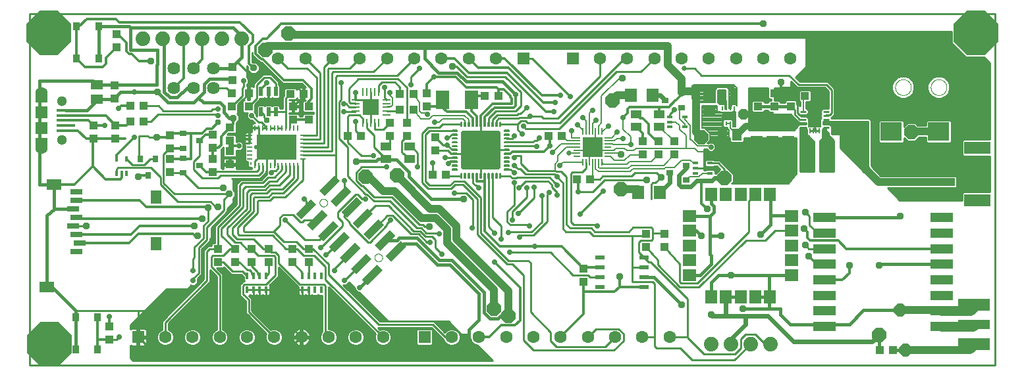
<source format=gtl>
G75*
%MOIN*%
%OFA0B0*%
%FSLAX25Y25*%
%IPPOS*%
%LPD*%
%AMOC8*
5,1,8,0,0,1.08239X$1,22.5*
%
%ADD10C,0.01000*%
%ADD11R,0.04331X0.03937*%
%ADD12R,0.05906X0.05118*%
%ADD13R,0.05118X0.05906*%
%ADD14R,0.06299X0.07087*%
%ADD15C,0.06400*%
%ADD16C,0.07400*%
%ADD17R,0.06299X0.06299*%
%ADD18C,0.06299*%
%ADD19R,0.18110X0.03937*%
%ADD20R,0.13386X0.06299*%
%ADD21R,0.03543X0.03150*%
%ADD22R,0.03150X0.03543*%
%ADD23R,0.04724X0.02362*%
%ADD24R,0.07480X0.05512*%
%ADD25R,0.05512X0.07087*%
%ADD26R,0.05906X0.02756*%
%ADD27R,0.00984X0.01969*%
%ADD28R,0.06299X0.03543*%
%ADD29R,0.00984X0.02756*%
%ADD30R,0.02756X0.00984*%
%ADD31R,0.20472X0.12598*%
%ADD32R,0.00886X0.01673*%
%ADD33R,0.11811X0.04724*%
%ADD34R,0.00787X0.03346*%
%ADD35R,0.03346X0.00787*%
%ADD36R,0.10433X0.10433*%
%ADD37R,0.16000X0.06000*%
%ADD38R,0.16000X0.05000*%
%ADD39R,0.11024X0.09449*%
%ADD40C,0.00000*%
%ADD41R,0.03937X0.04331*%
%ADD42R,0.03858X0.14567*%
%ADD43R,0.05906X0.07087*%
%ADD44R,0.07087X0.05906*%
%ADD45C,0.00591*%
%ADD46C,0.01969*%
%ADD47R,0.03199X0.04134*%
%ADD48R,0.02165X0.04724*%
%ADD49R,0.01600X0.03200*%
%ADD50R,0.00984X0.03937*%
%ADD51R,0.03937X0.00984*%
%ADD52R,0.07874X0.07874*%
%ADD53R,0.09252X0.01772*%
%ADD54C,0.05118*%
%ADD55R,0.06102X0.05906*%
%ADD56R,0.06693X0.09449*%
%ADD57R,0.05512X0.04331*%
%ADD58R,0.03937X0.10827*%
%ADD59R,0.03346X0.07480*%
%ADD60C,0.01102*%
%ADD61R,0.06535X0.08465*%
%ADD62C,0.03150*%
%ADD63R,0.00906X0.03150*%
%ADD64R,0.03150X0.01378*%
%ADD65R,0.01378X0.03150*%
%ADD66C,0.01200*%
%ADD67OC8,0.03543*%
%ADD68C,0.00800*%
%ADD69OC8,0.02559*%
%ADD70C,0.00787*%
%ADD71C,0.01600*%
%ADD72OC8,0.07087*%
%ADD73C,0.04000*%
%ADD74OC8,0.06378*%
%ADD75C,0.05000*%
%ADD76C,0.02400*%
%ADD77C,0.00600*%
%ADD78OC8,0.02835*%
%ADD79OC8,0.05315*%
%ADD80C,0.03200*%
%ADD81OC8,0.22500*%
%ADD82OC8,0.04252*%
%ADD83C,0.02559*%
D10*
X0016619Y0009875D02*
X0016619Y0188103D01*
X0505320Y0188103D01*
X0505320Y0009875D01*
X0016619Y0009875D01*
X0057119Y0022654D02*
X0060772Y0022654D01*
X0062119Y0024000D01*
X0067619Y0028120D02*
X0067619Y0030000D01*
X0086119Y0048500D01*
X0096619Y0048500D01*
X0098443Y0050324D01*
X0098523Y0050243D01*
X0100487Y0050243D01*
X0101875Y0051632D01*
X0101875Y0053595D01*
X0101795Y0053676D01*
X0103119Y0055000D01*
X0103119Y0055033D01*
X0103885Y0055799D01*
X0103885Y0068609D01*
X0108094Y0072818D01*
X0108094Y0073975D01*
X0108619Y0074500D01*
X0108619Y0079593D01*
X0116669Y0087643D01*
X0116669Y0089050D01*
X0119619Y0092000D01*
X0119619Y0094327D01*
X0120731Y0095439D01*
X0120731Y0097811D01*
X0119619Y0098923D01*
X0119619Y0104000D01*
X0119084Y0104534D01*
X0132210Y0104534D01*
X0133528Y0104534D01*
X0135403Y0106409D01*
X0136334Y0107341D01*
X0136334Y0108386D01*
X0136697Y0108386D01*
X0136697Y0111051D01*
X0136698Y0111051D01*
X0136698Y0108386D01*
X0136749Y0108386D01*
X0136749Y0106584D01*
X0135824Y0105659D01*
X0134088Y0103923D01*
X0123628Y0103923D01*
X0122696Y0102991D01*
X0122391Y0102686D01*
X0121460Y0101755D01*
X0121460Y0091434D01*
X0110528Y0080503D01*
X0110528Y0071905D01*
X0109502Y0071905D01*
X0108863Y0071267D01*
X0108863Y0070437D01*
X0107206Y0070437D01*
X0105860Y0069091D01*
X0104928Y0068159D01*
X0104928Y0053372D01*
X0083808Y0032251D01*
X0083808Y0027931D01*
X0082996Y0027595D01*
X0081804Y0026402D01*
X0081158Y0024843D01*
X0081158Y0023157D01*
X0081804Y0021598D01*
X0082996Y0020405D01*
X0084555Y0019760D01*
X0086242Y0019760D01*
X0087800Y0020405D01*
X0088993Y0021598D01*
X0089638Y0023157D01*
X0089638Y0024843D01*
X0088993Y0026402D01*
X0087800Y0027595D01*
X0086989Y0027931D01*
X0086989Y0030934D01*
X0107178Y0051122D01*
X0108109Y0052054D01*
X0108109Y0057941D01*
X0111367Y0054684D01*
X0111367Y0027931D01*
X0110555Y0027595D01*
X0109363Y0026402D01*
X0108717Y0024843D01*
X0108717Y0023157D01*
X0109363Y0021598D01*
X0110555Y0020405D01*
X0112114Y0019760D01*
X0113801Y0019760D01*
X0115359Y0020405D01*
X0116552Y0021598D01*
X0117197Y0023157D01*
X0117197Y0024843D01*
X0116552Y0026402D01*
X0115359Y0027595D01*
X0114548Y0027931D01*
X0114548Y0056001D01*
X0111455Y0059094D01*
X0114736Y0059094D01*
X0115096Y0059455D01*
X0117824Y0056726D01*
X0118756Y0055794D01*
X0123894Y0055794D01*
X0125004Y0054684D01*
X0125004Y0052992D01*
X0125548Y0052447D01*
X0124897Y0052447D01*
X0123965Y0051516D01*
X0123204Y0050754D01*
X0123204Y0045159D01*
X0126028Y0042335D01*
X0126028Y0036239D01*
X0126960Y0035307D01*
X0136612Y0025655D01*
X0136276Y0024843D01*
X0136276Y0023157D01*
X0136922Y0021598D01*
X0138115Y0020405D01*
X0139673Y0019760D01*
X0141360Y0019760D01*
X0142918Y0020405D01*
X0144111Y0021598D01*
X0144757Y0023157D01*
X0144757Y0024843D01*
X0144111Y0026402D01*
X0142918Y0027595D01*
X0141360Y0028240D01*
X0139673Y0028240D01*
X0138862Y0027904D01*
X0129209Y0037556D01*
X0129209Y0043653D01*
X0128278Y0044584D01*
X0127793Y0045069D01*
X0127864Y0045069D01*
X0128191Y0045157D01*
X0128469Y0045317D01*
X0128747Y0045157D01*
X0129074Y0045069D01*
X0130044Y0045069D01*
X0131013Y0045069D01*
X0131341Y0045157D01*
X0131619Y0045317D01*
X0131897Y0045157D01*
X0132224Y0045069D01*
X0133193Y0045069D01*
X0133193Y0047957D01*
X0133193Y0047957D01*
X0130044Y0047957D01*
X0130044Y0047957D01*
X0133194Y0047957D01*
X0136343Y0047957D01*
X0136343Y0047957D01*
X0145856Y0047957D01*
X0145856Y0032440D01*
X0154296Y0024000D01*
X0154796Y0024478D02*
X0163835Y0024478D01*
X0163835Y0024843D02*
X0163835Y0023157D01*
X0164481Y0021598D01*
X0165674Y0020405D01*
X0167232Y0019760D01*
X0168919Y0019760D01*
X0170477Y0020405D01*
X0171670Y0021598D01*
X0172316Y0023157D01*
X0172316Y0024843D01*
X0171670Y0026402D01*
X0170477Y0027595D01*
X0168919Y0028240D01*
X0168034Y0028240D01*
X0168034Y0049351D01*
X0191730Y0025655D01*
X0191394Y0024843D01*
X0191394Y0023157D01*
X0192040Y0021598D01*
X0193233Y0020405D01*
X0194791Y0019760D01*
X0196478Y0019760D01*
X0198036Y0020405D01*
X0199229Y0021598D01*
X0199875Y0023157D01*
X0199875Y0024843D01*
X0199229Y0026402D01*
X0198036Y0027595D01*
X0196478Y0028240D01*
X0194791Y0028240D01*
X0193980Y0027904D01*
X0193131Y0028753D01*
X0220042Y0028753D01*
X0226385Y0022409D01*
X0226468Y0022409D01*
X0226804Y0021598D01*
X0227996Y0020405D01*
X0229555Y0019760D01*
X0231242Y0019760D01*
X0232800Y0020405D01*
X0233993Y0021598D01*
X0234638Y0023157D01*
X0234638Y0024843D01*
X0233993Y0026402D01*
X0232800Y0027595D01*
X0231242Y0028240D01*
X0229555Y0028240D01*
X0227996Y0027595D01*
X0226847Y0026446D01*
X0222291Y0031002D01*
X0222291Y0031002D01*
X0221359Y0031934D01*
X0193996Y0031934D01*
X0175464Y0050466D01*
X0176936Y0050466D01*
X0178295Y0051824D01*
X0181307Y0048812D01*
X0181307Y0048076D01*
X0182695Y0046688D01*
X0183431Y0046688D01*
X0198119Y0032000D01*
X0228619Y0032000D01*
X0235119Y0025500D01*
X0237619Y0025500D01*
X0239938Y0023181D01*
X0239938Y0023157D01*
X0240583Y0021598D01*
X0241776Y0020405D01*
X0243334Y0019760D01*
X0243359Y0019760D01*
X0251063Y0012056D01*
X0069063Y0012056D01*
X0067619Y0013500D01*
X0067619Y0019880D01*
X0067679Y0019820D01*
X0067972Y0019651D01*
X0068300Y0019563D01*
X0071119Y0019563D01*
X0071119Y0023500D01*
X0072119Y0023500D01*
X0072119Y0024500D01*
X0076056Y0024500D01*
X0076056Y0027319D01*
X0075968Y0027647D01*
X0075799Y0027940D01*
X0075559Y0028180D01*
X0075265Y0028349D01*
X0074938Y0028437D01*
X0072119Y0028437D01*
X0072119Y0024500D01*
X0071119Y0024500D01*
X0071119Y0028437D01*
X0068300Y0028437D01*
X0067972Y0028349D01*
X0067679Y0028180D01*
X0067619Y0028120D01*
X0067619Y0028472D02*
X0083808Y0028472D01*
X0083808Y0029470D02*
X0067619Y0029470D01*
X0068087Y0030469D02*
X0083808Y0030469D01*
X0083808Y0031467D02*
X0069086Y0031467D01*
X0070084Y0032466D02*
X0084022Y0032466D01*
X0085021Y0033464D02*
X0071083Y0033464D01*
X0072082Y0034463D02*
X0086019Y0034463D01*
X0087018Y0035461D02*
X0073080Y0035461D01*
X0074079Y0036460D02*
X0088016Y0036460D01*
X0088336Y0037500D02*
X0104419Y0053583D01*
X0104419Y0068370D01*
X0110119Y0074070D01*
X0110119Y0080389D01*
X0120750Y0091021D01*
X0120750Y0102841D01*
X0122159Y0104250D01*
X0133243Y0104250D01*
X0136697Y0107704D01*
X0136697Y0111051D01*
X0136697Y0115421D01*
X0137988Y0120500D02*
X0130792Y0113304D01*
X0130792Y0111051D01*
X0132760Y0111051D02*
X0132760Y0109142D01*
X0131619Y0108000D01*
X0109590Y0108000D01*
X0109369Y0107779D01*
X0111986Y0104719D02*
X0113391Y0106125D01*
X0132869Y0106125D01*
X0134744Y0108000D01*
X0134744Y0111036D01*
X0134729Y0111051D01*
X0136697Y0110350D02*
X0136698Y0110350D01*
X0136697Y0109351D02*
X0136698Y0109351D01*
X0136749Y0108353D02*
X0136334Y0108353D01*
X0136334Y0107354D02*
X0136749Y0107354D01*
X0136521Y0106356D02*
X0135349Y0106356D01*
X0135522Y0105357D02*
X0134350Y0105357D01*
X0134524Y0104359D02*
X0119260Y0104359D01*
X0119619Y0103360D02*
X0123065Y0103360D01*
X0122067Y0102362D02*
X0119619Y0102362D01*
X0119619Y0101363D02*
X0121460Y0101363D01*
X0121460Y0100365D02*
X0119619Y0100365D01*
X0119619Y0099366D02*
X0121460Y0099366D01*
X0121460Y0098368D02*
X0120174Y0098368D01*
X0120731Y0097369D02*
X0121460Y0097369D01*
X0121460Y0096370D02*
X0120731Y0096370D01*
X0120663Y0095372D02*
X0121460Y0095372D01*
X0121460Y0094373D02*
X0119665Y0094373D01*
X0119619Y0093375D02*
X0121460Y0093375D01*
X0121460Y0092376D02*
X0119619Y0092376D01*
X0118997Y0091378D02*
X0121404Y0091378D01*
X0120405Y0090379D02*
X0117998Y0090379D01*
X0117000Y0089381D02*
X0119407Y0089381D01*
X0118408Y0088382D02*
X0116669Y0088382D01*
X0116409Y0087384D02*
X0117409Y0087384D01*
X0116411Y0086385D02*
X0115411Y0086385D01*
X0115412Y0085387D02*
X0114412Y0085387D01*
X0114414Y0084388D02*
X0113414Y0084388D01*
X0113415Y0083390D02*
X0112415Y0083390D01*
X0112417Y0082391D02*
X0111417Y0082391D01*
X0111418Y0081393D02*
X0110418Y0081393D01*
X0110528Y0080394D02*
X0109420Y0080394D01*
X0108619Y0079396D02*
X0110528Y0079396D01*
X0110528Y0078397D02*
X0108619Y0078397D01*
X0108619Y0077399D02*
X0110528Y0077399D01*
X0110528Y0076400D02*
X0108619Y0076400D01*
X0108619Y0075402D02*
X0110528Y0075402D01*
X0110528Y0074403D02*
X0108522Y0074403D01*
X0108094Y0073405D02*
X0110528Y0073405D01*
X0110528Y0072406D02*
X0107682Y0072406D01*
X0106683Y0071408D02*
X0109004Y0071408D01*
X0107179Y0070409D02*
X0105685Y0070409D01*
X0106180Y0069411D02*
X0104686Y0069411D01*
X0105182Y0068412D02*
X0103885Y0068412D01*
X0103885Y0067414D02*
X0104928Y0067414D01*
X0104928Y0066415D02*
X0103885Y0066415D01*
X0103885Y0065417D02*
X0104928Y0065417D01*
X0104928Y0064418D02*
X0103885Y0064418D01*
X0103885Y0063420D02*
X0104928Y0063420D01*
X0104928Y0062421D02*
X0103885Y0062421D01*
X0103885Y0061423D02*
X0104928Y0061423D01*
X0104928Y0060424D02*
X0103885Y0060424D01*
X0103885Y0059426D02*
X0104928Y0059426D01*
X0104928Y0058427D02*
X0103885Y0058427D01*
X0103885Y0057429D02*
X0104928Y0057429D01*
X0104928Y0056430D02*
X0103885Y0056430D01*
X0103517Y0055432D02*
X0104928Y0055432D01*
X0104928Y0054433D02*
X0102552Y0054433D01*
X0101875Y0053434D02*
X0104928Y0053434D01*
X0103992Y0052436D02*
X0101875Y0052436D01*
X0101681Y0051437D02*
X0102994Y0051437D01*
X0101995Y0050439D02*
X0100682Y0050439D01*
X0100997Y0049440D02*
X0097559Y0049440D01*
X0099000Y0047443D02*
X0085062Y0047443D01*
X0084064Y0046445D02*
X0098001Y0046445D01*
X0097003Y0045446D02*
X0083065Y0045446D01*
X0082067Y0044448D02*
X0096004Y0044448D01*
X0095006Y0043449D02*
X0081068Y0043449D01*
X0080070Y0042451D02*
X0094007Y0042451D01*
X0093009Y0041452D02*
X0079071Y0041452D01*
X0078073Y0040454D02*
X0092010Y0040454D01*
X0091012Y0039455D02*
X0077074Y0039455D01*
X0076076Y0038457D02*
X0090013Y0038457D01*
X0089015Y0037458D02*
X0075077Y0037458D01*
X0071746Y0037500D02*
X0071619Y0037373D01*
X0071619Y0024000D01*
X0072119Y0024478D02*
X0081158Y0024478D01*
X0081158Y0023479D02*
X0076056Y0023479D01*
X0076056Y0023500D02*
X0072119Y0023500D01*
X0072119Y0019563D01*
X0074938Y0019563D01*
X0075265Y0019651D01*
X0075559Y0019820D01*
X0075799Y0020060D01*
X0075968Y0020353D01*
X0076056Y0020681D01*
X0076056Y0023500D01*
X0076056Y0022481D02*
X0081438Y0022481D01*
X0081920Y0021482D02*
X0076056Y0021482D01*
X0076003Y0020484D02*
X0082918Y0020484D01*
X0087878Y0020484D02*
X0096698Y0020484D01*
X0096776Y0020405D02*
X0098334Y0019760D01*
X0100021Y0019760D01*
X0101580Y0020405D01*
X0102772Y0021598D01*
X0103418Y0023157D01*
X0103418Y0024843D01*
X0102772Y0026402D01*
X0101580Y0027595D01*
X0100021Y0028240D01*
X0098334Y0028240D01*
X0096776Y0027595D01*
X0095583Y0026402D01*
X0094938Y0024843D01*
X0094938Y0023157D01*
X0095583Y0021598D01*
X0096776Y0020405D01*
X0095699Y0021482D02*
X0088877Y0021482D01*
X0089358Y0022481D02*
X0095218Y0022481D01*
X0094938Y0023479D02*
X0089638Y0023479D01*
X0089638Y0024478D02*
X0094938Y0024478D01*
X0095200Y0025476D02*
X0089376Y0025476D01*
X0088920Y0026475D02*
X0095656Y0026475D01*
X0096655Y0027473D02*
X0087922Y0027473D01*
X0086989Y0028472D02*
X0111367Y0028472D01*
X0111367Y0029470D02*
X0086989Y0029470D01*
X0086989Y0030469D02*
X0111367Y0030469D01*
X0111367Y0031467D02*
X0087522Y0031467D01*
X0088521Y0032466D02*
X0111367Y0032466D01*
X0111367Y0033464D02*
X0089519Y0033464D01*
X0090518Y0034463D02*
X0111367Y0034463D01*
X0111367Y0035461D02*
X0091516Y0035461D01*
X0092515Y0036460D02*
X0111367Y0036460D01*
X0111367Y0037458D02*
X0093513Y0037458D01*
X0094512Y0038457D02*
X0111367Y0038457D01*
X0111367Y0039455D02*
X0095510Y0039455D01*
X0096509Y0040454D02*
X0111367Y0040454D01*
X0111367Y0041452D02*
X0097507Y0041452D01*
X0098506Y0042451D02*
X0111367Y0042451D01*
X0111367Y0043449D02*
X0099505Y0043449D01*
X0100503Y0044448D02*
X0111367Y0044448D01*
X0111367Y0045446D02*
X0101502Y0045446D01*
X0102500Y0046445D02*
X0111367Y0046445D01*
X0111367Y0047443D02*
X0103499Y0047443D01*
X0104497Y0048442D02*
X0111367Y0048442D01*
X0111367Y0049440D02*
X0105496Y0049440D01*
X0106494Y0050439D02*
X0111367Y0050439D01*
X0111367Y0051437D02*
X0107493Y0051437D01*
X0108109Y0052436D02*
X0111367Y0052436D01*
X0111367Y0053434D02*
X0108109Y0053434D01*
X0108109Y0054433D02*
X0111367Y0054433D01*
X0110619Y0055432D02*
X0108109Y0055432D01*
X0108109Y0056430D02*
X0109621Y0056430D01*
X0108622Y0057429D02*
X0108109Y0057429D01*
X0108653Y0059647D02*
X0112957Y0055343D01*
X0112957Y0024000D01*
X0108997Y0022481D02*
X0103138Y0022481D01*
X0103418Y0023479D02*
X0108717Y0023479D01*
X0108717Y0024478D02*
X0103418Y0024478D01*
X0103156Y0025476D02*
X0108979Y0025476D01*
X0109436Y0026475D02*
X0102700Y0026475D01*
X0101701Y0027473D02*
X0110434Y0027473D01*
X0114548Y0028472D02*
X0133795Y0028472D01*
X0132797Y0029470D02*
X0114548Y0029470D01*
X0114548Y0030469D02*
X0131798Y0030469D01*
X0130800Y0031467D02*
X0114548Y0031467D01*
X0114548Y0032466D02*
X0129801Y0032466D01*
X0128803Y0033464D02*
X0114548Y0033464D01*
X0114548Y0034463D02*
X0127804Y0034463D01*
X0126806Y0035461D02*
X0114548Y0035461D01*
X0114548Y0036460D02*
X0126028Y0036460D01*
X0126028Y0037458D02*
X0114548Y0037458D01*
X0114548Y0038457D02*
X0126028Y0038457D01*
X0126028Y0039455D02*
X0114548Y0039455D01*
X0114548Y0040454D02*
X0126028Y0040454D01*
X0126028Y0041452D02*
X0114548Y0041452D01*
X0114548Y0042451D02*
X0125912Y0042451D01*
X0124914Y0043449D02*
X0114548Y0043449D01*
X0114548Y0044448D02*
X0123915Y0044448D01*
X0123204Y0045446D02*
X0114548Y0045446D01*
X0114548Y0046445D02*
X0123204Y0046445D01*
X0123204Y0047443D02*
X0114548Y0047443D01*
X0114548Y0048442D02*
X0123204Y0048442D01*
X0123204Y0049440D02*
X0114548Y0049440D01*
X0114548Y0050439D02*
X0123204Y0050439D01*
X0123887Y0051437D02*
X0114548Y0051437D01*
X0114548Y0052436D02*
X0124886Y0052436D01*
X0125004Y0053434D02*
X0114548Y0053434D01*
X0114548Y0054433D02*
X0125004Y0054433D01*
X0124257Y0055432D02*
X0114548Y0055432D01*
X0114119Y0056430D02*
X0118121Y0056430D01*
X0117122Y0057429D02*
X0113121Y0057429D01*
X0112122Y0058427D02*
X0116123Y0058427D01*
X0115125Y0059426D02*
X0115067Y0059426D01*
X0114646Y0062154D02*
X0112119Y0062154D01*
X0114646Y0062154D02*
X0119415Y0057385D01*
X0124553Y0057385D01*
X0126894Y0055043D01*
X0128994Y0056093D02*
X0130044Y0055043D01*
X0128994Y0056093D02*
X0128994Y0057182D01*
X0128233Y0057943D01*
X0127144Y0057943D01*
X0122934Y0062154D01*
X0120619Y0062154D01*
X0129119Y0062154D02*
X0129119Y0060207D01*
X0132144Y0057182D01*
X0132144Y0056093D01*
X0133194Y0055043D01*
X0136343Y0055043D02*
X0137619Y0056319D01*
X0137619Y0062154D01*
X0140323Y0065422D02*
X0141084Y0064661D01*
X0141084Y0055546D01*
X0136395Y0050857D01*
X0125556Y0050857D01*
X0124794Y0050095D01*
X0124794Y0045818D01*
X0127619Y0042994D01*
X0127619Y0036898D01*
X0140516Y0024000D01*
X0136556Y0022481D02*
X0130697Y0022481D01*
X0130977Y0023157D02*
X0130331Y0021598D01*
X0129139Y0020405D01*
X0127580Y0019760D01*
X0125893Y0019760D01*
X0124335Y0020405D01*
X0123142Y0021598D01*
X0122497Y0023157D01*
X0122497Y0024843D01*
X0123142Y0026402D01*
X0124335Y0027595D01*
X0125893Y0028240D01*
X0127580Y0028240D01*
X0129139Y0027595D01*
X0130331Y0026402D01*
X0130977Y0024843D01*
X0130977Y0023157D01*
X0130977Y0023479D02*
X0136276Y0023479D01*
X0136276Y0024478D02*
X0130977Y0024478D01*
X0130715Y0025476D02*
X0136538Y0025476D01*
X0135792Y0026475D02*
X0130259Y0026475D01*
X0129260Y0027473D02*
X0134794Y0027473D01*
X0137296Y0029470D02*
X0164853Y0029470D01*
X0164853Y0028472D02*
X0138294Y0028472D01*
X0136297Y0030469D02*
X0164853Y0030469D01*
X0164853Y0031467D02*
X0135298Y0031467D01*
X0134300Y0032466D02*
X0164853Y0032466D01*
X0164853Y0033464D02*
X0133301Y0033464D01*
X0132303Y0034463D02*
X0164853Y0034463D01*
X0164853Y0035461D02*
X0131304Y0035461D01*
X0130306Y0036460D02*
X0164853Y0036460D01*
X0164853Y0037458D02*
X0129307Y0037458D01*
X0129209Y0038457D02*
X0164853Y0038457D01*
X0164853Y0039455D02*
X0129209Y0039455D01*
X0129209Y0040454D02*
X0164853Y0040454D01*
X0164853Y0041452D02*
X0129209Y0041452D01*
X0129209Y0042451D02*
X0164853Y0042451D01*
X0164853Y0043449D02*
X0129209Y0043449D01*
X0128414Y0044448D02*
X0164853Y0044448D01*
X0164853Y0045266D02*
X0164853Y0026774D01*
X0164481Y0026402D01*
X0163835Y0024843D01*
X0164097Y0025476D02*
X0158482Y0025476D01*
X0158408Y0025703D02*
X0158091Y0026325D01*
X0157680Y0026891D01*
X0157186Y0027384D01*
X0156621Y0027795D01*
X0155999Y0028112D01*
X0155335Y0028328D01*
X0154796Y0028413D01*
X0154796Y0024500D01*
X0158709Y0024500D01*
X0158624Y0025039D01*
X0158408Y0025703D01*
X0157982Y0026475D02*
X0164554Y0026475D01*
X0164853Y0027473D02*
X0157064Y0027473D01*
X0154796Y0027473D02*
X0153796Y0027473D01*
X0153796Y0028413D02*
X0153257Y0028328D01*
X0152593Y0028112D01*
X0151970Y0027795D01*
X0151405Y0027384D01*
X0150912Y0026891D01*
X0150501Y0026325D01*
X0150184Y0025703D01*
X0149968Y0025039D01*
X0149883Y0024500D01*
X0153796Y0024500D01*
X0153796Y0028413D01*
X0153796Y0026475D02*
X0154796Y0026475D01*
X0154796Y0025476D02*
X0153796Y0025476D01*
X0153796Y0024500D02*
X0154796Y0024500D01*
X0154796Y0023500D01*
X0158709Y0023500D01*
X0158624Y0022961D01*
X0158408Y0022297D01*
X0158091Y0021674D01*
X0157680Y0021109D01*
X0157186Y0020616D01*
X0156621Y0020205D01*
X0155999Y0019888D01*
X0155335Y0019672D01*
X0154796Y0019587D01*
X0154796Y0023500D01*
X0153796Y0023500D01*
X0153796Y0019587D01*
X0153257Y0019672D01*
X0152593Y0019888D01*
X0151970Y0020205D01*
X0151405Y0020616D01*
X0150912Y0021109D01*
X0150501Y0021674D01*
X0150184Y0022297D01*
X0149968Y0022961D01*
X0149883Y0023500D01*
X0153796Y0023500D01*
X0153796Y0024500D01*
X0153796Y0024478D02*
X0144757Y0024478D01*
X0144757Y0023479D02*
X0149886Y0023479D01*
X0150124Y0022481D02*
X0144477Y0022481D01*
X0143995Y0021482D02*
X0150641Y0021482D01*
X0151587Y0020484D02*
X0142996Y0020484D01*
X0138036Y0020484D02*
X0129217Y0020484D01*
X0130215Y0021482D02*
X0137038Y0021482D01*
X0144494Y0025476D02*
X0150110Y0025476D01*
X0150609Y0026475D02*
X0144038Y0026475D01*
X0143040Y0027473D02*
X0151528Y0027473D01*
X0153796Y0023479D02*
X0154796Y0023479D01*
X0154796Y0022481D02*
X0153796Y0022481D01*
X0153796Y0021482D02*
X0154796Y0021482D01*
X0154796Y0020484D02*
X0153796Y0020484D01*
X0157005Y0020484D02*
X0165595Y0020484D01*
X0164597Y0021482D02*
X0157951Y0021482D01*
X0158468Y0022481D02*
X0164115Y0022481D01*
X0163835Y0023479D02*
X0158706Y0023479D01*
X0166443Y0025632D02*
X0166443Y0050095D01*
X0165682Y0050857D01*
X0153556Y0050857D01*
X0142884Y0061528D01*
X0142884Y0065406D01*
X0141068Y0067222D01*
X0139243Y0067222D01*
X0137619Y0068846D01*
X0135091Y0068846D01*
X0130023Y0073915D01*
X0121641Y0073915D01*
X0119338Y0076219D01*
X0119338Y0079426D01*
X0128419Y0088507D01*
X0128419Y0089998D01*
X0128419Y0089998D01*
X0128419Y0096000D01*
X0129419Y0097000D01*
X0136619Y0097000D01*
X0138619Y0099000D01*
X0144619Y0099000D01*
X0150477Y0104858D01*
X0150477Y0111051D01*
X0148509Y0111051D02*
X0148509Y0106390D01*
X0143119Y0101000D01*
X0138223Y0101000D01*
X0136123Y0098900D01*
X0128019Y0098900D01*
X0126619Y0097500D01*
X0126619Y0089253D01*
X0116815Y0079449D01*
X0116815Y0076196D01*
X0120896Y0072115D01*
X0123323Y0072115D01*
X0126591Y0068846D01*
X0129119Y0068846D01*
X0132543Y0065422D01*
X0140323Y0065422D01*
X0146591Y0068846D02*
X0139723Y0075715D01*
X0122904Y0075715D01*
X0122119Y0076500D01*
X0122119Y0079661D01*
X0129164Y0086707D01*
X0129164Y0086707D01*
X0130219Y0087761D01*
X0130219Y0094600D01*
X0130819Y0095200D01*
X0137797Y0095200D01*
X0139597Y0097000D01*
X0145119Y0097000D01*
X0152446Y0104327D01*
X0152446Y0111051D01*
X0146571Y0111020D02*
X0146571Y0107953D01*
X0141619Y0103000D01*
X0137960Y0103000D01*
X0135460Y0100500D01*
X0126087Y0100500D01*
X0124850Y0099264D01*
X0124850Y0090030D01*
X0113919Y0079098D01*
X0113919Y0075546D01*
X0120619Y0068846D01*
X0118091Y0068846D01*
X0114667Y0065422D01*
X0109415Y0065422D01*
X0108653Y0064661D01*
X0108653Y0059647D01*
X0102294Y0056458D02*
X0102294Y0069268D01*
X0106503Y0073477D01*
X0106503Y0079727D01*
X0115078Y0088302D01*
X0115078Y0093834D01*
X0117869Y0096625D01*
X0117744Y0096750D01*
X0090119Y0096750D01*
X0084613Y0102256D01*
X0084613Y0116892D01*
X0087375Y0119654D01*
X0087869Y0119654D01*
X0081244Y0125500D02*
X0077244Y0125500D01*
X0076619Y0126125D01*
X0072244Y0126125D01*
X0072244Y0114437D01*
X0074905Y0111575D02*
X0068843Y0111575D01*
X0065928Y0114490D01*
X0074905Y0111575D02*
X0077767Y0114437D01*
X0080359Y0114437D01*
X0078119Y0110000D02*
X0075580Y0110000D01*
X0075564Y0109984D01*
X0061603Y0109984D01*
X0060869Y0109250D01*
X0060869Y0107069D01*
X0060810Y0107010D01*
X0078119Y0110000D02*
X0083022Y0105096D01*
X0083022Y0101347D01*
X0091632Y0092737D01*
X0108429Y0092737D01*
X0110917Y0090250D01*
X0111994Y0090250D01*
X0107244Y0089875D02*
X0107203Y0089834D01*
X0107203Y0082972D01*
X0104703Y0080472D01*
X0104703Y0074222D01*
X0100192Y0069712D01*
X0100192Y0064594D01*
X0099505Y0063907D01*
X0099505Y0057614D01*
X0102294Y0056458D02*
X0099505Y0053669D01*
X0099505Y0052614D01*
X0106519Y0052713D02*
X0106519Y0067500D01*
X0107865Y0068846D01*
X0112119Y0068846D01*
X0112119Y0079844D01*
X0123050Y0090775D01*
X0123050Y0101096D01*
X0124287Y0102332D01*
X0134746Y0102332D01*
X0137414Y0105000D01*
X0140619Y0105000D01*
X0144571Y0108953D01*
X0144571Y0111051D01*
X0142603Y0111051D02*
X0142603Y0109607D01*
X0141578Y0108583D01*
X0140201Y0108583D01*
X0139119Y0107500D01*
X0140634Y0111051D02*
X0140634Y0120219D01*
X0140915Y0120500D01*
X0141119Y0120335D02*
X0130701Y0120335D01*
X0130701Y0120000D02*
X0130701Y0121000D01*
X0141119Y0121000D01*
X0141119Y0120000D01*
X0130701Y0120000D01*
X0132760Y0120500D02*
X0132760Y0129949D01*
X0132760Y0129949D01*
X0132571Y0129949D01*
X0130792Y0129949D01*
X0130792Y0129949D01*
X0130792Y0129949D01*
X0129012Y0129949D01*
X0129012Y0131496D01*
X0129100Y0131824D01*
X0129270Y0132117D01*
X0129509Y0132357D01*
X0129803Y0132526D01*
X0130130Y0132614D01*
X0130755Y0132614D01*
X0129239Y0134130D01*
X0128137Y0134130D01*
X0126749Y0135518D01*
X0126749Y0137482D01*
X0127165Y0137898D01*
X0125199Y0137898D01*
X0124560Y0138536D01*
X0124560Y0143771D01*
X0125199Y0144409D01*
X0125422Y0144409D01*
X0125153Y0144481D01*
X0124863Y0144649D01*
X0122178Y0141963D01*
X0122178Y0138536D01*
X0122119Y0138477D01*
X0122119Y0137500D01*
X0121666Y0137500D01*
X0122731Y0136436D01*
X0122731Y0134064D01*
X0121559Y0132893D01*
X0121559Y0131396D01*
X0121375Y0131212D01*
X0121375Y0127926D01*
X0120736Y0127287D01*
X0117450Y0127287D01*
X0116876Y0126713D01*
X0120736Y0126713D01*
X0121375Y0126074D01*
X0121375Y0123108D01*
X0121637Y0123370D01*
X0123600Y0123370D01*
X0124989Y0121982D01*
X0124989Y0120018D01*
X0123600Y0118630D01*
X0121637Y0118630D01*
X0121375Y0118892D01*
X0121375Y0115926D01*
X0120736Y0115287D01*
X0115502Y0115287D01*
X0114863Y0115926D01*
X0114863Y0120353D01*
X0114319Y0119809D01*
X0113619Y0119109D01*
X0113619Y0110000D01*
X0114028Y0109591D01*
X0114666Y0109591D01*
X0114666Y0111169D01*
X0117634Y0111169D01*
X0117634Y0112138D01*
X0114666Y0112138D01*
X0114666Y0113792D01*
X0114754Y0114119D01*
X0114923Y0114413D01*
X0115163Y0114652D01*
X0115456Y0114822D01*
X0115784Y0114909D01*
X0117634Y0114909D01*
X0117634Y0112138D01*
X0118603Y0112138D01*
X0118603Y0114909D01*
X0120454Y0114909D01*
X0120781Y0114822D01*
X0121075Y0114652D01*
X0121314Y0114413D01*
X0121484Y0114119D01*
X0121571Y0113792D01*
X0121571Y0112138D01*
X0118603Y0112138D01*
X0118603Y0111169D01*
X0121571Y0111169D01*
X0121571Y0109591D01*
X0129012Y0109591D01*
X0129012Y0110059D01*
X0127880Y0110059D01*
X0127241Y0110698D01*
X0127241Y0113012D01*
X0126403Y0113012D01*
X0125764Y0113651D01*
X0125764Y0115538D01*
X0125805Y0115579D01*
X0125764Y0115619D01*
X0125764Y0117507D01*
X0125805Y0117547D01*
X0125764Y0117588D01*
X0125764Y0119475D01*
X0125805Y0119516D01*
X0125764Y0119556D01*
X0125764Y0121290D01*
X0125655Y0121479D01*
X0125568Y0121807D01*
X0125568Y0122468D01*
X0128233Y0122468D01*
X0128233Y0122469D01*
X0128233Y0122469D01*
X0128233Y0124437D01*
X0128233Y0124437D01*
X0128233Y0124437D01*
X0128233Y0126405D01*
X0128233Y0126405D01*
X0128233Y0126217D01*
X0128233Y0124437D01*
X0128233Y0124248D01*
X0128233Y0122469D01*
X0125568Y0122469D01*
X0125568Y0123130D01*
X0125654Y0123453D01*
X0125568Y0123775D01*
X0125568Y0124437D01*
X0128233Y0124437D01*
X0128233Y0124437D01*
X0125568Y0124437D01*
X0125568Y0125099D01*
X0125654Y0125421D01*
X0125568Y0125744D01*
X0125568Y0126405D01*
X0128233Y0126405D01*
X0128233Y0126406D01*
X0128233Y0126406D01*
X0128233Y0128185D01*
X0129070Y0128185D01*
X0129012Y0128401D01*
X0129012Y0129949D01*
X0130792Y0129949D01*
X0132760Y0129949D01*
X0134729Y0129949D02*
X0135741Y0129949D01*
X0135741Y0131377D01*
X0134119Y0133000D01*
X0132619Y0133000D01*
X0129119Y0136500D01*
X0131489Y0136379D02*
X0131489Y0137482D01*
X0130556Y0138415D01*
X0130678Y0138536D01*
X0130678Y0141963D01*
X0133209Y0144495D01*
X0133209Y0145165D01*
X0135413Y0145165D01*
X0135609Y0145362D01*
X0135746Y0145226D01*
X0136039Y0145056D01*
X0136367Y0144969D01*
X0137577Y0144969D01*
X0137577Y0148577D01*
X0137660Y0148577D01*
X0137660Y0144969D01*
X0138871Y0144969D01*
X0139198Y0145056D01*
X0139492Y0145226D01*
X0139628Y0145362D01*
X0139824Y0145165D01*
X0142893Y0145165D01*
X0143532Y0145804D01*
X0143532Y0151432D01*
X0142949Y0152015D01*
X0142949Y0153436D01*
X0142018Y0154368D01*
X0140027Y0156359D01*
X0139095Y0157291D01*
X0134660Y0157291D01*
X0130028Y0152659D01*
X0130028Y0151226D01*
X0129757Y0151299D01*
X0128103Y0151299D01*
X0128103Y0148331D01*
X0127134Y0148331D01*
X0127134Y0151299D01*
X0126709Y0151299D01*
X0126709Y0152239D01*
X0127489Y0153018D01*
X0127489Y0154982D01*
X0126619Y0155852D01*
X0126619Y0161734D01*
X0127168Y0161184D01*
X0127257Y0161096D01*
X0127257Y0159439D01*
X0128933Y0157763D01*
X0131304Y0157763D01*
X0132981Y0159439D01*
X0132981Y0161811D01*
X0131304Y0163487D01*
X0129647Y0163487D01*
X0129559Y0163575D01*
X0129559Y0168441D01*
X0129569Y0168451D01*
X0129569Y0167214D01*
X0132342Y0164441D01*
X0133333Y0163451D01*
X0134027Y0163451D01*
X0144800Y0152678D01*
X0146200Y0152678D01*
X0154510Y0152678D01*
X0156432Y0150756D01*
X0155949Y0150756D01*
X0155949Y0147984D01*
X0154981Y0147984D01*
X0154981Y0150756D01*
X0153130Y0150756D01*
X0152803Y0150668D01*
X0152509Y0150499D01*
X0152270Y0150259D01*
X0152100Y0149965D01*
X0152028Y0149697D01*
X0152028Y0149920D01*
X0151389Y0150559D01*
X0146155Y0150559D01*
X0145516Y0149920D01*
X0145516Y0146493D01*
X0144949Y0145927D01*
X0144949Y0139972D01*
X0143532Y0139972D01*
X0143532Y0141196D01*
X0142893Y0141835D01*
X0139824Y0141835D01*
X0139489Y0141499D01*
X0139153Y0141835D01*
X0136084Y0141835D01*
X0135749Y0141499D01*
X0135413Y0141835D01*
X0132344Y0141835D01*
X0131705Y0141196D01*
X0131705Y0136163D01*
X0131489Y0136379D01*
X0131557Y0136311D02*
X0131705Y0136311D01*
X0131705Y0137309D02*
X0131489Y0137309D01*
X0131705Y0138308D02*
X0130663Y0138308D01*
X0130678Y0139306D02*
X0131705Y0139306D01*
X0131705Y0140305D02*
X0130678Y0140305D01*
X0130678Y0141303D02*
X0131813Y0141303D01*
X0131017Y0142302D02*
X0144949Y0142302D01*
X0144949Y0141303D02*
X0143424Y0141303D01*
X0143742Y0141717D02*
X0143742Y0145435D01*
X0145307Y0147000D01*
X0145307Y0150007D01*
X0144682Y0150632D01*
X0144682Y0152000D01*
X0139182Y0157500D01*
X0128119Y0157500D01*
X0127619Y0156000D01*
X0127619Y0148395D01*
X0126150Y0146926D01*
X0126150Y0145936D01*
X0124460Y0144245D01*
X0124460Y0137199D01*
X0124788Y0138308D02*
X0122119Y0138308D01*
X0122178Y0139306D02*
X0124560Y0139306D01*
X0124560Y0140305D02*
X0122178Y0140305D01*
X0122178Y0141303D02*
X0124560Y0141303D01*
X0124560Y0142302D02*
X0122517Y0142302D01*
X0123515Y0143301D02*
X0124560Y0143301D01*
X0124514Y0144299D02*
X0125088Y0144299D01*
X0127134Y0144409D02*
X0127134Y0147362D01*
X0128103Y0147362D01*
X0128103Y0144409D01*
X0127134Y0144409D01*
X0127134Y0145298D02*
X0128103Y0145298D01*
X0128103Y0146296D02*
X0127134Y0146296D01*
X0127134Y0147295D02*
X0128103Y0147295D01*
X0127619Y0147846D02*
X0127619Y0148395D01*
X0127134Y0149292D02*
X0128103Y0149292D01*
X0128103Y0150290D02*
X0127134Y0150290D01*
X0127134Y0151289D02*
X0128103Y0151289D01*
X0126758Y0152287D02*
X0130028Y0152287D01*
X0130028Y0151289D02*
X0129796Y0151289D01*
X0131619Y0152000D02*
X0135319Y0155700D01*
X0138436Y0155700D01*
X0141359Y0152777D01*
X0141359Y0148618D01*
X0143532Y0148293D02*
X0145516Y0148293D01*
X0145516Y0147295D02*
X0143532Y0147295D01*
X0143532Y0146296D02*
X0145319Y0146296D01*
X0144949Y0145298D02*
X0143025Y0145298D01*
X0144949Y0144299D02*
X0133014Y0144299D01*
X0132015Y0143301D02*
X0144949Y0143301D01*
X0146540Y0145268D02*
X0146540Y0138836D01*
X0146086Y0138382D01*
X0141359Y0138382D01*
X0141535Y0137206D01*
X0141359Y0138382D02*
X0137619Y0138382D01*
X0135446Y0136815D02*
X0133879Y0138382D01*
X0135446Y0136815D02*
X0135446Y0135568D01*
X0136654Y0134360D01*
X0136654Y0134012D01*
X0130054Y0133315D02*
X0121982Y0133315D01*
X0121559Y0132317D02*
X0129469Y0132317D01*
X0129012Y0131318D02*
X0121481Y0131318D01*
X0121375Y0130320D02*
X0129012Y0130320D01*
X0129012Y0129321D02*
X0121375Y0129321D01*
X0121375Y0128323D02*
X0129033Y0128323D01*
X0128233Y0128185D02*
X0126685Y0128185D01*
X0126358Y0128097D01*
X0126064Y0127928D01*
X0125825Y0127688D01*
X0125655Y0127395D01*
X0125568Y0127067D01*
X0125568Y0126406D01*
X0128233Y0126406D01*
X0128233Y0128185D01*
X0128233Y0127324D02*
X0128233Y0127324D01*
X0128233Y0126326D02*
X0128233Y0126326D01*
X0128233Y0125327D02*
X0128233Y0125327D01*
X0128233Y0124329D02*
X0128233Y0124329D01*
X0128233Y0123330D02*
X0128233Y0123330D01*
X0125621Y0123330D02*
X0123640Y0123330D01*
X0124639Y0122332D02*
X0125568Y0122332D01*
X0125740Y0121333D02*
X0124989Y0121333D01*
X0124989Y0120335D02*
X0125764Y0120335D01*
X0125764Y0119336D02*
X0124307Y0119336D01*
X0125764Y0118338D02*
X0121375Y0118338D01*
X0121375Y0117339D02*
X0125764Y0117339D01*
X0125764Y0116341D02*
X0121375Y0116341D01*
X0120791Y0115342D02*
X0125764Y0115342D01*
X0125764Y0114344D02*
X0121354Y0114344D01*
X0121571Y0113345D02*
X0126070Y0113345D01*
X0127241Y0112347D02*
X0121571Y0112347D01*
X0121571Y0110350D02*
X0127589Y0110350D01*
X0127241Y0111348D02*
X0118603Y0111348D01*
X0117634Y0111348D02*
X0113619Y0111348D01*
X0113619Y0110350D02*
X0114666Y0110350D01*
X0114666Y0112347D02*
X0113619Y0112347D01*
X0113619Y0113345D02*
X0114666Y0113345D01*
X0114883Y0114344D02*
X0113619Y0114344D01*
X0113619Y0115342D02*
X0115447Y0115342D01*
X0114863Y0116341D02*
X0113619Y0116341D01*
X0113619Y0117339D02*
X0114863Y0117339D01*
X0114863Y0118338D02*
X0113619Y0118338D01*
X0113846Y0119336D02*
X0114863Y0119336D01*
X0114844Y0120335D02*
X0114863Y0120335D01*
X0121375Y0123330D02*
X0121597Y0123330D01*
X0121375Y0124329D02*
X0125568Y0124329D01*
X0125629Y0125327D02*
X0121375Y0125327D01*
X0121123Y0126326D02*
X0125568Y0126326D01*
X0125636Y0127324D02*
X0120773Y0127324D01*
X0135741Y0129949D02*
X0136697Y0129949D01*
X0138666Y0129949D02*
X0140634Y0129949D01*
X0142603Y0129949D02*
X0144571Y0129949D01*
X0146540Y0129949D02*
X0146540Y0138836D01*
X0148131Y0137841D02*
X0149634Y0137841D01*
X0149634Y0140612D01*
X0150603Y0140612D01*
X0150603Y0137841D01*
X0152454Y0137841D01*
X0152781Y0137928D01*
X0153075Y0138098D01*
X0153314Y0138337D01*
X0153484Y0138631D01*
X0153571Y0138958D01*
X0153571Y0140612D01*
X0150603Y0140612D01*
X0150603Y0141581D01*
X0149634Y0141581D01*
X0149634Y0144352D01*
X0148131Y0144352D01*
X0148131Y0144441D01*
X0151389Y0144441D01*
X0152028Y0145080D01*
X0152028Y0145303D01*
X0152100Y0145035D01*
X0152270Y0144741D01*
X0152509Y0144501D01*
X0152803Y0144332D01*
X0153130Y0144244D01*
X0154981Y0144244D01*
X0154981Y0147016D01*
X0155949Y0147016D01*
X0155949Y0144244D01*
X0156432Y0144244D01*
X0156344Y0144155D01*
X0155502Y0144155D01*
X0154863Y0143517D01*
X0154863Y0138676D01*
X0155502Y0138037D01*
X0160428Y0138037D01*
X0160428Y0137463D01*
X0155502Y0137463D01*
X0154863Y0136824D01*
X0154863Y0136094D01*
X0153375Y0136094D01*
X0153375Y0136824D01*
X0152736Y0137463D01*
X0148131Y0137463D01*
X0148131Y0137841D01*
X0149634Y0138308D02*
X0150603Y0138308D01*
X0150603Y0139306D02*
X0149634Y0139306D01*
X0149634Y0140305D02*
X0150603Y0140305D01*
X0150119Y0141096D02*
X0155465Y0146443D01*
X0155465Y0147500D01*
X0150965Y0152000D01*
X0144682Y0152000D01*
X0143532Y0151289D02*
X0155900Y0151289D01*
X0155949Y0150290D02*
X0154981Y0150290D01*
X0154981Y0149292D02*
X0155949Y0149292D01*
X0155949Y0148293D02*
X0154981Y0148293D01*
X0154981Y0146296D02*
X0155949Y0146296D01*
X0155949Y0145298D02*
X0154981Y0145298D01*
X0154981Y0144299D02*
X0155949Y0144299D01*
X0154863Y0143301D02*
X0153554Y0143301D01*
X0153571Y0143234D02*
X0153484Y0143562D01*
X0153314Y0143855D01*
X0153075Y0144095D01*
X0152781Y0144265D01*
X0152454Y0144352D01*
X0150603Y0144352D01*
X0150603Y0141581D01*
X0153571Y0141581D01*
X0153571Y0143234D01*
X0153571Y0142302D02*
X0154863Y0142302D01*
X0154863Y0141303D02*
X0150603Y0141303D01*
X0150603Y0142302D02*
X0149634Y0142302D01*
X0149634Y0143301D02*
X0150603Y0143301D01*
X0150603Y0144299D02*
X0149634Y0144299D01*
X0152028Y0145298D02*
X0152030Y0145298D01*
X0152653Y0144299D02*
X0152925Y0144299D01*
X0148772Y0147500D02*
X0146540Y0145268D01*
X0145516Y0149292D02*
X0143532Y0149292D01*
X0143532Y0150290D02*
X0145886Y0150290D01*
X0142949Y0152287D02*
X0154901Y0152287D01*
X0152301Y0150290D02*
X0151658Y0150290D01*
X0144192Y0153286D02*
X0142949Y0153286D01*
X0143194Y0154284D02*
X0142101Y0154284D01*
X0142195Y0155283D02*
X0141103Y0155283D01*
X0141197Y0156281D02*
X0140104Y0156281D01*
X0140198Y0157280D02*
X0139106Y0157280D01*
X0139200Y0158278D02*
X0131820Y0158278D01*
X0132818Y0159277D02*
X0138201Y0159277D01*
X0137203Y0160275D02*
X0132981Y0160275D01*
X0132981Y0161274D02*
X0136204Y0161274D01*
X0135206Y0162272D02*
X0132519Y0162272D01*
X0131521Y0163271D02*
X0134207Y0163271D01*
X0132514Y0164269D02*
X0129559Y0164269D01*
X0129559Y0165268D02*
X0131515Y0165268D01*
X0130517Y0166266D02*
X0129559Y0166266D01*
X0129559Y0167265D02*
X0129569Y0167265D01*
X0129559Y0168263D02*
X0129569Y0168263D01*
X0121883Y0163736D02*
X0128119Y0157500D01*
X0128418Y0158278D02*
X0126619Y0158278D01*
X0126619Y0157280D02*
X0134649Y0157280D01*
X0133651Y0156281D02*
X0126619Y0156281D01*
X0127188Y0155283D02*
X0132652Y0155283D01*
X0131654Y0154284D02*
X0127489Y0154284D01*
X0127489Y0153286D02*
X0130655Y0153286D01*
X0131619Y0152000D02*
X0131619Y0145154D01*
X0127619Y0141154D01*
X0124560Y0146594D02*
X0119119Y0141154D01*
X0121857Y0137309D02*
X0126749Y0137309D01*
X0126749Y0136311D02*
X0122731Y0136311D01*
X0122731Y0135312D02*
X0126955Y0135312D01*
X0127953Y0134314D02*
X0122731Y0134314D01*
X0112119Y0136500D02*
X0112119Y0137100D01*
X0081719Y0137100D01*
X0078119Y0133500D01*
X0074465Y0133500D01*
X0082008Y0141500D02*
X0084608Y0138900D01*
X0108408Y0138900D01*
X0109419Y0139911D01*
X0112230Y0139911D01*
X0124560Y0146594D02*
X0124560Y0150464D01*
X0125119Y0151023D01*
X0125119Y0154000D01*
X0119119Y0147846D02*
X0116465Y0150500D01*
X0109619Y0150500D01*
X0133879Y0150260D02*
X0133879Y0148618D01*
X0133879Y0150260D02*
X0136619Y0153000D01*
X0137577Y0148293D02*
X0137660Y0148293D01*
X0137660Y0147295D02*
X0137577Y0147295D01*
X0137577Y0146296D02*
X0137660Y0146296D01*
X0137660Y0145298D02*
X0137577Y0145298D01*
X0135674Y0145298D02*
X0135545Y0145298D01*
X0139564Y0145298D02*
X0139692Y0145298D01*
X0143532Y0140305D02*
X0144949Y0140305D01*
X0152889Y0137309D02*
X0155349Y0137309D01*
X0155231Y0138308D02*
X0153285Y0138308D01*
X0153571Y0139306D02*
X0154863Y0139306D01*
X0154863Y0140305D02*
X0153571Y0140305D01*
X0153375Y0136311D02*
X0154863Y0136311D01*
X0150119Y0134404D02*
X0148509Y0133793D01*
X0148509Y0129949D01*
X0148494Y0129949D01*
X0155005Y0126406D02*
X0155099Y0126500D01*
X0162019Y0126500D01*
X0162019Y0155600D01*
X0157119Y0160500D01*
X0147603Y0160500D01*
X0142603Y0165500D01*
X0156383Y0165500D02*
X0163819Y0158064D01*
X0163819Y0124437D01*
X0155005Y0124437D01*
X0155005Y0122469D02*
X0165619Y0122469D01*
X0165619Y0160957D01*
X0170162Y0165500D01*
X0168119Y0160500D02*
X0178942Y0160500D01*
X0183942Y0165500D01*
X0190921Y0158700D02*
X0197721Y0165500D01*
X0190921Y0158700D02*
X0170319Y0158700D01*
X0169619Y0158000D01*
X0169619Y0118531D01*
X0155005Y0118531D01*
X0155005Y0116563D02*
X0171619Y0116563D01*
X0171619Y0103907D01*
X0168694Y0100982D01*
X0174261Y0095414D02*
X0176202Y0097355D01*
X0176202Y0103412D01*
X0177666Y0105650D02*
X0186946Y0096370D01*
X0187600Y0096370D01*
X0190971Y0093000D01*
X0199119Y0093000D01*
X0212652Y0079466D01*
X0214995Y0079466D01*
X0217546Y0076916D01*
X0223534Y0076916D01*
X0224119Y0076500D01*
X0222225Y0073377D02*
X0220591Y0075011D01*
X0217201Y0075011D01*
X0214336Y0077876D01*
X0211243Y0077876D01*
X0198346Y0090773D01*
X0191892Y0090773D01*
X0185397Y0084278D01*
X0178877Y0082242D02*
X0178877Y0081304D01*
X0187990Y0072191D01*
X0189067Y0072191D01*
X0197485Y0080608D01*
X0197485Y0081355D01*
X0199442Y0083313D01*
X0200436Y0085683D02*
X0197801Y0085683D01*
X0190965Y0078846D01*
X0190965Y0078710D01*
X0178877Y0082242D02*
X0175619Y0085500D01*
X0179829Y0089710D01*
X0179829Y0089846D01*
X0185169Y0094000D02*
X0182804Y0096366D01*
X0181727Y0096366D01*
X0172809Y0087449D01*
X0172809Y0084764D01*
X0175096Y0082477D01*
X0175096Y0080477D01*
X0164119Y0069500D01*
X0160148Y0068846D02*
X0168034Y0060960D01*
X0168034Y0055646D01*
X0193337Y0030343D01*
X0220701Y0030343D01*
X0227044Y0024000D01*
X0230398Y0024000D01*
X0234358Y0022481D02*
X0240218Y0022481D01*
X0240699Y0021482D02*
X0233877Y0021482D01*
X0232878Y0020484D02*
X0241698Y0020484D01*
X0243634Y0019485D02*
X0067619Y0019485D01*
X0067619Y0018487D02*
X0244632Y0018487D01*
X0245631Y0017488D02*
X0067619Y0017488D01*
X0067619Y0016490D02*
X0246629Y0016490D01*
X0247628Y0015491D02*
X0067619Y0015491D01*
X0067619Y0014493D02*
X0248626Y0014493D01*
X0249625Y0013494D02*
X0067625Y0013494D01*
X0068623Y0012496D02*
X0250623Y0012496D01*
X0266794Y0022452D02*
X0271814Y0017432D01*
X0272849Y0017466D01*
X0312538Y0017466D01*
X0317316Y0022244D01*
X0317316Y0025756D01*
X0314832Y0028240D01*
X0303536Y0028240D01*
X0299296Y0024000D01*
X0308019Y0019057D02*
X0312962Y0024000D01*
X0313075Y0024000D01*
X0308019Y0019057D02*
X0283469Y0019057D01*
X0280573Y0021952D01*
X0280573Y0026546D01*
X0270369Y0036750D01*
X0270369Y0061750D01*
X0269203Y0062916D01*
X0259123Y0062916D01*
X0245187Y0076852D01*
X0245187Y0094839D01*
X0236795Y0103231D01*
X0231625Y0103231D01*
X0229394Y0101000D01*
X0219119Y0101000D01*
X0217119Y0103000D01*
X0217119Y0126783D01*
X0219178Y0128843D01*
X0232028Y0128843D01*
X0232028Y0126874D02*
X0231950Y0126796D01*
X0230285Y0126796D01*
X0228489Y0125000D01*
X0228119Y0125000D01*
X0225965Y0121500D02*
X0222119Y0125346D01*
X0225965Y0121500D02*
X0228119Y0121500D01*
X0230619Y0119000D01*
X0232028Y0119000D01*
X0232028Y0117031D02*
X0230087Y0117031D01*
X0228465Y0118654D01*
X0222119Y0118654D01*
X0232028Y0117031D02*
X0245061Y0117031D01*
X0245119Y0116974D01*
X0245119Y0105909D01*
X0241250Y0105841D02*
X0241250Y0102218D01*
X0242363Y0101105D01*
X0242866Y0101105D01*
X0244119Y0099851D01*
X0243387Y0094093D02*
X0236049Y0101431D01*
X0232075Y0101431D01*
X0230053Y0099409D01*
X0218460Y0099409D01*
X0215528Y0102341D01*
X0215528Y0127442D01*
X0218516Y0130429D01*
X0218516Y0130443D01*
X0224016Y0130443D01*
X0225664Y0132091D01*
X0235276Y0132091D01*
X0237167Y0132169D02*
X0237245Y0132091D01*
X0245119Y0132091D02*
X0245119Y0119000D01*
X0258209Y0119000D01*
X0258209Y0120969D02*
X0273416Y0120969D01*
X0273470Y0120914D01*
X0271549Y0122937D02*
X0272315Y0123703D01*
X0273322Y0123703D01*
X0274619Y0125000D01*
X0271549Y0122937D02*
X0258209Y0122937D01*
X0258209Y0124906D02*
X0261024Y0124906D01*
X0262119Y0126000D01*
X0263830Y0129262D02*
X0263830Y0131955D01*
X0263694Y0132091D01*
X0254961Y0132091D01*
X0253071Y0132169D02*
X0253071Y0133834D01*
X0254237Y0135000D01*
X0264129Y0135000D01*
X0264718Y0135589D01*
X0269708Y0135589D01*
X0270119Y0136000D01*
X0275885Y0136000D01*
X0276875Y0135010D01*
X0283984Y0135010D01*
X0305398Y0156424D01*
X0305398Y0165500D01*
X0317928Y0165500D02*
X0319178Y0165500D01*
X0317928Y0165500D02*
X0285081Y0132653D01*
X0268910Y0132653D01*
X0267774Y0133789D01*
X0265463Y0133789D01*
X0263830Y0132155D01*
X0263830Y0131955D01*
X0266619Y0131000D02*
X0267937Y0129681D01*
X0284938Y0129681D01*
X0313859Y0158603D01*
X0326060Y0158603D01*
X0332957Y0165500D01*
X0348119Y0160480D02*
X0353326Y0160480D01*
X0356940Y0156866D01*
X0401253Y0156866D01*
X0406060Y0152059D01*
X0420218Y0152059D01*
X0422690Y0149587D01*
X0422690Y0137757D01*
X0421728Y0136795D01*
X0420253Y0136795D01*
X0419926Y0136469D01*
X0419926Y0134500D02*
X0419926Y0132531D01*
X0424847Y0132531D01*
X0422619Y0131500D02*
X0422433Y0131500D01*
X0421728Y0132205D01*
X0418477Y0132205D01*
X0418477Y0133500D01*
X0441119Y0133500D01*
X0441119Y0110000D01*
X0443619Y0107500D01*
X0443619Y0104000D01*
X0443119Y0104000D01*
X0427119Y0120000D01*
X0427119Y0127000D01*
X0422619Y0127000D01*
X0422619Y0129812D01*
X0422690Y0129883D01*
X0422690Y0131243D01*
X0422619Y0131314D01*
X0422619Y0131500D01*
X0422619Y0131318D02*
X0441119Y0131318D01*
X0441119Y0130320D02*
X0422690Y0130320D01*
X0422619Y0129321D02*
X0441119Y0129321D01*
X0441119Y0128323D02*
X0422619Y0128323D01*
X0422619Y0127324D02*
X0441119Y0127324D01*
X0441119Y0126326D02*
X0427119Y0126326D01*
X0427119Y0125327D02*
X0441119Y0125327D01*
X0441119Y0124329D02*
X0427119Y0124329D01*
X0427119Y0123330D02*
X0441119Y0123330D01*
X0441119Y0122332D02*
X0427119Y0122332D01*
X0427119Y0121333D02*
X0441119Y0121333D01*
X0441119Y0120335D02*
X0427119Y0120335D01*
X0427782Y0119336D02*
X0441119Y0119336D01*
X0441119Y0118338D02*
X0428781Y0118338D01*
X0429780Y0117339D02*
X0441119Y0117339D01*
X0441119Y0116341D02*
X0430778Y0116341D01*
X0431777Y0115342D02*
X0441119Y0115342D01*
X0441119Y0114344D02*
X0432775Y0114344D01*
X0433774Y0113345D02*
X0441119Y0113345D01*
X0441119Y0112347D02*
X0434772Y0112347D01*
X0435771Y0111348D02*
X0441119Y0111348D01*
X0441119Y0110350D02*
X0436769Y0110350D01*
X0437768Y0109351D02*
X0441768Y0109351D01*
X0442766Y0108353D02*
X0438766Y0108353D01*
X0439765Y0107354D02*
X0443619Y0107354D01*
X0443619Y0106356D02*
X0440763Y0106356D01*
X0441762Y0105357D02*
X0443619Y0105357D01*
X0443619Y0104359D02*
X0442760Y0104359D01*
X0447134Y0106356D02*
X0502619Y0106356D01*
X0502619Y0107354D02*
X0446135Y0107354D01*
X0445137Y0108353D02*
X0502619Y0108353D01*
X0502619Y0109351D02*
X0444138Y0109351D01*
X0443335Y0110154D02*
X0443335Y0110332D01*
X0442709Y0110958D01*
X0442709Y0134159D01*
X0441778Y0135091D01*
X0422690Y0135091D01*
X0422690Y0135180D01*
X0422526Y0135344D01*
X0423318Y0136136D01*
X0423348Y0136166D01*
X0424280Y0137098D01*
X0424280Y0150246D01*
X0420877Y0153650D01*
X0406718Y0153650D01*
X0404493Y0155875D01*
X0409619Y0161000D01*
X0409619Y0179000D01*
X0483341Y0179000D01*
X0483341Y0173201D01*
X0490570Y0165972D01*
X0499647Y0165972D01*
X0502619Y0163000D01*
X0502619Y0124376D01*
X0489442Y0124376D01*
X0488803Y0123737D01*
X0488803Y0116534D01*
X0489442Y0115896D01*
X0502619Y0115896D01*
X0502619Y0097604D01*
X0489442Y0097604D01*
X0488803Y0096965D01*
X0488803Y0093500D01*
X0457119Y0093500D01*
X0450952Y0099722D01*
X0476729Y0099722D01*
X0476805Y0099754D01*
X0485621Y0099754D01*
X0486260Y0100393D01*
X0486260Y0105233D01*
X0485621Y0105872D01*
X0476805Y0105872D01*
X0476729Y0105904D01*
X0447586Y0105904D01*
X0443335Y0110154D01*
X0443318Y0110350D02*
X0502619Y0110350D01*
X0502619Y0111348D02*
X0442709Y0111348D01*
X0442709Y0112347D02*
X0502619Y0112347D01*
X0502619Y0113345D02*
X0442709Y0113345D01*
X0442709Y0114344D02*
X0502619Y0114344D01*
X0502619Y0115342D02*
X0442709Y0115342D01*
X0442709Y0116341D02*
X0488997Y0116341D01*
X0488803Y0117339D02*
X0442709Y0117339D01*
X0442709Y0118338D02*
X0488803Y0118338D01*
X0488803Y0119336D02*
X0442709Y0119336D01*
X0442709Y0120335D02*
X0488803Y0120335D01*
X0488803Y0121333D02*
X0442709Y0121333D01*
X0442709Y0122332D02*
X0488803Y0122332D01*
X0488803Y0123330D02*
X0483534Y0123330D01*
X0483534Y0123195D02*
X0483534Y0133548D01*
X0482895Y0134187D01*
X0470968Y0134187D01*
X0470329Y0133548D01*
X0470329Y0131462D01*
X0466270Y0131462D01*
X0465101Y0132631D01*
X0461262Y0132631D01*
X0459518Y0130887D01*
X0459518Y0133548D01*
X0458879Y0134187D01*
X0446952Y0134187D01*
X0446313Y0133548D01*
X0446313Y0123195D01*
X0446952Y0122557D01*
X0458879Y0122557D01*
X0459518Y0123195D01*
X0459518Y0125107D01*
X0461262Y0123363D01*
X0465101Y0123363D01*
X0467018Y0125281D01*
X0470329Y0125281D01*
X0470329Y0123195D01*
X0470968Y0122557D01*
X0482895Y0122557D01*
X0483534Y0123195D01*
X0483534Y0124329D02*
X0489395Y0124329D01*
X0483534Y0125327D02*
X0502619Y0125327D01*
X0502619Y0126326D02*
X0483534Y0126326D01*
X0483534Y0127324D02*
X0502619Y0127324D01*
X0502619Y0128323D02*
X0483534Y0128323D01*
X0483534Y0129321D02*
X0502619Y0129321D01*
X0502619Y0130320D02*
X0483534Y0130320D01*
X0483534Y0131318D02*
X0502619Y0131318D01*
X0502619Y0132317D02*
X0483534Y0132317D01*
X0483534Y0133315D02*
X0502619Y0133315D01*
X0502619Y0134314D02*
X0442554Y0134314D01*
X0441868Y0135000D02*
X0441778Y0135091D01*
X0422690Y0135091D01*
X0422690Y0135180D01*
X0422526Y0135344D01*
X0423318Y0136136D01*
X0423348Y0136166D01*
X0424280Y0137098D01*
X0424280Y0150208D01*
X0446119Y0150000D01*
X0446119Y0135000D01*
X0441868Y0135000D01*
X0441119Y0133315D02*
X0418477Y0133315D01*
X0418477Y0132317D02*
X0441119Y0132317D01*
X0442709Y0132317D02*
X0446313Y0132317D01*
X0446313Y0133315D02*
X0442709Y0133315D01*
X0442709Y0131318D02*
X0446313Y0131318D01*
X0446313Y0130320D02*
X0442709Y0130320D01*
X0442709Y0129321D02*
X0446313Y0129321D01*
X0446313Y0128323D02*
X0442709Y0128323D01*
X0442709Y0127324D02*
X0446313Y0127324D01*
X0446313Y0126326D02*
X0442709Y0126326D01*
X0442709Y0125327D02*
X0446313Y0125327D01*
X0446313Y0124329D02*
X0442709Y0124329D01*
X0442709Y0123330D02*
X0446313Y0123330D01*
X0459518Y0123330D02*
X0470329Y0123330D01*
X0470329Y0124329D02*
X0466066Y0124329D01*
X0460296Y0124329D02*
X0459518Y0124329D01*
X0459518Y0131318D02*
X0459949Y0131318D01*
X0459518Y0132317D02*
X0460948Y0132317D01*
X0459518Y0133315D02*
X0470329Y0133315D01*
X0470329Y0132317D02*
X0465415Y0132317D01*
X0446119Y0135312D02*
X0422557Y0135312D01*
X0502619Y0135312D01*
X0502619Y0136311D02*
X0423493Y0136311D01*
X0446119Y0136311D01*
X0446119Y0137309D02*
X0424280Y0137309D01*
X0502619Y0137309D01*
X0502619Y0138308D02*
X0424280Y0138308D01*
X0446119Y0138308D01*
X0446119Y0139306D02*
X0424280Y0139306D01*
X0502619Y0139306D01*
X0502619Y0140305D02*
X0424280Y0140305D01*
X0446119Y0140305D01*
X0446119Y0141303D02*
X0424280Y0141303D01*
X0502619Y0141303D01*
X0502619Y0142302D02*
X0424280Y0142302D01*
X0446119Y0142302D01*
X0446119Y0143301D02*
X0424280Y0143301D01*
X0502619Y0143301D01*
X0502619Y0144299D02*
X0424280Y0144299D01*
X0446119Y0144299D01*
X0446119Y0145298D02*
X0424280Y0145298D01*
X0457400Y0145298D01*
X0457801Y0145131D02*
X0460061Y0145131D01*
X0462149Y0145996D01*
X0463747Y0147594D01*
X0464612Y0149682D01*
X0464612Y0151943D01*
X0463747Y0154031D01*
X0462149Y0155629D01*
X0460061Y0156494D01*
X0457801Y0156494D01*
X0455713Y0155629D01*
X0454115Y0154031D01*
X0453250Y0151943D01*
X0453250Y0149682D01*
X0454115Y0147594D01*
X0455713Y0145996D01*
X0457801Y0145131D01*
X0455413Y0146296D02*
X0424280Y0146296D01*
X0446119Y0146296D01*
X0446119Y0147295D02*
X0424280Y0147295D01*
X0454415Y0147295D01*
X0453826Y0148293D02*
X0424280Y0148293D01*
X0446119Y0148293D01*
X0446119Y0149292D02*
X0424280Y0149292D01*
X0453412Y0149292D01*
X0453250Y0150290D02*
X0424236Y0150290D01*
X0423238Y0151289D02*
X0453250Y0151289D01*
X0453393Y0152287D02*
X0422239Y0152287D01*
X0421241Y0153286D02*
X0453806Y0153286D01*
X0454369Y0154284D02*
X0406084Y0154284D01*
X0405085Y0155283D02*
X0455367Y0155283D01*
X0457288Y0156281D02*
X0404900Y0156281D01*
X0405898Y0157280D02*
X0502619Y0157280D01*
X0502619Y0158278D02*
X0406897Y0158278D01*
X0407895Y0159277D02*
X0502619Y0159277D01*
X0502619Y0160275D02*
X0408894Y0160275D01*
X0409619Y0161274D02*
X0502619Y0161274D01*
X0502619Y0162272D02*
X0409619Y0162272D01*
X0409619Y0163271D02*
X0502348Y0163271D01*
X0501349Y0164269D02*
X0409619Y0164269D01*
X0409619Y0165268D02*
X0500351Y0165268D01*
X0490275Y0166266D02*
X0409619Y0166266D01*
X0409619Y0167265D02*
X0489277Y0167265D01*
X0488278Y0168263D02*
X0409619Y0168263D01*
X0409619Y0169262D02*
X0487280Y0169262D01*
X0486281Y0170260D02*
X0409619Y0170260D01*
X0409619Y0171259D02*
X0485283Y0171259D01*
X0484284Y0172257D02*
X0409619Y0172257D01*
X0409619Y0173256D02*
X0483341Y0173256D01*
X0483341Y0174254D02*
X0409619Y0174254D01*
X0409619Y0175253D02*
X0483341Y0175253D01*
X0483341Y0176251D02*
X0409619Y0176251D01*
X0409619Y0177250D02*
X0483341Y0177250D01*
X0483341Y0178248D02*
X0409619Y0178248D01*
X0460574Y0156281D02*
X0475288Y0156281D01*
X0475801Y0156494D02*
X0473713Y0155629D01*
X0472115Y0154031D01*
X0471250Y0151943D01*
X0471250Y0149682D01*
X0472115Y0147594D01*
X0473713Y0145996D01*
X0475801Y0145131D01*
X0478061Y0145131D01*
X0480149Y0145996D01*
X0481747Y0147594D01*
X0482612Y0149682D01*
X0482612Y0151943D01*
X0481747Y0154031D01*
X0480149Y0155629D01*
X0478061Y0156494D01*
X0475801Y0156494D01*
X0473367Y0155283D02*
X0462495Y0155283D01*
X0463494Y0154284D02*
X0472369Y0154284D01*
X0471806Y0153286D02*
X0464056Y0153286D01*
X0464470Y0152287D02*
X0471393Y0152287D01*
X0471250Y0151289D02*
X0464612Y0151289D01*
X0464612Y0150290D02*
X0471250Y0150290D01*
X0471412Y0149292D02*
X0464450Y0149292D01*
X0464037Y0148293D02*
X0471826Y0148293D01*
X0472415Y0147295D02*
X0463448Y0147295D01*
X0462449Y0146296D02*
X0473413Y0146296D01*
X0475400Y0145298D02*
X0460462Y0145298D01*
X0478462Y0145298D02*
X0502619Y0145298D01*
X0502619Y0146296D02*
X0480449Y0146296D01*
X0481448Y0147295D02*
X0502619Y0147295D01*
X0502619Y0148293D02*
X0482037Y0148293D01*
X0482450Y0149292D02*
X0502619Y0149292D01*
X0502619Y0150290D02*
X0482612Y0150290D01*
X0482612Y0151289D02*
X0502619Y0151289D01*
X0502619Y0152287D02*
X0482470Y0152287D01*
X0482056Y0153286D02*
X0502619Y0153286D01*
X0502619Y0154284D02*
X0481494Y0154284D01*
X0480495Y0155283D02*
X0502619Y0155283D01*
X0502619Y0156281D02*
X0478574Y0156281D01*
X0427119Y0137240D02*
X0425619Y0138740D01*
X0425619Y0141000D01*
X0421099Y0141303D02*
X0409802Y0141303D01*
X0421099Y0141303D01*
X0421099Y0140305D02*
X0410735Y0140305D01*
X0410114Y0140079D02*
X0409802Y0140079D01*
X0409802Y0143441D01*
X0411889Y0143441D01*
X0412528Y0144080D01*
X0412528Y0148920D01*
X0411889Y0149559D01*
X0406655Y0149559D01*
X0406016Y0148920D01*
X0406016Y0145067D01*
X0402119Y0149000D01*
X0402119Y0153500D01*
X0402244Y0153625D01*
X0404469Y0151400D01*
X0404469Y0151400D01*
X0405401Y0150469D01*
X0419559Y0150469D01*
X0421099Y0148928D01*
X0421099Y0140079D01*
X0418124Y0140079D01*
X0417162Y0139117D01*
X0417162Y0137757D01*
X0417466Y0137453D01*
X0417162Y0137149D01*
X0417162Y0135788D01*
X0417466Y0135484D01*
X0417162Y0135180D01*
X0417162Y0134793D01*
X0416678Y0134309D01*
X0409802Y0141247D01*
X0409802Y0143441D01*
X0411889Y0143441D01*
X0412528Y0144080D01*
X0412528Y0148920D01*
X0411889Y0149559D01*
X0406655Y0149559D01*
X0406016Y0148920D01*
X0406016Y0144080D01*
X0406655Y0143441D01*
X0406821Y0143441D01*
X0406821Y0141298D01*
X0406119Y0142000D01*
X0405178Y0142000D01*
X0405178Y0143771D01*
X0404539Y0144409D01*
X0399699Y0144409D01*
X0399060Y0143771D01*
X0399060Y0143044D01*
X0396875Y0143044D01*
X0396875Y0143574D01*
X0396236Y0144213D01*
X0393619Y0144213D01*
X0393619Y0150500D01*
X0419777Y0150251D01*
X0421099Y0148928D01*
X0421099Y0140079D01*
X0418124Y0140079D01*
X0417162Y0139117D01*
X0417162Y0137757D01*
X0417466Y0137453D01*
X0417162Y0137149D01*
X0417162Y0135788D01*
X0417466Y0135484D01*
X0417162Y0135180D01*
X0417162Y0135000D01*
X0411075Y0135000D01*
X0411075Y0135180D01*
X0410114Y0136142D01*
X0414118Y0132138D01*
X0414119Y0132138D01*
X0414119Y0129539D01*
X0413331Y0128752D01*
X0414906Y0128752D01*
X0416481Y0128752D01*
X0418119Y0128323D02*
X0420370Y0128323D01*
X0421028Y0127659D02*
X0421028Y0126341D01*
X0421369Y0126001D01*
X0421369Y0126000D01*
X0423619Y0123750D01*
X0423619Y0108250D01*
X0416619Y0108250D01*
X0416619Y0123500D01*
X0418119Y0125000D01*
X0418119Y0129458D01*
X0418477Y0129816D01*
X0418477Y0129909D01*
X0418798Y0129909D01*
X0421028Y0127659D01*
X0421028Y0127324D02*
X0418119Y0127324D01*
X0418119Y0126326D02*
X0421044Y0126326D01*
X0422041Y0125327D02*
X0418119Y0125327D01*
X0417448Y0124329D02*
X0423040Y0124329D01*
X0423619Y0123330D02*
X0416619Y0123330D01*
X0416619Y0122332D02*
X0423619Y0122332D01*
X0423619Y0121333D02*
X0416619Y0121333D01*
X0416619Y0120335D02*
X0423619Y0120335D01*
X0423619Y0119336D02*
X0416619Y0119336D01*
X0416619Y0118338D02*
X0423619Y0118338D01*
X0423619Y0117339D02*
X0416619Y0117339D01*
X0416619Y0116341D02*
X0423619Y0116341D01*
X0423619Y0115342D02*
X0416619Y0115342D01*
X0416619Y0114344D02*
X0423619Y0114344D01*
X0423619Y0113345D02*
X0416619Y0113345D01*
X0416619Y0112347D02*
X0423619Y0112347D01*
X0423619Y0111348D02*
X0416619Y0111348D01*
X0416619Y0110350D02*
X0423619Y0110350D01*
X0423619Y0109351D02*
X0416619Y0109351D01*
X0416619Y0108353D02*
X0423619Y0108353D01*
X0413869Y0108353D02*
X0406619Y0108353D01*
X0406619Y0108250D02*
X0406619Y0130115D01*
X0406864Y0130409D01*
X0409760Y0130409D01*
X0409760Y0129816D01*
X0410119Y0129458D01*
X0410119Y0127000D01*
X0410213Y0126905D01*
X0410213Y0126725D01*
X0410852Y0126087D01*
X0411032Y0126087D01*
X0413869Y0123250D01*
X0413869Y0108250D01*
X0406619Y0108250D01*
X0406619Y0109351D02*
X0413869Y0109351D01*
X0413869Y0110350D02*
X0406619Y0110350D01*
X0406619Y0111348D02*
X0413869Y0111348D01*
X0413869Y0112347D02*
X0406619Y0112347D01*
X0406619Y0113345D02*
X0413869Y0113345D01*
X0413869Y0114344D02*
X0406619Y0114344D01*
X0406619Y0115342D02*
X0413869Y0115342D01*
X0413869Y0116341D02*
X0406619Y0116341D01*
X0406619Y0117339D02*
X0413869Y0117339D01*
X0413869Y0118338D02*
X0406619Y0118338D01*
X0406619Y0119336D02*
X0413869Y0119336D01*
X0413869Y0120335D02*
X0406619Y0120335D01*
X0406619Y0121333D02*
X0413869Y0121333D01*
X0413869Y0122332D02*
X0406619Y0122332D01*
X0406619Y0123330D02*
X0413788Y0123330D01*
X0412790Y0124329D02*
X0406619Y0124329D01*
X0406619Y0125327D02*
X0411791Y0125327D01*
X0410613Y0126326D02*
X0406619Y0126326D01*
X0406619Y0127324D02*
X0410119Y0127324D01*
X0410119Y0128323D02*
X0406619Y0128323D01*
X0406619Y0129321D02*
X0410119Y0129321D01*
X0409760Y0130320D02*
X0406789Y0130320D01*
X0408312Y0130563D02*
X0408312Y0119142D01*
X0410953Y0115500D01*
X0419926Y0116858D02*
X0420284Y0115500D01*
X0419926Y0116858D02*
X0419926Y0130563D01*
X0419381Y0129321D02*
X0418119Y0129321D01*
X0413331Y0128752D02*
X0411757Y0128752D01*
X0405551Y0131318D02*
X0380619Y0131318D01*
X0380619Y0130320D02*
X0404719Y0130320D01*
X0403887Y0129321D02*
X0380619Y0129321D01*
X0380619Y0129000D02*
X0380619Y0150500D01*
X0390596Y0150500D01*
X0390363Y0150267D01*
X0390363Y0145426D01*
X0391002Y0144787D01*
X0392028Y0144787D01*
X0392028Y0144213D01*
X0391002Y0144213D01*
X0390363Y0143574D01*
X0390363Y0143044D01*
X0388625Y0143044D01*
X0388625Y0143574D01*
X0387986Y0144213D01*
X0382752Y0144213D01*
X0382113Y0143574D01*
X0385369Y0146830D01*
X0385369Y0147846D01*
X0380619Y0148293D02*
X0390363Y0148293D01*
X0390363Y0147295D02*
X0380619Y0147295D01*
X0380619Y0146296D02*
X0390363Y0146296D01*
X0390492Y0145298D02*
X0380619Y0145298D01*
X0380619Y0144299D02*
X0392028Y0144299D01*
X0393619Y0144299D02*
X0399588Y0144299D01*
X0399060Y0143301D02*
X0396875Y0143301D01*
X0393619Y0145298D02*
X0406016Y0145298D01*
X0405788Y0145298D01*
X0405548Y0144641D02*
X0402146Y0148043D01*
X0402819Y0148293D02*
X0406016Y0148293D01*
X0393619Y0148293D01*
X0393619Y0147846D02*
X0397296Y0148024D01*
X0393619Y0147295D02*
X0406016Y0147295D01*
X0403809Y0147295D01*
X0404798Y0146296D02*
X0406016Y0146296D01*
X0393619Y0146296D01*
X0390363Y0143301D02*
X0388625Y0143301D01*
X0382113Y0143301D02*
X0380619Y0143301D01*
X0380619Y0142302D02*
X0382113Y0142302D01*
X0382113Y0141303D02*
X0380619Y0141303D01*
X0380619Y0140305D02*
X0382113Y0140305D01*
X0382113Y0139306D02*
X0380619Y0139306D01*
X0380619Y0138308D02*
X0382538Y0138308D01*
X0382619Y0138227D02*
X0382113Y0138733D01*
X0382113Y0143574D01*
X0382113Y0138733D01*
X0382752Y0138094D01*
X0387986Y0138094D01*
X0388625Y0138733D01*
X0388625Y0139263D01*
X0390363Y0139263D01*
X0390363Y0138733D01*
X0391002Y0138094D01*
X0392619Y0138094D01*
X0392619Y0137000D01*
X0402119Y0137000D01*
X0402367Y0136752D01*
X0402367Y0136439D01*
X0403298Y0135508D01*
X0405845Y0132961D01*
X0406407Y0132961D01*
X0406510Y0132858D01*
X0409760Y0132858D01*
X0409760Y0132205D01*
X0406510Y0132205D01*
X0406305Y0132000D01*
X0406119Y0132000D01*
X0403619Y0129000D01*
X0380619Y0129000D01*
X0384619Y0131240D02*
X0384619Y0136500D01*
X0383119Y0136500D01*
X0382619Y0137000D01*
X0378119Y0137000D01*
X0380619Y0137309D02*
X0392619Y0137309D01*
X0390788Y0138308D02*
X0388199Y0138308D01*
X0382619Y0138227D02*
X0382619Y0137000D01*
X0380619Y0136311D02*
X0402495Y0136311D01*
X0403494Y0135312D02*
X0380619Y0135312D01*
X0380619Y0134314D02*
X0404492Y0134314D01*
X0405491Y0133315D02*
X0380619Y0133315D01*
X0380619Y0132317D02*
X0409760Y0132317D01*
X0408312Y0132531D02*
X0401772Y0132531D01*
X0401772Y0133500D01*
X0403957Y0137098D02*
X0406504Y0134551D01*
X0408260Y0134551D01*
X0408312Y0134500D01*
X0408638Y0136142D02*
X0410114Y0136142D01*
X0407163Y0136142D01*
X0407119Y0136186D01*
X0407119Y0136795D01*
X0410114Y0136795D01*
X0411075Y0137757D01*
X0411075Y0139117D01*
X0410114Y0140079D01*
X0409802Y0140305D02*
X0421099Y0140305D01*
X0421099Y0142302D02*
X0409802Y0142302D01*
X0421099Y0142302D01*
X0421099Y0143301D02*
X0409802Y0143301D01*
X0421099Y0143301D01*
X0421099Y0144299D02*
X0412528Y0144299D01*
X0421099Y0144299D01*
X0421099Y0145298D02*
X0412528Y0145298D01*
X0421099Y0145298D01*
X0421099Y0146296D02*
X0412528Y0146296D01*
X0421099Y0146296D01*
X0421099Y0147295D02*
X0412528Y0147295D01*
X0421099Y0147295D01*
X0421099Y0148293D02*
X0412528Y0148293D01*
X0421099Y0148293D01*
X0420736Y0149292D02*
X0412157Y0149292D01*
X0420736Y0149292D01*
X0419737Y0150290D02*
X0402119Y0150290D01*
X0402119Y0149292D02*
X0406388Y0149292D01*
X0393619Y0149292D01*
X0393619Y0150290D02*
X0415658Y0150290D01*
X0409272Y0146500D02*
X0408312Y0145539D01*
X0406016Y0144299D02*
X0404649Y0144299D01*
X0405548Y0144641D02*
X0405548Y0137757D01*
X0406510Y0136795D01*
X0407985Y0136795D01*
X0408312Y0136469D01*
X0408638Y0136142D01*
X0407119Y0136311D02*
X0417162Y0136311D01*
X0414693Y0136311D01*
X0414119Y0136862D02*
X0414119Y0137000D01*
X0419619Y0142500D01*
X0417351Y0139306D02*
X0411725Y0139306D01*
X0410886Y0139306D02*
X0417351Y0139306D01*
X0417162Y0138308D02*
X0412714Y0138308D01*
X0413704Y0137309D02*
X0417323Y0137309D01*
X0410628Y0137309D01*
X0411075Y0138308D02*
X0417162Y0138308D01*
X0417294Y0135312D02*
X0415683Y0135312D01*
X0416673Y0134314D02*
X0416683Y0134314D01*
X0417294Y0135312D02*
X0410943Y0135312D01*
X0403957Y0137098D02*
X0403957Y0139315D01*
X0402119Y0141154D01*
X0405178Y0142302D02*
X0406821Y0142302D01*
X0406815Y0141303D02*
X0406821Y0141303D01*
X0406821Y0143301D02*
X0405178Y0143301D01*
X0390363Y0149292D02*
X0380619Y0149292D01*
X0380619Y0150290D02*
X0390386Y0150290D01*
X0402119Y0151289D02*
X0404581Y0151289D01*
X0403582Y0152287D02*
X0402119Y0152287D01*
X0402119Y0153286D02*
X0402584Y0153286D01*
X0343119Y0139500D02*
X0340879Y0137260D01*
X0340879Y0135809D01*
X0361253Y0125000D02*
X0371209Y0125000D01*
X0371209Y0123346D01*
X0371848Y0122707D01*
X0377870Y0122707D01*
X0378508Y0123346D01*
X0378508Y0125000D01*
X0404619Y0125000D01*
X0404619Y0107000D01*
X0400619Y0102000D01*
X0372172Y0102000D01*
X0373003Y0102831D01*
X0373003Y0106669D01*
X0370288Y0109384D01*
X0369959Y0109384D01*
X0369959Y0109909D01*
X0369028Y0110841D01*
X0365969Y0113900D01*
X0363324Y0113900D01*
X0363135Y0114089D01*
X0359082Y0114089D01*
X0358444Y0113450D01*
X0358444Y0111168D01*
X0359082Y0110530D01*
X0363135Y0110530D01*
X0363324Y0110719D01*
X0364651Y0110719D01*
X0366217Y0109152D01*
X0364115Y0107049D01*
X0363774Y0107049D01*
X0363774Y0108332D01*
X0363135Y0108970D01*
X0359082Y0108970D01*
X0358793Y0108681D01*
X0358119Y0108681D01*
X0358119Y0119476D01*
X0359291Y0119476D01*
X0360637Y0118130D01*
X0362600Y0118130D01*
X0363989Y0119518D01*
X0363989Y0121482D01*
X0362600Y0122870D01*
X0360637Y0122870D01*
X0360224Y0122457D01*
X0360129Y0122457D01*
X0361253Y0123581D01*
X0361253Y0125000D01*
X0361253Y0124329D02*
X0371209Y0124329D01*
X0371225Y0123330D02*
X0361002Y0123330D01*
X0363139Y0122332D02*
X0404619Y0122332D01*
X0404619Y0123330D02*
X0378493Y0123330D01*
X0378508Y0124329D02*
X0404619Y0124329D01*
X0404619Y0121333D02*
X0363989Y0121333D01*
X0363989Y0120335D02*
X0404619Y0120335D01*
X0404619Y0119336D02*
X0363807Y0119336D01*
X0362808Y0118338D02*
X0404619Y0118338D01*
X0404619Y0117339D02*
X0358119Y0117339D01*
X0358416Y0118230D02*
X0358416Y0109750D01*
X0353629Y0109750D01*
X0358119Y0109351D02*
X0366018Y0109351D01*
X0365418Y0108353D02*
X0363753Y0108353D01*
X0363774Y0107354D02*
X0364420Y0107354D01*
X0365020Y0110350D02*
X0358119Y0110350D01*
X0358119Y0111348D02*
X0358444Y0111348D01*
X0358444Y0112347D02*
X0358119Y0112347D01*
X0358119Y0113345D02*
X0358444Y0113345D01*
X0358119Y0114344D02*
X0404619Y0114344D01*
X0404619Y0115342D02*
X0358119Y0115342D01*
X0358119Y0116341D02*
X0404619Y0116341D01*
X0404619Y0113345D02*
X0366523Y0113345D01*
X0367521Y0112347D02*
X0404619Y0112347D01*
X0404619Y0111348D02*
X0368520Y0111348D01*
X0369518Y0110350D02*
X0404619Y0110350D01*
X0404619Y0109351D02*
X0370321Y0109351D01*
X0371319Y0108353D02*
X0404619Y0108353D01*
X0404619Y0107354D02*
X0372318Y0107354D01*
X0373003Y0106356D02*
X0404103Y0106356D01*
X0403304Y0105357D02*
X0373003Y0105357D01*
X0373003Y0104359D02*
X0402506Y0104359D01*
X0401707Y0103360D02*
X0373003Y0103360D01*
X0372534Y0102362D02*
X0400908Y0102362D01*
X0384099Y0096484D02*
X0380871Y0093257D01*
X0380871Y0077442D01*
X0354716Y0051287D01*
X0346553Y0051287D01*
X0345791Y0052048D01*
X0345791Y0060981D01*
X0338119Y0069654D01*
X0332084Y0073839D02*
X0332084Y0076871D01*
X0337594Y0076871D01*
X0338119Y0076346D01*
X0332084Y0076871D02*
X0332084Y0078853D01*
X0331323Y0079615D01*
X0322234Y0079615D01*
X0319974Y0077355D01*
X0302900Y0077355D01*
X0300955Y0079300D01*
X0290381Y0079300D01*
X0288419Y0081263D01*
X0288419Y0105315D01*
X0285734Y0107999D01*
X0283369Y0107999D01*
X0282784Y0108584D01*
X0269193Y0108584D01*
X0265589Y0112188D01*
X0265589Y0116125D01*
X0265124Y0116125D01*
X0265119Y0116120D01*
X0265124Y0116125D02*
X0263244Y0116125D01*
X0262119Y0115000D01*
X0262119Y0111222D02*
X0263108Y0110233D01*
X0263274Y0110233D01*
X0264007Y0109500D01*
X0265119Y0109500D01*
X0267834Y0106784D01*
X0269939Y0106784D01*
X0269939Y0106784D01*
X0282334Y0106784D01*
X0283619Y0105500D01*
X0283872Y0105500D01*
X0283872Y0105128D01*
X0286619Y0102382D01*
X0286619Y0079000D01*
X0288119Y0077500D01*
X0300209Y0077500D01*
X0302154Y0075555D01*
X0321619Y0075555D01*
X0328327Y0075555D01*
X0328619Y0076346D01*
X0321619Y0075555D02*
X0321619Y0059500D01*
X0321619Y0052000D01*
X0332119Y0052000D01*
X0333119Y0051000D01*
X0333119Y0024000D01*
X0326855Y0024000D01*
X0333119Y0024000D02*
X0333119Y0019500D01*
X0334119Y0018500D01*
X0346119Y0018500D01*
X0352244Y0012375D01*
X0373494Y0012375D01*
X0381619Y0020500D01*
X0376619Y0018288D02*
X0373831Y0015500D01*
X0358048Y0015500D01*
X0349703Y0023845D01*
X0349703Y0024000D01*
X0340634Y0024000D01*
X0349703Y0024000D02*
X0349703Y0043278D01*
X0330999Y0061981D01*
X0330161Y0061981D01*
X0327642Y0064500D01*
X0325153Y0066989D01*
X0325153Y0072161D01*
X0326071Y0073078D01*
X0331323Y0073078D01*
X0332084Y0073839D01*
X0328619Y0069654D02*
X0334653Y0063119D01*
X0334653Y0060640D01*
X0345807Y0049487D01*
X0355462Y0049487D01*
X0379475Y0073000D01*
X0389119Y0073000D01*
X0394099Y0077980D01*
X0402603Y0077980D01*
X0411573Y0080783D02*
X0417046Y0075810D01*
X0419279Y0076748D01*
X0411573Y0080783D02*
X0411573Y0085390D01*
X0409463Y0087500D01*
X0409306Y0070813D02*
X0411245Y0068874D01*
X0419279Y0068874D01*
X0415230Y0061000D02*
X0411174Y0065056D01*
X0415230Y0061000D02*
X0419279Y0061000D01*
X0327642Y0059500D02*
X0321619Y0059500D01*
X0305595Y0054500D02*
X0300448Y0054500D01*
X0299539Y0055409D01*
X0291880Y0055409D01*
X0280289Y0067000D01*
X0259619Y0067000D01*
X0258378Y0061116D02*
X0243387Y0076106D01*
X0243387Y0094093D01*
X0241119Y0093816D02*
X0237827Y0097108D01*
X0231619Y0097108D01*
X0241119Y0093816D02*
X0241119Y0080024D01*
X0240619Y0079524D01*
X0249056Y0080009D02*
X0252247Y0076817D01*
X0249056Y0080009D02*
X0249056Y0105909D01*
X0251024Y0105909D02*
X0251024Y0084902D01*
X0255331Y0080595D01*
X0255331Y0074412D01*
X0255494Y0073750D01*
X0264752Y0074627D02*
X0265741Y0075616D01*
X0271642Y0075616D01*
X0278764Y0082738D01*
X0278764Y0096495D01*
X0279688Y0097419D01*
X0281041Y0100071D02*
X0283761Y0097351D01*
X0283761Y0095937D01*
X0275975Y0095789D02*
X0275975Y0082494D01*
X0270896Y0077416D01*
X0259534Y0077416D01*
X0259119Y0077000D01*
X0259980Y0080942D02*
X0269176Y0080942D01*
X0269619Y0080500D01*
X0261144Y0083494D02*
X0261144Y0087903D01*
X0268489Y0095248D01*
X0268489Y0099851D01*
X0267878Y0103184D02*
X0264545Y0099851D01*
X0262119Y0102285D02*
X0262119Y0091127D01*
X0258592Y0087600D01*
X0258592Y0082331D01*
X0259980Y0080942D01*
X0260962Y0083313D02*
X0261144Y0083494D01*
X0264228Y0086625D02*
X0272267Y0094664D01*
X0272267Y0099970D01*
X0279280Y0103184D02*
X0281041Y0101424D01*
X0281041Y0100071D01*
X0282594Y0102416D02*
X0280026Y0104984D01*
X0263603Y0104984D01*
X0263274Y0104655D01*
X0260963Y0104655D01*
X0259709Y0105909D01*
X0254961Y0105909D01*
X0260239Y0109157D02*
X0260963Y0108433D01*
X0261130Y0108433D01*
X0262119Y0107444D01*
X0260239Y0109157D02*
X0258209Y0109157D01*
X0267878Y0103184D02*
X0279280Y0103184D01*
X0282594Y0102416D02*
X0282640Y0102416D01*
X0283830Y0101226D01*
X0294522Y0097687D02*
X0301931Y0097687D01*
X0307869Y0103625D01*
X0328994Y0103625D01*
X0331431Y0101582D02*
X0331431Y0094159D01*
X0331431Y0101582D02*
X0332192Y0102343D01*
X0333462Y0102343D01*
X0336306Y0105187D01*
X0334144Y0107437D01*
X0323128Y0107437D01*
X0321401Y0105710D01*
X0306828Y0105710D01*
X0305369Y0104250D01*
X0301619Y0104250D01*
X0296334Y0107715D02*
X0291390Y0107715D01*
X0290629Y0106954D01*
X0290629Y0090010D01*
X0290619Y0090000D01*
X0290619Y0082500D01*
X0292019Y0081100D01*
X0303519Y0081100D01*
X0304122Y0080497D01*
X0266794Y0055325D02*
X0261003Y0061116D01*
X0258378Y0061116D01*
X0266794Y0055325D02*
X0266794Y0022452D01*
X0239640Y0023479D02*
X0234638Y0023479D01*
X0234638Y0024478D02*
X0238641Y0024478D01*
X0237643Y0025476D02*
X0234376Y0025476D01*
X0234144Y0026475D02*
X0233920Y0026475D01*
X0233146Y0027473D02*
X0232922Y0027473D01*
X0232147Y0028472D02*
X0224821Y0028472D01*
X0223823Y0029470D02*
X0231149Y0029470D01*
X0230150Y0030469D02*
X0222824Y0030469D01*
X0221826Y0031467D02*
X0229151Y0031467D01*
X0227875Y0027473D02*
X0225820Y0027473D01*
X0226818Y0026475D02*
X0226876Y0026475D01*
X0224317Y0024478D02*
X0220859Y0024478D01*
X0220859Y0025476D02*
X0223318Y0025476D01*
X0222320Y0026475D02*
X0220859Y0026475D01*
X0220859Y0027473D02*
X0221321Y0027473D01*
X0220859Y0027601D02*
X0220220Y0028240D01*
X0213017Y0028240D01*
X0212379Y0027601D01*
X0212379Y0020399D01*
X0213017Y0019760D01*
X0220220Y0019760D01*
X0220859Y0020399D01*
X0220859Y0027601D01*
X0220323Y0028472D02*
X0193412Y0028472D01*
X0190910Y0026475D02*
X0185377Y0026475D01*
X0185450Y0026402D02*
X0184257Y0027595D01*
X0182698Y0028240D01*
X0181012Y0028240D01*
X0179453Y0027595D01*
X0178260Y0026402D01*
X0177615Y0024843D01*
X0177615Y0023157D01*
X0178260Y0021598D01*
X0179453Y0020405D01*
X0181012Y0019760D01*
X0182698Y0019760D01*
X0184257Y0020405D01*
X0185450Y0021598D01*
X0186095Y0023157D01*
X0186095Y0024843D01*
X0185450Y0026402D01*
X0185833Y0025476D02*
X0191656Y0025476D01*
X0191394Y0024478D02*
X0186095Y0024478D01*
X0186095Y0023479D02*
X0191394Y0023479D01*
X0191674Y0022481D02*
X0185815Y0022481D01*
X0185334Y0021482D02*
X0192156Y0021482D01*
X0193154Y0020484D02*
X0184335Y0020484D01*
X0179375Y0020484D02*
X0170556Y0020484D01*
X0171554Y0021482D02*
X0178376Y0021482D01*
X0177895Y0022481D02*
X0172036Y0022481D01*
X0172316Y0023479D02*
X0177615Y0023479D01*
X0177615Y0024478D02*
X0172316Y0024478D01*
X0172053Y0025476D02*
X0177877Y0025476D01*
X0178333Y0026475D02*
X0171597Y0026475D01*
X0170599Y0027473D02*
X0179332Y0027473D01*
X0184378Y0027473D02*
X0189912Y0027473D01*
X0188913Y0028472D02*
X0168034Y0028472D01*
X0168034Y0029470D02*
X0187915Y0029470D01*
X0186916Y0030469D02*
X0168034Y0030469D01*
X0168034Y0031467D02*
X0185918Y0031467D01*
X0184919Y0032466D02*
X0168034Y0032466D01*
X0168034Y0033464D02*
X0183921Y0033464D01*
X0182922Y0034463D02*
X0168034Y0034463D01*
X0168034Y0035461D02*
X0181924Y0035461D01*
X0180925Y0036460D02*
X0168034Y0036460D01*
X0168034Y0037458D02*
X0179927Y0037458D01*
X0178928Y0038457D02*
X0168034Y0038457D01*
X0168034Y0039455D02*
X0177930Y0039455D01*
X0176931Y0040454D02*
X0168034Y0040454D01*
X0168034Y0041452D02*
X0175933Y0041452D01*
X0174934Y0042451D02*
X0168034Y0042451D01*
X0168034Y0043449D02*
X0173936Y0043449D01*
X0172937Y0044448D02*
X0168034Y0044448D01*
X0168034Y0045446D02*
X0171939Y0045446D01*
X0170940Y0046445D02*
X0168034Y0046445D01*
X0168034Y0047443D02*
X0169942Y0047443D01*
X0168943Y0048442D02*
X0168034Y0048442D01*
X0175490Y0050439D02*
X0179680Y0050439D01*
X0180678Y0049440D02*
X0176489Y0049440D01*
X0177487Y0048442D02*
X0181307Y0048442D01*
X0181939Y0047443D02*
X0178486Y0047443D01*
X0179485Y0046445D02*
X0183674Y0046445D01*
X0184672Y0045446D02*
X0180483Y0045446D01*
X0181482Y0044448D02*
X0185671Y0044448D01*
X0186669Y0043449D02*
X0182480Y0043449D01*
X0183479Y0042451D02*
X0187668Y0042451D01*
X0188666Y0041452D02*
X0184477Y0041452D01*
X0185476Y0040454D02*
X0189665Y0040454D01*
X0190663Y0039455D02*
X0186474Y0039455D01*
X0187473Y0038457D02*
X0191662Y0038457D01*
X0192660Y0037458D02*
X0188471Y0037458D01*
X0189470Y0036460D02*
X0193659Y0036460D01*
X0194657Y0035461D02*
X0190468Y0035461D01*
X0191467Y0034463D02*
X0195656Y0034463D01*
X0196654Y0033464D02*
X0192465Y0033464D01*
X0193464Y0032466D02*
X0197653Y0032466D01*
X0198158Y0027473D02*
X0212379Y0027473D01*
X0212379Y0026475D02*
X0199156Y0026475D01*
X0199613Y0025476D02*
X0212379Y0025476D01*
X0212379Y0024478D02*
X0199875Y0024478D01*
X0199875Y0023479D02*
X0212379Y0023479D01*
X0212379Y0022481D02*
X0199595Y0022481D01*
X0199113Y0021482D02*
X0212379Y0021482D01*
X0212379Y0020484D02*
X0198115Y0020484D01*
X0195634Y0024000D02*
X0166443Y0053191D01*
X0166443Y0059801D01*
X0160823Y0065422D01*
X0155571Y0065422D01*
X0152146Y0068846D01*
X0149619Y0068846D01*
X0146591Y0068846D01*
X0145483Y0072500D02*
X0151938Y0072500D01*
X0155591Y0068846D01*
X0157619Y0068846D01*
X0158119Y0068846D01*
X0160148Y0068846D01*
X0163483Y0073500D02*
X0156119Y0073500D01*
X0146162Y0083457D01*
X0146119Y0083457D01*
X0143330Y0084612D02*
X0144963Y0086246D01*
X0149994Y0086246D01*
X0153749Y0082491D01*
X0154826Y0082491D01*
X0155778Y0083443D01*
X0162291Y0083443D01*
X0167859Y0077875D02*
X0163483Y0073500D01*
X0166927Y0065808D02*
X0173426Y0072308D01*
X0178994Y0066740D02*
X0171032Y0058778D01*
X0171032Y0057758D01*
X0158044Y0058728D02*
X0158044Y0055043D01*
X0154894Y0055043D02*
X0154894Y0056878D01*
X0149619Y0062154D01*
X0142738Y0059426D02*
X0142675Y0059426D01*
X0142675Y0059489D02*
X0152807Y0049356D01*
X0152807Y0047957D01*
X0154894Y0047957D01*
X0154894Y0047957D01*
X0152807Y0047957D01*
X0152807Y0046187D01*
X0152895Y0045860D01*
X0153064Y0045566D01*
X0153304Y0045327D01*
X0153597Y0045157D01*
X0153925Y0045069D01*
X0154894Y0045069D01*
X0154894Y0047957D01*
X0145856Y0047957D01*
X0150726Y0051437D02*
X0139225Y0051437D01*
X0138227Y0050439D02*
X0151724Y0050439D01*
X0152723Y0049440D02*
X0138431Y0049440D01*
X0138431Y0049726D02*
X0138431Y0047957D01*
X0136343Y0047957D01*
X0133194Y0047957D01*
X0133194Y0047957D01*
X0134256Y0047957D01*
X0136343Y0047957D01*
X0136343Y0047957D01*
X0136343Y0047957D01*
X0136343Y0045069D01*
X0135374Y0045069D01*
X0135046Y0045157D01*
X0134768Y0045317D01*
X0134490Y0045157D01*
X0134163Y0045069D01*
X0133194Y0045069D01*
X0133194Y0047957D01*
X0133193Y0047957D01*
X0131106Y0047957D01*
X0130044Y0047957D01*
X0126894Y0047957D01*
X0128982Y0047957D01*
X0130044Y0047957D01*
X0130044Y0047957D01*
X0126894Y0047957D01*
X0126894Y0047957D01*
X0130044Y0047957D02*
X0130044Y0047957D01*
X0130044Y0045069D01*
X0130044Y0047957D01*
X0130044Y0047443D02*
X0130044Y0047443D01*
X0130044Y0046445D02*
X0130044Y0046445D01*
X0130044Y0045446D02*
X0130044Y0045446D01*
X0133193Y0045446D02*
X0133194Y0045446D01*
X0133193Y0046445D02*
X0133194Y0046445D01*
X0133193Y0047443D02*
X0133194Y0047443D01*
X0136343Y0047443D02*
X0136343Y0047443D01*
X0136343Y0047957D02*
X0136343Y0045069D01*
X0137313Y0045069D01*
X0137640Y0045157D01*
X0137934Y0045327D01*
X0138173Y0045566D01*
X0138343Y0045860D01*
X0138431Y0046187D01*
X0138431Y0047957D01*
X0136343Y0047957D01*
X0136343Y0046445D02*
X0136343Y0046445D01*
X0136343Y0045446D02*
X0136343Y0045446D01*
X0138054Y0045446D02*
X0153184Y0045446D01*
X0152807Y0046445D02*
X0138431Y0046445D01*
X0138431Y0047443D02*
X0152807Y0047443D01*
X0152807Y0048442D02*
X0138431Y0048442D01*
X0138431Y0049726D02*
X0138343Y0050054D01*
X0138173Y0050347D01*
X0138154Y0050366D01*
X0142675Y0054887D01*
X0142675Y0059489D01*
X0142675Y0058427D02*
X0143736Y0058427D01*
X0144735Y0057429D02*
X0142675Y0057429D01*
X0142675Y0056430D02*
X0145733Y0056430D01*
X0146732Y0055432D02*
X0142675Y0055432D01*
X0142221Y0054433D02*
X0147730Y0054433D01*
X0148729Y0053434D02*
X0141222Y0053434D01*
X0140224Y0052436D02*
X0149727Y0052436D01*
X0154894Y0047957D02*
X0158044Y0047957D01*
X0158044Y0047957D01*
X0154894Y0047957D01*
X0154894Y0047957D01*
X0154894Y0047957D01*
X0154894Y0045069D01*
X0155864Y0045069D01*
X0156191Y0045157D01*
X0156469Y0045317D01*
X0156747Y0045157D01*
X0157074Y0045069D01*
X0158044Y0045069D01*
X0159013Y0045069D01*
X0159341Y0045157D01*
X0159634Y0045327D01*
X0159758Y0045450D01*
X0159942Y0045266D01*
X0162445Y0045266D01*
X0162768Y0045589D01*
X0163091Y0045266D01*
X0164853Y0045266D01*
X0162911Y0045446D02*
X0162626Y0045446D01*
X0159762Y0045446D02*
X0159754Y0045446D01*
X0158044Y0045446D02*
X0158044Y0045446D01*
X0158044Y0045069D02*
X0158044Y0047957D01*
X0156982Y0047957D01*
X0154894Y0047957D01*
X0154894Y0047443D02*
X0154894Y0047443D01*
X0154894Y0046445D02*
X0154894Y0046445D01*
X0154894Y0045446D02*
X0154894Y0045446D01*
X0158044Y0045069D02*
X0158044Y0047957D01*
X0158044Y0047957D01*
X0158044Y0047443D02*
X0158044Y0047443D01*
X0158044Y0046445D02*
X0158044Y0046445D01*
X0175954Y0052836D02*
X0184291Y0061172D01*
X0184562Y0061172D01*
X0166927Y0065808D02*
X0166927Y0065808D01*
X0158119Y0062154D02*
X0158044Y0058728D01*
X0177908Y0051437D02*
X0178681Y0051437D01*
X0222225Y0069366D02*
X0225436Y0066155D01*
X0222225Y0069366D02*
X0222225Y0073377D01*
X0219436Y0072222D02*
X0217741Y0072222D01*
X0213678Y0076285D01*
X0209833Y0076285D01*
X0200436Y0085683D01*
X0200119Y0095000D02*
X0214062Y0081057D01*
X0215654Y0081057D01*
X0216711Y0080000D01*
X0219119Y0080000D01*
X0200119Y0095000D02*
X0191220Y0095000D01*
X0185354Y0100866D01*
X0184699Y0100866D01*
X0181985Y0103581D01*
X0181985Y0107419D01*
X0184858Y0110293D01*
X0197576Y0110293D01*
X0197213Y0114350D02*
X0197049Y0114350D01*
X0191119Y0120281D01*
X0191119Y0126500D01*
X0187524Y0130094D01*
X0187524Y0132752D01*
X0185556Y0132752D02*
X0185556Y0134850D01*
X0183717Y0136689D01*
X0181619Y0136689D01*
X0178541Y0136689D01*
X0177772Y0135920D01*
X0177772Y0126000D01*
X0177772Y0122846D01*
X0184624Y0115994D01*
X0190908Y0115994D01*
X0204968Y0117946D02*
X0204968Y0123353D01*
X0207619Y0126004D01*
X0207619Y0126154D01*
X0199119Y0126154D02*
X0199119Y0122555D01*
X0197213Y0120650D01*
X0204968Y0117946D02*
X0205730Y0117184D01*
X0206190Y0117184D01*
X0209024Y0114350D01*
X0213119Y0117500D02*
X0213119Y0110500D01*
X0220619Y0112500D02*
X0220619Y0106654D01*
X0220772Y0106500D01*
X0227465Y0106500D02*
X0228056Y0105909D01*
X0235276Y0105909D01*
X0241182Y0105909D02*
X0241250Y0105841D01*
X0232028Y0115063D02*
X0231965Y0115000D01*
X0227119Y0115000D01*
X0213119Y0117500D02*
X0209969Y0120650D01*
X0209024Y0120650D01*
X0199119Y0132846D02*
X0195657Y0129385D01*
X0191461Y0129385D01*
X0191461Y0132752D01*
X0189493Y0132752D02*
X0189493Y0141394D01*
X0189109Y0141010D01*
X0189493Y0140626D01*
X0189109Y0141010D02*
X0185556Y0144563D01*
X0181619Y0144563D01*
X0181450Y0142763D02*
X0179120Y0142763D01*
X0178350Y0143532D01*
X0178350Y0150231D01*
X0183231Y0155113D01*
X0203132Y0155113D01*
X0207619Y0150626D01*
X0207619Y0132846D01*
X0204272Y0139500D02*
X0202430Y0138657D01*
X0197367Y0138657D01*
X0189493Y0141394D02*
X0189493Y0148500D01*
X0193430Y0148500D02*
X0193430Y0151811D01*
X0195119Y0153500D01*
X0201619Y0153500D01*
X0204272Y0150846D01*
X0204272Y0147500D01*
X0197367Y0144563D02*
X0196345Y0145585D01*
X0196345Y0150774D01*
X0209619Y0152000D02*
X0209619Y0156000D01*
X0214217Y0160598D01*
X0211501Y0165500D02*
X0202901Y0156900D01*
X0172519Y0156900D01*
X0171619Y0156000D01*
X0171619Y0116563D01*
X0167619Y0120500D02*
X0167619Y0160000D01*
X0168119Y0160500D01*
X0174408Y0153000D02*
X0174408Y0144439D01*
X0173319Y0143350D01*
X0173319Y0124764D01*
X0177666Y0120417D01*
X0177666Y0105650D01*
X0155005Y0103886D02*
X0155005Y0114594D01*
X0146571Y0111020D02*
X0146540Y0111051D01*
X0155005Y0103886D02*
X0146119Y0095000D01*
X0140160Y0095000D01*
X0138460Y0093300D01*
X0132419Y0093300D01*
X0132019Y0092900D01*
X0132019Y0087016D01*
X0125119Y0080116D01*
X0125119Y0078000D01*
X0125604Y0077515D01*
X0140119Y0077515D01*
X0140468Y0077515D01*
X0145483Y0072500D01*
X0140119Y0077515D02*
X0143330Y0080726D01*
X0143330Y0084612D01*
X0156723Y0089011D02*
X0156723Y0092896D01*
X0155619Y0094000D01*
X0185169Y0094000D02*
X0186619Y0094000D01*
X0245119Y0116974D02*
X0245119Y0119000D01*
X0263830Y0129262D02*
X0266092Y0127000D01*
X0253071Y0132169D02*
X0252993Y0132091D01*
X0251102Y0132169D02*
X0251102Y0134411D01*
X0253491Y0136800D01*
X0263383Y0136800D01*
X0263972Y0137389D01*
X0265181Y0137389D01*
X0268345Y0140552D01*
X0265463Y0141444D02*
X0262619Y0138600D01*
X0252746Y0138600D01*
X0249134Y0134988D01*
X0249134Y0132169D01*
X0249056Y0132091D01*
X0251024Y0132091D02*
X0251102Y0132169D01*
X0265463Y0141444D02*
X0265463Y0148344D01*
X0257582Y0156225D01*
X0238207Y0156225D01*
X0232902Y0161530D01*
X0230758Y0161530D01*
X0266619Y0165500D02*
X0270994Y0165500D01*
X0290369Y0146125D01*
X0358119Y0119336D02*
X0359431Y0119336D01*
X0360429Y0118338D02*
X0358119Y0118338D01*
X0361109Y0112309D02*
X0365310Y0112309D01*
X0368369Y0109250D01*
X0368369Y0104759D01*
X0368369Y0104750D01*
X0298469Y0109850D02*
X0296334Y0107715D01*
X0298469Y0109850D02*
X0298469Y0112724D01*
X0184465Y0126000D02*
X0181619Y0128846D01*
X0181619Y0133500D01*
X0181461Y0138500D02*
X0175908Y0138500D01*
X0178543Y0140794D02*
X0177059Y0142278D01*
X0175908Y0142278D01*
X0178543Y0140794D02*
X0181450Y0140794D01*
X0181619Y0140626D01*
X0181619Y0142594D02*
X0181450Y0142763D01*
X0181619Y0138657D02*
X0181461Y0138500D01*
X0177772Y0126000D02*
X0177619Y0126000D01*
X0167619Y0120500D02*
X0155005Y0120500D01*
X0118603Y0114344D02*
X0117634Y0114344D01*
X0117634Y0113345D02*
X0118603Y0113345D01*
X0118603Y0112347D02*
X0117634Y0112347D01*
X0102824Y0116139D02*
X0099837Y0113152D01*
X0099837Y0109098D01*
X0104216Y0104719D01*
X0111986Y0104719D01*
X0114756Y0099816D02*
X0102001Y0099816D01*
X0094432Y0107385D01*
X0088262Y0107385D01*
X0087869Y0107779D01*
X0102824Y0116139D02*
X0102824Y0123625D01*
X0082008Y0141500D02*
X0074465Y0141500D01*
X0075619Y0141500D01*
X0126619Y0159277D02*
X0127419Y0159277D01*
X0127257Y0160275D02*
X0126619Y0160275D01*
X0126619Y0161274D02*
X0127079Y0161274D01*
X0127168Y0161184D02*
X0127168Y0161184D01*
X0117869Y0096625D02*
X0117744Y0096500D01*
X0045404Y0080559D02*
X0038904Y0080559D01*
X0085398Y0031593D02*
X0106519Y0052713D01*
X0099998Y0048442D02*
X0086061Y0048442D01*
X0088336Y0037500D02*
X0071746Y0037500D01*
X0040119Y0037500D01*
X0071119Y0027473D02*
X0072119Y0027473D01*
X0072119Y0026475D02*
X0071119Y0026475D01*
X0071119Y0025476D02*
X0072119Y0025476D01*
X0072119Y0023479D02*
X0071119Y0023479D01*
X0071119Y0022481D02*
X0072119Y0022481D01*
X0072119Y0021482D02*
X0071119Y0021482D01*
X0071119Y0020484D02*
X0072119Y0020484D01*
X0085398Y0024000D02*
X0085398Y0031593D01*
X0082875Y0027473D02*
X0076014Y0027473D01*
X0076056Y0026475D02*
X0081876Y0026475D01*
X0081420Y0025476D02*
X0076056Y0025476D01*
X0101658Y0020484D02*
X0110477Y0020484D01*
X0109479Y0021482D02*
X0102656Y0021482D01*
X0115437Y0020484D02*
X0124257Y0020484D01*
X0123258Y0021482D02*
X0116436Y0021482D01*
X0116917Y0022481D02*
X0122777Y0022481D01*
X0122497Y0023479D02*
X0117197Y0023479D01*
X0117197Y0024478D02*
X0122497Y0024478D01*
X0122759Y0025476D02*
X0116935Y0025476D01*
X0116479Y0026475D02*
X0123215Y0026475D01*
X0124214Y0027473D02*
X0115481Y0027473D01*
X0166443Y0025632D02*
X0168075Y0024000D01*
X0220859Y0023479D02*
X0225315Y0023479D01*
X0226314Y0022481D02*
X0220859Y0022481D01*
X0220859Y0021482D02*
X0226920Y0021482D01*
X0227918Y0020484D02*
X0220859Y0020484D01*
X0376619Y0018288D02*
X0376619Y0023000D01*
X0379119Y0025500D01*
X0384119Y0025500D01*
X0389119Y0020500D01*
X0456253Y0094373D02*
X0488803Y0094373D01*
X0488803Y0095372D02*
X0455264Y0095372D01*
X0454274Y0096370D02*
X0488803Y0096370D01*
X0489207Y0097369D02*
X0453285Y0097369D01*
X0452295Y0098368D02*
X0502619Y0098368D01*
X0502619Y0099366D02*
X0451306Y0099366D01*
X0486232Y0100365D02*
X0502619Y0100365D01*
X0502619Y0101363D02*
X0486260Y0101363D01*
X0486260Y0102362D02*
X0502619Y0102362D01*
X0502619Y0103360D02*
X0486260Y0103360D01*
X0486260Y0104359D02*
X0502619Y0104359D01*
X0502619Y0105357D02*
X0486136Y0105357D01*
X0427119Y0129760D02*
X0427127Y0129859D01*
X0427130Y0129959D01*
X0427131Y0130058D01*
X0427127Y0130158D01*
X0427119Y0130257D01*
X0427107Y0130356D01*
X0427092Y0130454D01*
X0427072Y0130551D01*
X0427049Y0130648D01*
X0427022Y0130744D01*
X0426992Y0130839D01*
X0426957Y0130932D01*
X0426919Y0131024D01*
X0426878Y0131114D01*
X0426833Y0131203D01*
X0426784Y0131290D01*
X0426732Y0131375D01*
X0426677Y0131458D01*
X0426618Y0131538D01*
X0426557Y0131616D01*
X0426492Y0131692D01*
X0426425Y0131765D01*
X0426354Y0131836D01*
X0426281Y0131903D01*
X0426206Y0131968D01*
X0426128Y0132029D01*
X0426047Y0132088D01*
X0425965Y0132143D01*
X0425880Y0132195D01*
X0425793Y0132244D01*
X0425704Y0132289D01*
X0425614Y0132331D01*
X0425522Y0132369D01*
X0425429Y0132404D01*
X0425334Y0132434D01*
X0425238Y0132461D01*
X0425142Y0132485D01*
X0425044Y0132504D01*
X0424946Y0132520D01*
X0424847Y0132532D01*
D11*
X0393619Y0141154D03*
X0385369Y0141154D03*
X0385369Y0147846D03*
X0393619Y0147846D03*
X0409272Y0146500D03*
X0415965Y0146500D03*
X0343119Y0123346D03*
X0335119Y0123346D03*
X0327119Y0123346D03*
X0327119Y0116654D03*
X0335119Y0116654D03*
X0343119Y0116654D03*
X0253965Y0146500D03*
X0247272Y0146500D03*
X0207619Y0132846D03*
X0199119Y0132846D03*
X0199119Y0126154D03*
X0207619Y0126154D03*
X0184465Y0126000D03*
X0177772Y0126000D03*
X0158119Y0134404D03*
X0150119Y0134404D03*
X0150119Y0141096D03*
X0158119Y0141096D03*
X0155465Y0147500D03*
X0148772Y0147500D03*
X0118119Y0130346D03*
X0109369Y0126721D03*
X0118119Y0123654D03*
X0118119Y0118346D03*
X0109369Y0120029D03*
X0109369Y0114471D03*
X0118119Y0111654D03*
X0109369Y0107779D03*
X0087869Y0107779D03*
X0087869Y0114471D03*
X0087869Y0119654D03*
X0087869Y0126346D03*
X0060619Y0171154D03*
X0060619Y0177846D03*
X0328619Y0076346D03*
X0338119Y0076346D03*
X0338119Y0069654D03*
X0328619Y0069654D03*
X0447022Y0017375D03*
X0453715Y0017375D03*
X0158119Y0062154D03*
X0149619Y0062154D03*
X0137619Y0062154D03*
X0129119Y0062154D03*
X0120619Y0062154D03*
X0112119Y0062154D03*
X0112119Y0068846D03*
X0120619Y0068846D03*
X0129119Y0068846D03*
X0137619Y0068846D03*
X0149619Y0068846D03*
X0158119Y0068846D03*
X0057119Y0029346D03*
X0057119Y0022654D03*
D12*
X0360619Y0138510D03*
X0360619Y0145990D03*
X0384619Y0131240D03*
X0392619Y0131240D03*
X0400619Y0131240D03*
X0400619Y0123760D03*
X0392619Y0123760D03*
X0384619Y0123760D03*
X0427119Y0129760D03*
X0434619Y0129760D03*
X0434619Y0137240D03*
X0427119Y0137240D03*
X0050619Y0144760D03*
X0050619Y0152240D03*
D13*
X0367379Y0126750D03*
X0374859Y0126750D03*
D14*
X0332131Y0146750D03*
X0321107Y0146750D03*
X0324857Y0097500D03*
X0335881Y0097500D03*
D15*
X0109619Y0150500D03*
X0099619Y0150500D03*
X0089619Y0150500D03*
X0089619Y0160500D03*
X0099619Y0160500D03*
X0109619Y0160500D03*
D16*
X0114119Y0175500D03*
X0124119Y0175500D03*
X0104119Y0175500D03*
X0094119Y0175500D03*
X0084119Y0175500D03*
X0074119Y0175500D03*
X0361619Y0020500D03*
X0371619Y0020500D03*
X0381619Y0020500D03*
X0391619Y0020500D03*
D17*
X0216619Y0024000D03*
X0071619Y0024000D03*
X0266619Y0165500D03*
X0291619Y0165500D03*
D18*
X0305398Y0165500D03*
X0319178Y0165500D03*
X0332957Y0165500D03*
X0346737Y0165500D03*
X0360516Y0165500D03*
X0374296Y0165500D03*
X0388075Y0165500D03*
X0401855Y0165500D03*
X0415634Y0165500D03*
X0252839Y0165500D03*
X0239060Y0165500D03*
X0225280Y0165500D03*
X0211501Y0165500D03*
X0197721Y0165500D03*
X0183942Y0165500D03*
X0170162Y0165500D03*
X0156383Y0165500D03*
X0142603Y0165500D03*
X0022619Y0147780D03*
X0022619Y0120220D03*
X0085398Y0024000D03*
X0099178Y0024000D03*
X0112957Y0024000D03*
X0126737Y0024000D03*
X0140516Y0024000D03*
X0154296Y0024000D03*
X0168075Y0024000D03*
X0181855Y0024000D03*
X0195634Y0024000D03*
X0230398Y0024000D03*
X0244178Y0024000D03*
X0257957Y0024000D03*
X0271737Y0024000D03*
X0285516Y0024000D03*
X0299296Y0024000D03*
X0313075Y0024000D03*
X0326855Y0024000D03*
X0340634Y0024000D03*
D19*
X0476114Y0102813D03*
X0476114Y0110687D03*
D20*
X0496587Y0120136D03*
X0496587Y0093364D03*
D21*
X0349056Y0103760D03*
X0340788Y0107500D03*
X0349056Y0111240D03*
X0346806Y0140510D03*
X0338538Y0144250D03*
X0346806Y0147990D03*
X0102824Y0123625D03*
X0094557Y0119885D03*
X0094432Y0114865D03*
X0102699Y0111125D03*
X0094432Y0107385D03*
X0094557Y0127365D03*
D22*
X0080359Y0114437D03*
X0072879Y0114437D03*
X0076619Y0106169D03*
D23*
X0305595Y0064500D03*
X0305595Y0059500D03*
X0305595Y0054500D03*
X0305595Y0049500D03*
X0327642Y0049500D03*
X0327642Y0054500D03*
X0327642Y0059500D03*
X0327642Y0064500D03*
D24*
X0029062Y0101425D03*
X0025518Y0049457D03*
D25*
X0080636Y0071504D03*
X0080636Y0095126D03*
D26*
X0040479Y0093551D03*
X0040479Y0097882D03*
X0038904Y0089220D03*
X0040479Y0084890D03*
X0038904Y0080559D03*
X0040479Y0076228D03*
X0042054Y0071898D03*
X0040479Y0067567D03*
D27*
X0367416Y0132510D03*
X0369384Y0132510D03*
X0371353Y0132510D03*
X0373321Y0132510D03*
X0373321Y0139990D03*
X0371353Y0139990D03*
X0369384Y0139990D03*
X0367416Y0139990D03*
D28*
X0370369Y0136250D03*
D29*
X0152446Y0129949D03*
X0150477Y0129949D03*
X0148509Y0129949D03*
X0146540Y0129949D03*
X0144571Y0129949D03*
X0142603Y0129949D03*
X0140634Y0129949D03*
X0138666Y0129949D03*
X0136697Y0129949D03*
X0134729Y0129949D03*
X0132760Y0129949D03*
X0130792Y0129949D03*
X0130792Y0111051D03*
X0132760Y0111051D03*
X0134729Y0111051D03*
X0136697Y0111051D03*
X0138666Y0111051D03*
X0140634Y0111051D03*
X0142603Y0111051D03*
X0144571Y0111051D03*
X0146540Y0111051D03*
X0148509Y0111051D03*
X0150477Y0111051D03*
X0152446Y0111051D03*
D30*
X0155005Y0114594D03*
X0155005Y0116563D03*
X0155005Y0118531D03*
X0155005Y0120500D03*
X0155005Y0122469D03*
X0155005Y0124437D03*
X0155005Y0126406D03*
X0128233Y0126406D03*
X0128233Y0124437D03*
X0128233Y0122469D03*
X0128233Y0120500D03*
X0128233Y0118531D03*
X0128233Y0116563D03*
X0128233Y0114594D03*
D31*
X0141619Y0120500D03*
D32*
X0128774Y0111986D03*
D33*
X0419279Y0084622D03*
X0419279Y0076748D03*
X0419279Y0068874D03*
X0419279Y0061000D03*
X0419279Y0053125D03*
X0419279Y0045251D03*
X0419279Y0037377D03*
X0419279Y0029503D03*
X0478334Y0029503D03*
X0478334Y0037377D03*
X0478334Y0045251D03*
X0478334Y0053125D03*
X0478334Y0061000D03*
X0478334Y0068874D03*
X0478334Y0076748D03*
X0478334Y0084622D03*
D34*
X0306343Y0112724D03*
X0304768Y0112724D03*
X0303194Y0112724D03*
X0301619Y0112724D03*
X0300044Y0112724D03*
X0298469Y0112724D03*
X0296894Y0112724D03*
X0296894Y0128276D03*
X0298469Y0128276D03*
X0300044Y0128276D03*
X0301619Y0128276D03*
X0303194Y0128276D03*
X0304768Y0128276D03*
X0306343Y0128276D03*
D35*
X0309394Y0125224D03*
X0309394Y0123650D03*
X0309394Y0122075D03*
X0309394Y0120500D03*
X0309394Y0118925D03*
X0309394Y0117350D03*
X0309394Y0115776D03*
X0293843Y0115776D03*
X0293843Y0117350D03*
X0293843Y0118925D03*
X0293843Y0120500D03*
X0293843Y0122075D03*
X0293843Y0123650D03*
X0293843Y0125224D03*
D36*
X0301619Y0120500D03*
D37*
X0494869Y0040500D03*
X0494869Y0020500D03*
D38*
X0494869Y0030500D03*
D39*
X0476931Y0128372D03*
X0452915Y0128372D03*
X0452915Y0173253D03*
X0476931Y0173253D03*
D40*
X0472931Y0150813D02*
X0472933Y0150939D01*
X0472939Y0151065D01*
X0472949Y0151191D01*
X0472963Y0151317D01*
X0472981Y0151442D01*
X0473003Y0151566D01*
X0473028Y0151690D01*
X0473058Y0151813D01*
X0473091Y0151934D01*
X0473129Y0152055D01*
X0473170Y0152174D01*
X0473215Y0152293D01*
X0473263Y0152409D01*
X0473315Y0152524D01*
X0473371Y0152637D01*
X0473431Y0152749D01*
X0473494Y0152858D01*
X0473560Y0152966D01*
X0473629Y0153071D01*
X0473702Y0153174D01*
X0473779Y0153275D01*
X0473858Y0153373D01*
X0473940Y0153469D01*
X0474026Y0153562D01*
X0474114Y0153653D01*
X0474205Y0153740D01*
X0474299Y0153825D01*
X0474395Y0153906D01*
X0474494Y0153985D01*
X0474595Y0154060D01*
X0474699Y0154132D01*
X0474805Y0154201D01*
X0474913Y0154267D01*
X0475023Y0154329D01*
X0475135Y0154387D01*
X0475248Y0154442D01*
X0475364Y0154493D01*
X0475481Y0154541D01*
X0475599Y0154585D01*
X0475719Y0154625D01*
X0475840Y0154661D01*
X0475962Y0154694D01*
X0476085Y0154723D01*
X0476209Y0154747D01*
X0476333Y0154768D01*
X0476458Y0154785D01*
X0476584Y0154798D01*
X0476710Y0154807D01*
X0476836Y0154812D01*
X0476963Y0154813D01*
X0477089Y0154810D01*
X0477215Y0154803D01*
X0477341Y0154792D01*
X0477466Y0154777D01*
X0477591Y0154758D01*
X0477715Y0154735D01*
X0477839Y0154709D01*
X0477961Y0154678D01*
X0478083Y0154644D01*
X0478203Y0154605D01*
X0478322Y0154563D01*
X0478440Y0154518D01*
X0478556Y0154468D01*
X0478671Y0154415D01*
X0478783Y0154358D01*
X0478894Y0154298D01*
X0479003Y0154234D01*
X0479110Y0154167D01*
X0479215Y0154097D01*
X0479318Y0154023D01*
X0479418Y0153946D01*
X0479516Y0153866D01*
X0479611Y0153783D01*
X0479703Y0153697D01*
X0479793Y0153608D01*
X0479880Y0153516D01*
X0479963Y0153422D01*
X0480044Y0153325D01*
X0480122Y0153225D01*
X0480197Y0153123D01*
X0480268Y0153019D01*
X0480336Y0152912D01*
X0480400Y0152804D01*
X0480461Y0152693D01*
X0480519Y0152581D01*
X0480573Y0152467D01*
X0480623Y0152351D01*
X0480670Y0152234D01*
X0480713Y0152115D01*
X0480752Y0151995D01*
X0480788Y0151874D01*
X0480819Y0151751D01*
X0480847Y0151628D01*
X0480871Y0151504D01*
X0480891Y0151379D01*
X0480907Y0151254D01*
X0480919Y0151128D01*
X0480927Y0151002D01*
X0480931Y0150876D01*
X0480931Y0150750D01*
X0480927Y0150624D01*
X0480919Y0150498D01*
X0480907Y0150372D01*
X0480891Y0150247D01*
X0480871Y0150122D01*
X0480847Y0149998D01*
X0480819Y0149875D01*
X0480788Y0149752D01*
X0480752Y0149631D01*
X0480713Y0149511D01*
X0480670Y0149392D01*
X0480623Y0149275D01*
X0480573Y0149159D01*
X0480519Y0149045D01*
X0480461Y0148933D01*
X0480400Y0148822D01*
X0480336Y0148714D01*
X0480268Y0148607D01*
X0480197Y0148503D01*
X0480122Y0148401D01*
X0480044Y0148301D01*
X0479963Y0148204D01*
X0479880Y0148110D01*
X0479793Y0148018D01*
X0479703Y0147929D01*
X0479611Y0147843D01*
X0479516Y0147760D01*
X0479418Y0147680D01*
X0479318Y0147603D01*
X0479215Y0147529D01*
X0479110Y0147459D01*
X0479003Y0147392D01*
X0478894Y0147328D01*
X0478783Y0147268D01*
X0478671Y0147211D01*
X0478556Y0147158D01*
X0478440Y0147108D01*
X0478322Y0147063D01*
X0478203Y0147021D01*
X0478083Y0146982D01*
X0477961Y0146948D01*
X0477839Y0146917D01*
X0477715Y0146891D01*
X0477591Y0146868D01*
X0477466Y0146849D01*
X0477341Y0146834D01*
X0477215Y0146823D01*
X0477089Y0146816D01*
X0476963Y0146813D01*
X0476836Y0146814D01*
X0476710Y0146819D01*
X0476584Y0146828D01*
X0476458Y0146841D01*
X0476333Y0146858D01*
X0476209Y0146879D01*
X0476085Y0146903D01*
X0475962Y0146932D01*
X0475840Y0146965D01*
X0475719Y0147001D01*
X0475599Y0147041D01*
X0475481Y0147085D01*
X0475364Y0147133D01*
X0475248Y0147184D01*
X0475135Y0147239D01*
X0475023Y0147297D01*
X0474913Y0147359D01*
X0474805Y0147425D01*
X0474699Y0147494D01*
X0474595Y0147566D01*
X0474494Y0147641D01*
X0474395Y0147720D01*
X0474299Y0147801D01*
X0474205Y0147886D01*
X0474114Y0147973D01*
X0474026Y0148064D01*
X0473940Y0148157D01*
X0473858Y0148253D01*
X0473779Y0148351D01*
X0473702Y0148452D01*
X0473629Y0148555D01*
X0473560Y0148660D01*
X0473494Y0148768D01*
X0473431Y0148877D01*
X0473371Y0148989D01*
X0473315Y0149102D01*
X0473263Y0149217D01*
X0473215Y0149333D01*
X0473170Y0149452D01*
X0473129Y0149571D01*
X0473091Y0149692D01*
X0473058Y0149813D01*
X0473028Y0149936D01*
X0473003Y0150060D01*
X0472981Y0150184D01*
X0472963Y0150309D01*
X0472949Y0150435D01*
X0472939Y0150561D01*
X0472933Y0150687D01*
X0472931Y0150813D01*
X0454931Y0150813D02*
X0454933Y0150939D01*
X0454939Y0151065D01*
X0454949Y0151191D01*
X0454963Y0151317D01*
X0454981Y0151442D01*
X0455003Y0151566D01*
X0455028Y0151690D01*
X0455058Y0151813D01*
X0455091Y0151934D01*
X0455129Y0152055D01*
X0455170Y0152174D01*
X0455215Y0152293D01*
X0455263Y0152409D01*
X0455315Y0152524D01*
X0455371Y0152637D01*
X0455431Y0152749D01*
X0455494Y0152858D01*
X0455560Y0152966D01*
X0455629Y0153071D01*
X0455702Y0153174D01*
X0455779Y0153275D01*
X0455858Y0153373D01*
X0455940Y0153469D01*
X0456026Y0153562D01*
X0456114Y0153653D01*
X0456205Y0153740D01*
X0456299Y0153825D01*
X0456395Y0153906D01*
X0456494Y0153985D01*
X0456595Y0154060D01*
X0456699Y0154132D01*
X0456805Y0154201D01*
X0456913Y0154267D01*
X0457023Y0154329D01*
X0457135Y0154387D01*
X0457248Y0154442D01*
X0457364Y0154493D01*
X0457481Y0154541D01*
X0457599Y0154585D01*
X0457719Y0154625D01*
X0457840Y0154661D01*
X0457962Y0154694D01*
X0458085Y0154723D01*
X0458209Y0154747D01*
X0458333Y0154768D01*
X0458458Y0154785D01*
X0458584Y0154798D01*
X0458710Y0154807D01*
X0458836Y0154812D01*
X0458963Y0154813D01*
X0459089Y0154810D01*
X0459215Y0154803D01*
X0459341Y0154792D01*
X0459466Y0154777D01*
X0459591Y0154758D01*
X0459715Y0154735D01*
X0459839Y0154709D01*
X0459961Y0154678D01*
X0460083Y0154644D01*
X0460203Y0154605D01*
X0460322Y0154563D01*
X0460440Y0154518D01*
X0460556Y0154468D01*
X0460671Y0154415D01*
X0460783Y0154358D01*
X0460894Y0154298D01*
X0461003Y0154234D01*
X0461110Y0154167D01*
X0461215Y0154097D01*
X0461318Y0154023D01*
X0461418Y0153946D01*
X0461516Y0153866D01*
X0461611Y0153783D01*
X0461703Y0153697D01*
X0461793Y0153608D01*
X0461880Y0153516D01*
X0461963Y0153422D01*
X0462044Y0153325D01*
X0462122Y0153225D01*
X0462197Y0153123D01*
X0462268Y0153019D01*
X0462336Y0152912D01*
X0462400Y0152804D01*
X0462461Y0152693D01*
X0462519Y0152581D01*
X0462573Y0152467D01*
X0462623Y0152351D01*
X0462670Y0152234D01*
X0462713Y0152115D01*
X0462752Y0151995D01*
X0462788Y0151874D01*
X0462819Y0151751D01*
X0462847Y0151628D01*
X0462871Y0151504D01*
X0462891Y0151379D01*
X0462907Y0151254D01*
X0462919Y0151128D01*
X0462927Y0151002D01*
X0462931Y0150876D01*
X0462931Y0150750D01*
X0462927Y0150624D01*
X0462919Y0150498D01*
X0462907Y0150372D01*
X0462891Y0150247D01*
X0462871Y0150122D01*
X0462847Y0149998D01*
X0462819Y0149875D01*
X0462788Y0149752D01*
X0462752Y0149631D01*
X0462713Y0149511D01*
X0462670Y0149392D01*
X0462623Y0149275D01*
X0462573Y0149159D01*
X0462519Y0149045D01*
X0462461Y0148933D01*
X0462400Y0148822D01*
X0462336Y0148714D01*
X0462268Y0148607D01*
X0462197Y0148503D01*
X0462122Y0148401D01*
X0462044Y0148301D01*
X0461963Y0148204D01*
X0461880Y0148110D01*
X0461793Y0148018D01*
X0461703Y0147929D01*
X0461611Y0147843D01*
X0461516Y0147760D01*
X0461418Y0147680D01*
X0461318Y0147603D01*
X0461215Y0147529D01*
X0461110Y0147459D01*
X0461003Y0147392D01*
X0460894Y0147328D01*
X0460783Y0147268D01*
X0460671Y0147211D01*
X0460556Y0147158D01*
X0460440Y0147108D01*
X0460322Y0147063D01*
X0460203Y0147021D01*
X0460083Y0146982D01*
X0459961Y0146948D01*
X0459839Y0146917D01*
X0459715Y0146891D01*
X0459591Y0146868D01*
X0459466Y0146849D01*
X0459341Y0146834D01*
X0459215Y0146823D01*
X0459089Y0146816D01*
X0458963Y0146813D01*
X0458836Y0146814D01*
X0458710Y0146819D01*
X0458584Y0146828D01*
X0458458Y0146841D01*
X0458333Y0146858D01*
X0458209Y0146879D01*
X0458085Y0146903D01*
X0457962Y0146932D01*
X0457840Y0146965D01*
X0457719Y0147001D01*
X0457599Y0147041D01*
X0457481Y0147085D01*
X0457364Y0147133D01*
X0457248Y0147184D01*
X0457135Y0147239D01*
X0457023Y0147297D01*
X0456913Y0147359D01*
X0456805Y0147425D01*
X0456699Y0147494D01*
X0456595Y0147566D01*
X0456494Y0147641D01*
X0456395Y0147720D01*
X0456299Y0147801D01*
X0456205Y0147886D01*
X0456114Y0147973D01*
X0456026Y0148064D01*
X0455940Y0148157D01*
X0455858Y0148253D01*
X0455779Y0148351D01*
X0455702Y0148452D01*
X0455629Y0148555D01*
X0455560Y0148660D01*
X0455494Y0148768D01*
X0455431Y0148877D01*
X0455371Y0148989D01*
X0455315Y0149102D01*
X0455263Y0149217D01*
X0455215Y0149333D01*
X0455170Y0149452D01*
X0455129Y0149571D01*
X0455091Y0149692D01*
X0455058Y0149813D01*
X0455028Y0149936D01*
X0455003Y0150060D01*
X0454981Y0150184D01*
X0454963Y0150309D01*
X0454949Y0150435D01*
X0454939Y0150561D01*
X0454933Y0150687D01*
X0454931Y0150813D01*
X0191362Y0064373D02*
X0191364Y0064461D01*
X0191370Y0064549D01*
X0191380Y0064637D01*
X0191394Y0064725D01*
X0191411Y0064811D01*
X0191433Y0064897D01*
X0191458Y0064981D01*
X0191488Y0065065D01*
X0191520Y0065147D01*
X0191557Y0065227D01*
X0191597Y0065306D01*
X0191641Y0065383D01*
X0191688Y0065458D01*
X0191738Y0065530D01*
X0191792Y0065601D01*
X0191848Y0065668D01*
X0191908Y0065734D01*
X0191970Y0065796D01*
X0192036Y0065856D01*
X0192103Y0065912D01*
X0192174Y0065966D01*
X0192246Y0066016D01*
X0192321Y0066063D01*
X0192398Y0066107D01*
X0192477Y0066147D01*
X0192557Y0066184D01*
X0192639Y0066216D01*
X0192723Y0066246D01*
X0192807Y0066271D01*
X0192893Y0066293D01*
X0192979Y0066310D01*
X0193067Y0066324D01*
X0193155Y0066334D01*
X0193243Y0066340D01*
X0193331Y0066342D01*
X0193419Y0066340D01*
X0193507Y0066334D01*
X0193595Y0066324D01*
X0193683Y0066310D01*
X0193769Y0066293D01*
X0193855Y0066271D01*
X0193939Y0066246D01*
X0194023Y0066216D01*
X0194105Y0066184D01*
X0194185Y0066147D01*
X0194264Y0066107D01*
X0194341Y0066063D01*
X0194416Y0066016D01*
X0194488Y0065966D01*
X0194559Y0065912D01*
X0194626Y0065856D01*
X0194692Y0065796D01*
X0194754Y0065734D01*
X0194814Y0065668D01*
X0194870Y0065601D01*
X0194924Y0065530D01*
X0194974Y0065458D01*
X0195021Y0065383D01*
X0195065Y0065306D01*
X0195105Y0065227D01*
X0195142Y0065147D01*
X0195174Y0065065D01*
X0195204Y0064981D01*
X0195229Y0064897D01*
X0195251Y0064811D01*
X0195268Y0064725D01*
X0195282Y0064637D01*
X0195292Y0064549D01*
X0195298Y0064461D01*
X0195300Y0064373D01*
X0195298Y0064285D01*
X0195292Y0064197D01*
X0195282Y0064109D01*
X0195268Y0064021D01*
X0195251Y0063935D01*
X0195229Y0063849D01*
X0195204Y0063765D01*
X0195174Y0063681D01*
X0195142Y0063599D01*
X0195105Y0063519D01*
X0195065Y0063440D01*
X0195021Y0063363D01*
X0194974Y0063288D01*
X0194924Y0063216D01*
X0194870Y0063145D01*
X0194814Y0063078D01*
X0194754Y0063012D01*
X0194692Y0062950D01*
X0194626Y0062890D01*
X0194559Y0062834D01*
X0194488Y0062780D01*
X0194416Y0062730D01*
X0194341Y0062683D01*
X0194264Y0062639D01*
X0194185Y0062599D01*
X0194105Y0062562D01*
X0194023Y0062530D01*
X0193939Y0062500D01*
X0193855Y0062475D01*
X0193769Y0062453D01*
X0193683Y0062436D01*
X0193595Y0062422D01*
X0193507Y0062412D01*
X0193419Y0062406D01*
X0193331Y0062404D01*
X0193243Y0062406D01*
X0193155Y0062412D01*
X0193067Y0062422D01*
X0192979Y0062436D01*
X0192893Y0062453D01*
X0192807Y0062475D01*
X0192723Y0062500D01*
X0192639Y0062530D01*
X0192557Y0062562D01*
X0192477Y0062599D01*
X0192398Y0062639D01*
X0192321Y0062683D01*
X0192246Y0062730D01*
X0192174Y0062780D01*
X0192103Y0062834D01*
X0192036Y0062890D01*
X0191970Y0062950D01*
X0191908Y0063012D01*
X0191848Y0063078D01*
X0191792Y0063145D01*
X0191738Y0063216D01*
X0191688Y0063288D01*
X0191641Y0063363D01*
X0191597Y0063440D01*
X0191557Y0063519D01*
X0191520Y0063599D01*
X0191488Y0063681D01*
X0191458Y0063765D01*
X0191433Y0063849D01*
X0191411Y0063935D01*
X0191394Y0064021D01*
X0191380Y0064109D01*
X0191370Y0064197D01*
X0191364Y0064285D01*
X0191362Y0064373D01*
X0163523Y0092212D02*
X0163525Y0092300D01*
X0163531Y0092388D01*
X0163541Y0092476D01*
X0163555Y0092564D01*
X0163572Y0092650D01*
X0163594Y0092736D01*
X0163619Y0092820D01*
X0163649Y0092904D01*
X0163681Y0092986D01*
X0163718Y0093066D01*
X0163758Y0093145D01*
X0163802Y0093222D01*
X0163849Y0093297D01*
X0163899Y0093369D01*
X0163953Y0093440D01*
X0164009Y0093507D01*
X0164069Y0093573D01*
X0164131Y0093635D01*
X0164197Y0093695D01*
X0164264Y0093751D01*
X0164335Y0093805D01*
X0164407Y0093855D01*
X0164482Y0093902D01*
X0164559Y0093946D01*
X0164638Y0093986D01*
X0164718Y0094023D01*
X0164800Y0094055D01*
X0164884Y0094085D01*
X0164968Y0094110D01*
X0165054Y0094132D01*
X0165140Y0094149D01*
X0165228Y0094163D01*
X0165316Y0094173D01*
X0165404Y0094179D01*
X0165492Y0094181D01*
X0165580Y0094179D01*
X0165668Y0094173D01*
X0165756Y0094163D01*
X0165844Y0094149D01*
X0165930Y0094132D01*
X0166016Y0094110D01*
X0166100Y0094085D01*
X0166184Y0094055D01*
X0166266Y0094023D01*
X0166346Y0093986D01*
X0166425Y0093946D01*
X0166502Y0093902D01*
X0166577Y0093855D01*
X0166649Y0093805D01*
X0166720Y0093751D01*
X0166787Y0093695D01*
X0166853Y0093635D01*
X0166915Y0093573D01*
X0166975Y0093507D01*
X0167031Y0093440D01*
X0167085Y0093369D01*
X0167135Y0093297D01*
X0167182Y0093222D01*
X0167226Y0093145D01*
X0167266Y0093066D01*
X0167303Y0092986D01*
X0167335Y0092904D01*
X0167365Y0092820D01*
X0167390Y0092736D01*
X0167412Y0092650D01*
X0167429Y0092564D01*
X0167443Y0092476D01*
X0167453Y0092388D01*
X0167459Y0092300D01*
X0167461Y0092212D01*
X0167459Y0092124D01*
X0167453Y0092036D01*
X0167443Y0091948D01*
X0167429Y0091860D01*
X0167412Y0091774D01*
X0167390Y0091688D01*
X0167365Y0091604D01*
X0167335Y0091520D01*
X0167303Y0091438D01*
X0167266Y0091358D01*
X0167226Y0091279D01*
X0167182Y0091202D01*
X0167135Y0091127D01*
X0167085Y0091055D01*
X0167031Y0090984D01*
X0166975Y0090917D01*
X0166915Y0090851D01*
X0166853Y0090789D01*
X0166787Y0090729D01*
X0166720Y0090673D01*
X0166649Y0090619D01*
X0166577Y0090569D01*
X0166502Y0090522D01*
X0166425Y0090478D01*
X0166346Y0090438D01*
X0166266Y0090401D01*
X0166184Y0090369D01*
X0166100Y0090339D01*
X0166016Y0090314D01*
X0165930Y0090292D01*
X0165844Y0090275D01*
X0165756Y0090261D01*
X0165668Y0090251D01*
X0165580Y0090245D01*
X0165492Y0090243D01*
X0165404Y0090245D01*
X0165316Y0090251D01*
X0165228Y0090261D01*
X0165140Y0090275D01*
X0165054Y0090292D01*
X0164968Y0090314D01*
X0164884Y0090339D01*
X0164800Y0090369D01*
X0164718Y0090401D01*
X0164638Y0090438D01*
X0164559Y0090478D01*
X0164482Y0090522D01*
X0164407Y0090569D01*
X0164335Y0090619D01*
X0164264Y0090673D01*
X0164197Y0090729D01*
X0164131Y0090789D01*
X0164069Y0090851D01*
X0164009Y0090917D01*
X0163953Y0090984D01*
X0163899Y0091055D01*
X0163849Y0091127D01*
X0163802Y0091202D01*
X0163758Y0091279D01*
X0163718Y0091358D01*
X0163681Y0091438D01*
X0163649Y0091520D01*
X0163619Y0091604D01*
X0163594Y0091688D01*
X0163572Y0091774D01*
X0163555Y0091860D01*
X0163541Y0091948D01*
X0163531Y0092036D01*
X0163525Y0092124D01*
X0163523Y0092212D01*
D41*
X0220772Y0106500D03*
X0227465Y0106500D03*
X0222119Y0118654D03*
X0222119Y0125346D03*
X0217619Y0141154D03*
X0210965Y0139500D03*
X0204272Y0139500D03*
X0204272Y0147500D03*
X0210965Y0147500D03*
X0217619Y0147846D03*
X0279522Y0126125D03*
X0286215Y0126125D03*
X0293897Y0104250D03*
X0300590Y0104250D03*
X0402119Y0141154D03*
X0402119Y0147846D03*
X0297119Y0058846D03*
X0297119Y0052154D03*
X0074465Y0133500D03*
X0067772Y0133500D03*
X0060119Y0131346D03*
X0049119Y0131346D03*
X0049119Y0124654D03*
X0060119Y0124654D03*
X0067772Y0141500D03*
X0074465Y0141500D03*
X0059619Y0145154D03*
X0059619Y0151846D03*
X0119119Y0147846D03*
X0127619Y0147846D03*
X0119369Y0154529D03*
X0119369Y0161221D03*
X0119119Y0141154D03*
X0127619Y0141154D03*
D42*
X0410953Y0115500D03*
X0420284Y0115500D03*
D43*
X0391579Y0096484D03*
X0384099Y0096484D03*
X0376619Y0096484D03*
X0369138Y0096484D03*
X0361658Y0096484D03*
X0361658Y0044516D03*
X0369138Y0044516D03*
X0376619Y0044516D03*
X0384099Y0044516D03*
X0391579Y0044516D03*
D44*
X0402603Y0055539D03*
X0402603Y0063020D03*
X0402603Y0070500D03*
X0402603Y0077980D03*
X0402603Y0085461D03*
X0350634Y0085461D03*
X0350634Y0077980D03*
X0350634Y0070500D03*
X0350634Y0063020D03*
X0350634Y0055539D03*
D45*
X0254666Y0104826D02*
X0254666Y0106992D01*
X0255256Y0106992D01*
X0255256Y0104826D01*
X0254666Y0104826D01*
X0254666Y0105416D02*
X0255256Y0105416D01*
X0255256Y0106006D02*
X0254666Y0106006D01*
X0254666Y0106596D02*
X0255256Y0106596D01*
X0252698Y0106992D02*
X0252698Y0104826D01*
X0252698Y0106992D02*
X0253288Y0106992D01*
X0253288Y0104826D01*
X0252698Y0104826D01*
X0252698Y0105416D02*
X0253288Y0105416D01*
X0253288Y0106006D02*
X0252698Y0106006D01*
X0252698Y0106596D02*
X0253288Y0106596D01*
X0250729Y0106992D02*
X0250729Y0104826D01*
X0250729Y0106992D02*
X0251319Y0106992D01*
X0251319Y0104826D01*
X0250729Y0104826D01*
X0250729Y0105416D02*
X0251319Y0105416D01*
X0251319Y0106006D02*
X0250729Y0106006D01*
X0250729Y0106596D02*
X0251319Y0106596D01*
X0248761Y0106992D02*
X0248761Y0104826D01*
X0248761Y0106992D02*
X0249351Y0106992D01*
X0249351Y0104826D01*
X0248761Y0104826D01*
X0248761Y0105416D02*
X0249351Y0105416D01*
X0249351Y0106006D02*
X0248761Y0106006D01*
X0248761Y0106596D02*
X0249351Y0106596D01*
X0246792Y0106992D02*
X0246792Y0104826D01*
X0246792Y0106992D02*
X0247382Y0106992D01*
X0247382Y0104826D01*
X0246792Y0104826D01*
X0246792Y0105416D02*
X0247382Y0105416D01*
X0247382Y0106006D02*
X0246792Y0106006D01*
X0246792Y0106596D02*
X0247382Y0106596D01*
X0244824Y0106992D02*
X0244824Y0104826D01*
X0244824Y0106992D02*
X0245414Y0106992D01*
X0245414Y0104826D01*
X0244824Y0104826D01*
X0244824Y0105416D02*
X0245414Y0105416D01*
X0245414Y0106006D02*
X0244824Y0106006D01*
X0244824Y0106596D02*
X0245414Y0106596D01*
X0242855Y0106992D02*
X0242855Y0104826D01*
X0242855Y0106992D02*
X0243445Y0106992D01*
X0243445Y0104826D01*
X0242855Y0104826D01*
X0242855Y0105416D02*
X0243445Y0105416D01*
X0243445Y0106006D02*
X0242855Y0106006D01*
X0242855Y0106596D02*
X0243445Y0106596D01*
X0240887Y0106992D02*
X0240887Y0104826D01*
X0240887Y0106992D02*
X0241477Y0106992D01*
X0241477Y0104826D01*
X0240887Y0104826D01*
X0240887Y0105416D02*
X0241477Y0105416D01*
X0241477Y0106006D02*
X0240887Y0106006D01*
X0240887Y0106596D02*
X0241477Y0106596D01*
X0238918Y0106992D02*
X0238918Y0104826D01*
X0238918Y0106992D02*
X0239508Y0106992D01*
X0239508Y0104826D01*
X0238918Y0104826D01*
X0238918Y0105416D02*
X0239508Y0105416D01*
X0239508Y0106006D02*
X0238918Y0106006D01*
X0238918Y0106596D02*
X0239508Y0106596D01*
X0236950Y0106992D02*
X0236950Y0104826D01*
X0236950Y0106992D02*
X0237540Y0106992D01*
X0237540Y0104826D01*
X0236950Y0104826D01*
X0236950Y0105416D02*
X0237540Y0105416D01*
X0237540Y0106006D02*
X0236950Y0106006D01*
X0236950Y0106596D02*
X0237540Y0106596D01*
X0234981Y0106992D02*
X0234981Y0104826D01*
X0234981Y0106992D02*
X0235571Y0106992D01*
X0235571Y0104826D01*
X0234981Y0104826D01*
X0234981Y0105416D02*
X0235571Y0105416D01*
X0235571Y0106006D02*
X0234981Y0106006D01*
X0234981Y0106596D02*
X0235571Y0106596D01*
X0230945Y0108862D02*
X0230945Y0109452D01*
X0233111Y0109452D01*
X0233111Y0108862D01*
X0230945Y0108862D01*
X0230945Y0109452D02*
X0233111Y0109452D01*
X0230945Y0110831D02*
X0230945Y0111421D01*
X0233111Y0111421D01*
X0233111Y0110831D01*
X0230945Y0110831D01*
X0230945Y0111421D02*
X0233111Y0111421D01*
X0230945Y0112799D02*
X0230945Y0113389D01*
X0233111Y0113389D01*
X0233111Y0112799D01*
X0230945Y0112799D01*
X0230945Y0113389D02*
X0233111Y0113389D01*
X0230945Y0114768D02*
X0230945Y0115358D01*
X0233111Y0115358D01*
X0233111Y0114768D01*
X0230945Y0114768D01*
X0230945Y0115358D02*
X0233111Y0115358D01*
X0230945Y0116736D02*
X0230945Y0117326D01*
X0233111Y0117326D01*
X0233111Y0116736D01*
X0230945Y0116736D01*
X0230945Y0117326D02*
X0233111Y0117326D01*
X0230945Y0118705D02*
X0230945Y0119295D01*
X0233111Y0119295D01*
X0233111Y0118705D01*
X0230945Y0118705D01*
X0230945Y0119295D02*
X0233111Y0119295D01*
X0230945Y0120674D02*
X0230945Y0121264D01*
X0233111Y0121264D01*
X0233111Y0120674D01*
X0230945Y0120674D01*
X0230945Y0121264D02*
X0233111Y0121264D01*
X0230945Y0122642D02*
X0230945Y0123232D01*
X0233111Y0123232D01*
X0233111Y0122642D01*
X0230945Y0122642D01*
X0230945Y0123232D02*
X0233111Y0123232D01*
X0230945Y0124611D02*
X0230945Y0125201D01*
X0233111Y0125201D01*
X0233111Y0124611D01*
X0230945Y0124611D01*
X0230945Y0125201D02*
X0233111Y0125201D01*
X0230945Y0126579D02*
X0230945Y0127169D01*
X0233111Y0127169D01*
X0233111Y0126579D01*
X0230945Y0126579D01*
X0230945Y0127169D02*
X0233111Y0127169D01*
X0230945Y0128548D02*
X0230945Y0129138D01*
X0233111Y0129138D01*
X0233111Y0128548D01*
X0230945Y0128548D01*
X0230945Y0129138D02*
X0233111Y0129138D01*
X0234981Y0131008D02*
X0234981Y0133174D01*
X0235571Y0133174D01*
X0235571Y0131008D01*
X0234981Y0131008D01*
X0234981Y0131598D02*
X0235571Y0131598D01*
X0235571Y0132188D02*
X0234981Y0132188D01*
X0234981Y0132778D02*
X0235571Y0132778D01*
X0236950Y0133174D02*
X0236950Y0131008D01*
X0236950Y0133174D02*
X0237540Y0133174D01*
X0237540Y0131008D01*
X0236950Y0131008D01*
X0236950Y0131598D02*
X0237540Y0131598D01*
X0237540Y0132188D02*
X0236950Y0132188D01*
X0236950Y0132778D02*
X0237540Y0132778D01*
X0238918Y0133174D02*
X0238918Y0131008D01*
X0238918Y0133174D02*
X0239508Y0133174D01*
X0239508Y0131008D01*
X0238918Y0131008D01*
X0238918Y0131598D02*
X0239508Y0131598D01*
X0239508Y0132188D02*
X0238918Y0132188D01*
X0238918Y0132778D02*
X0239508Y0132778D01*
X0240887Y0133174D02*
X0240887Y0131008D01*
X0240887Y0133174D02*
X0241477Y0133174D01*
X0241477Y0131008D01*
X0240887Y0131008D01*
X0240887Y0131598D02*
X0241477Y0131598D01*
X0241477Y0132188D02*
X0240887Y0132188D01*
X0240887Y0132778D02*
X0241477Y0132778D01*
X0242855Y0133174D02*
X0242855Y0131008D01*
X0242855Y0133174D02*
X0243445Y0133174D01*
X0243445Y0131008D01*
X0242855Y0131008D01*
X0242855Y0131598D02*
X0243445Y0131598D01*
X0243445Y0132188D02*
X0242855Y0132188D01*
X0242855Y0132778D02*
X0243445Y0132778D01*
X0244824Y0133174D02*
X0244824Y0131008D01*
X0244824Y0133174D02*
X0245414Y0133174D01*
X0245414Y0131008D01*
X0244824Y0131008D01*
X0244824Y0131598D02*
X0245414Y0131598D01*
X0245414Y0132188D02*
X0244824Y0132188D01*
X0244824Y0132778D02*
X0245414Y0132778D01*
X0246792Y0133174D02*
X0246792Y0131008D01*
X0246792Y0133174D02*
X0247382Y0133174D01*
X0247382Y0131008D01*
X0246792Y0131008D01*
X0246792Y0131598D02*
X0247382Y0131598D01*
X0247382Y0132188D02*
X0246792Y0132188D01*
X0246792Y0132778D02*
X0247382Y0132778D01*
X0248761Y0133174D02*
X0248761Y0131008D01*
X0248761Y0133174D02*
X0249351Y0133174D01*
X0249351Y0131008D01*
X0248761Y0131008D01*
X0248761Y0131598D02*
X0249351Y0131598D01*
X0249351Y0132188D02*
X0248761Y0132188D01*
X0248761Y0132778D02*
X0249351Y0132778D01*
X0250729Y0133174D02*
X0250729Y0131008D01*
X0250729Y0133174D02*
X0251319Y0133174D01*
X0251319Y0131008D01*
X0250729Y0131008D01*
X0250729Y0131598D02*
X0251319Y0131598D01*
X0251319Y0132188D02*
X0250729Y0132188D01*
X0250729Y0132778D02*
X0251319Y0132778D01*
X0252698Y0133174D02*
X0252698Y0131008D01*
X0252698Y0133174D02*
X0253288Y0133174D01*
X0253288Y0131008D01*
X0252698Y0131008D01*
X0252698Y0131598D02*
X0253288Y0131598D01*
X0253288Y0132188D02*
X0252698Y0132188D01*
X0252698Y0132778D02*
X0253288Y0132778D01*
X0254666Y0133174D02*
X0254666Y0131008D01*
X0254666Y0133174D02*
X0255256Y0133174D01*
X0255256Y0131008D01*
X0254666Y0131008D01*
X0254666Y0131598D02*
X0255256Y0131598D01*
X0255256Y0132188D02*
X0254666Y0132188D01*
X0254666Y0132778D02*
X0255256Y0132778D01*
X0257126Y0129138D02*
X0257126Y0128548D01*
X0257126Y0129138D02*
X0259292Y0129138D01*
X0259292Y0128548D01*
X0257126Y0128548D01*
X0257126Y0129138D02*
X0259292Y0129138D01*
X0257126Y0127169D02*
X0257126Y0126579D01*
X0257126Y0127169D02*
X0259292Y0127169D01*
X0259292Y0126579D01*
X0257126Y0126579D01*
X0257126Y0127169D02*
X0259292Y0127169D01*
X0257126Y0125201D02*
X0257126Y0124611D01*
X0257126Y0125201D02*
X0259292Y0125201D01*
X0259292Y0124611D01*
X0257126Y0124611D01*
X0257126Y0125201D02*
X0259292Y0125201D01*
X0257126Y0123232D02*
X0257126Y0122642D01*
X0257126Y0123232D02*
X0259292Y0123232D01*
X0259292Y0122642D01*
X0257126Y0122642D01*
X0257126Y0123232D02*
X0259292Y0123232D01*
X0257126Y0121264D02*
X0257126Y0120674D01*
X0257126Y0121264D02*
X0259292Y0121264D01*
X0259292Y0120674D01*
X0257126Y0120674D01*
X0257126Y0121264D02*
X0259292Y0121264D01*
X0257126Y0119295D02*
X0257126Y0118705D01*
X0257126Y0119295D02*
X0259292Y0119295D01*
X0259292Y0118705D01*
X0257126Y0118705D01*
X0257126Y0119295D02*
X0259292Y0119295D01*
X0257126Y0117326D02*
X0257126Y0116736D01*
X0257126Y0117326D02*
X0259292Y0117326D01*
X0259292Y0116736D01*
X0257126Y0116736D01*
X0257126Y0117326D02*
X0259292Y0117326D01*
X0257126Y0115358D02*
X0257126Y0114768D01*
X0257126Y0115358D02*
X0259292Y0115358D01*
X0259292Y0114768D01*
X0257126Y0114768D01*
X0257126Y0115358D02*
X0259292Y0115358D01*
X0257126Y0113389D02*
X0257126Y0112799D01*
X0257126Y0113389D02*
X0259292Y0113389D01*
X0259292Y0112799D01*
X0257126Y0112799D01*
X0257126Y0113389D02*
X0259292Y0113389D01*
X0257126Y0111421D02*
X0257126Y0110831D01*
X0257126Y0111421D02*
X0259292Y0111421D01*
X0259292Y0110831D01*
X0257126Y0110831D01*
X0257126Y0111421D02*
X0259292Y0111421D01*
X0257126Y0109452D02*
X0257126Y0108862D01*
X0257126Y0109452D02*
X0259292Y0109452D01*
X0259292Y0108862D01*
X0257126Y0108862D01*
X0257126Y0109452D02*
X0259292Y0109452D01*
D46*
X0236261Y0110142D02*
X0236261Y0127858D01*
X0253977Y0127858D01*
X0253977Y0110142D01*
X0236261Y0110142D01*
X0236261Y0112110D02*
X0253977Y0112110D01*
X0253977Y0114078D02*
X0236261Y0114078D01*
X0236261Y0116046D02*
X0253977Y0116046D01*
X0253977Y0118014D02*
X0236261Y0118014D01*
X0236261Y0119982D02*
X0253977Y0119982D01*
X0253977Y0121950D02*
X0236261Y0121950D01*
X0236261Y0123918D02*
X0253977Y0123918D01*
X0253977Y0125886D02*
X0236261Y0125886D01*
X0236261Y0127854D02*
X0253977Y0127854D01*
D47*
X0051631Y0165331D03*
X0040607Y0165331D03*
X0040607Y0181669D03*
X0051631Y0181669D03*
X0051131Y0034169D03*
X0040107Y0034169D03*
X0040107Y0017831D03*
X0051131Y0017831D03*
D48*
X0133879Y0138382D03*
X0137619Y0138382D03*
X0141359Y0138382D03*
X0141359Y0148618D03*
X0137619Y0148618D03*
X0133879Y0148618D03*
D49*
X0133194Y0055043D03*
X0136343Y0055043D03*
X0130044Y0055043D03*
X0126894Y0055043D03*
X0126894Y0047957D03*
X0130044Y0047957D03*
X0133194Y0047957D03*
X0136343Y0047957D03*
X0154894Y0047957D03*
X0158044Y0047957D03*
X0161194Y0047957D03*
X0164343Y0047957D03*
X0164343Y0055043D03*
X0161194Y0055043D03*
X0158044Y0055043D03*
X0154894Y0055043D03*
D50*
X0185556Y0132752D03*
X0187524Y0132752D03*
X0189493Y0132752D03*
X0191461Y0132752D03*
X0193430Y0132752D03*
X0193430Y0148500D03*
X0191461Y0148500D03*
X0189493Y0148500D03*
X0187524Y0148500D03*
X0185556Y0148500D03*
D51*
X0181619Y0144563D03*
X0181619Y0142594D03*
X0181619Y0140626D03*
X0181619Y0138657D03*
X0181619Y0136689D03*
X0197367Y0136689D03*
X0197367Y0138657D03*
X0197367Y0140626D03*
X0197367Y0142594D03*
X0197367Y0144563D03*
D52*
X0189493Y0140626D03*
D53*
X0035119Y0139118D03*
X0035119Y0136559D03*
X0035119Y0134000D03*
X0035119Y0131441D03*
X0035119Y0128882D03*
D54*
X0033249Y0124157D03*
X0033249Y0143843D03*
D55*
X0022619Y0146008D03*
X0022619Y0137937D03*
X0022619Y0130063D03*
X0022619Y0121992D03*
D56*
X0225835Y0144500D03*
X0240402Y0144500D03*
D57*
X0209024Y0120650D03*
X0197213Y0120650D03*
X0197213Y0114350D03*
X0209024Y0114350D03*
X0323713Y0130850D03*
X0323713Y0137150D03*
X0335524Y0137150D03*
X0335524Y0130850D03*
D58*
G36*
X0193400Y0083929D02*
X0196184Y0081145D01*
X0188530Y0073491D01*
X0185746Y0076275D01*
X0193400Y0083929D01*
G37*
G36*
X0187832Y0089497D02*
X0190616Y0086713D01*
X0182962Y0079059D01*
X0180178Y0081843D01*
X0187832Y0089497D01*
G37*
G36*
X0177394Y0084627D02*
X0174610Y0087411D01*
X0182264Y0095065D01*
X0185048Y0092281D01*
X0177394Y0084627D01*
G37*
G36*
X0164726Y0088662D02*
X0167510Y0085878D01*
X0159856Y0078224D01*
X0157072Y0081008D01*
X0164726Y0088662D01*
G37*
G36*
X0159158Y0094230D02*
X0161942Y0091446D01*
X0154288Y0083792D01*
X0151504Y0086576D01*
X0159158Y0094230D01*
G37*
G36*
X0171129Y0106201D02*
X0173913Y0103417D01*
X0166259Y0095763D01*
X0163475Y0098547D01*
X0171129Y0106201D01*
G37*
G36*
X0176696Y0100633D02*
X0179480Y0097849D01*
X0171826Y0090195D01*
X0169042Y0092979D01*
X0176696Y0100633D01*
G37*
G36*
X0165424Y0072656D02*
X0162640Y0075440D01*
X0170294Y0083094D01*
X0173078Y0080310D01*
X0165424Y0072656D01*
G37*
G36*
X0175861Y0077527D02*
X0178645Y0074743D01*
X0170991Y0067089D01*
X0168207Y0069873D01*
X0175861Y0077527D01*
G37*
G36*
X0198968Y0078362D02*
X0201752Y0075578D01*
X0194098Y0067924D01*
X0191314Y0070708D01*
X0198968Y0078362D01*
G37*
G36*
X0204535Y0072794D02*
X0207319Y0070010D01*
X0199665Y0062356D01*
X0196881Y0065140D01*
X0204535Y0072794D01*
G37*
G36*
X0181429Y0071959D02*
X0184213Y0069175D01*
X0176559Y0061521D01*
X0173775Y0064305D01*
X0181429Y0071959D01*
G37*
G36*
X0186997Y0066391D02*
X0189781Y0063607D01*
X0182127Y0055953D01*
X0179343Y0058737D01*
X0186997Y0066391D01*
G37*
G36*
X0192565Y0060823D02*
X0195349Y0058039D01*
X0187695Y0050385D01*
X0184911Y0053169D01*
X0192565Y0060823D01*
G37*
D59*
X0367264Y0146000D03*
X0372973Y0146000D03*
D60*
X0407190Y0138437D02*
X0409434Y0138437D01*
X0409434Y0136469D02*
X0407190Y0136469D01*
X0407190Y0134500D02*
X0409434Y0134500D01*
X0409434Y0132531D02*
X0407190Y0132531D01*
X0407190Y0130563D02*
X0409434Y0130563D01*
X0418804Y0130563D02*
X0421048Y0130563D01*
X0421048Y0132531D02*
X0418804Y0132531D01*
X0418804Y0134500D02*
X0421048Y0134500D01*
X0421048Y0136469D02*
X0418804Y0136469D01*
X0418804Y0138437D02*
X0421048Y0138437D01*
D61*
X0414119Y0134500D03*
D62*
X0414119Y0132138D03*
X0414119Y0136862D03*
D63*
X0414906Y0140248D03*
X0413331Y0140248D03*
X0411757Y0140248D03*
X0416481Y0140248D03*
X0416481Y0128752D03*
X0414906Y0128752D03*
X0413331Y0128752D03*
X0411757Y0128752D03*
D64*
X0361109Y0112309D03*
X0353629Y0112309D03*
X0353629Y0109750D03*
X0353629Y0107191D03*
X0361109Y0107191D03*
X0348359Y0130691D03*
X0340879Y0130691D03*
X0340879Y0133250D03*
X0340879Y0135809D03*
X0348359Y0135809D03*
D65*
X0065928Y0114490D03*
X0060810Y0114490D03*
X0060810Y0107010D03*
X0063369Y0107010D03*
X0065928Y0107010D03*
D66*
X0063369Y0107010D02*
X0063369Y0105000D01*
X0062619Y0104250D01*
X0061997Y0104250D01*
X0061992Y0104244D01*
X0055218Y0104244D01*
X0048800Y0110663D01*
X0039562Y0101425D01*
X0029062Y0101425D01*
X0040479Y0093551D02*
X0072432Y0093551D01*
X0075801Y0090183D01*
X0106936Y0090183D01*
X0107244Y0089875D01*
X0104119Y0084250D02*
X0041479Y0084250D01*
X0040479Y0084890D01*
X0040479Y0076228D02*
X0068082Y0076228D01*
X0072301Y0080447D01*
X0094566Y0080447D01*
X0100119Y0080500D01*
X0099472Y0076447D02*
X0071771Y0076447D01*
X0067221Y0071898D01*
X0042054Y0071898D01*
X0099472Y0076447D02*
X0100420Y0075500D01*
X0101619Y0075500D01*
X0025518Y0049457D02*
X0025369Y0049457D01*
X0057119Y0034500D02*
X0057119Y0029346D01*
X0051131Y0034169D02*
X0051131Y0022654D01*
X0057119Y0022654D01*
X0051131Y0022654D02*
X0051131Y0017831D01*
X0071619Y0024000D02*
X0076619Y0019000D01*
X0149296Y0019000D01*
X0154296Y0024000D01*
X0244178Y0024000D02*
X0249466Y0024000D01*
X0255410Y0029943D01*
X0262562Y0029943D01*
X0264969Y0032350D01*
X0264969Y0049150D01*
X0252119Y0062000D01*
X0254727Y0069999D02*
X0247087Y0077639D01*
X0247087Y0103005D01*
X0243150Y0103005D01*
X0243150Y0105909D01*
X0247087Y0105909D02*
X0247087Y0103005D01*
X0229713Y0113094D02*
X0228619Y0112000D01*
X0229713Y0113094D02*
X0232028Y0113094D01*
X0258209Y0117031D02*
X0260065Y0117031D01*
X0261058Y0118025D01*
X0277047Y0118025D01*
X0280147Y0121125D01*
X0280119Y0124846D01*
X0280147Y0125500D02*
X0280147Y0121125D01*
X0280147Y0125500D02*
X0279522Y0126125D01*
X0300044Y0118925D02*
X0301619Y0120500D01*
X0303194Y0122075D01*
X0301619Y0120500D02*
X0301619Y0118925D01*
X0300044Y0118925D01*
X0301619Y0120500D02*
X0303194Y0118925D01*
X0323713Y0130850D02*
X0327119Y0127445D01*
X0327119Y0123346D01*
X0330119Y0127500D02*
X0334272Y0123346D01*
X0335119Y0123346D01*
X0330119Y0127500D02*
X0330119Y0132000D01*
X0327119Y0135000D01*
X0325863Y0135000D01*
X0323713Y0137150D01*
X0319557Y0137814D02*
X0317244Y0135500D01*
X0319557Y0137814D02*
X0319557Y0139895D01*
X0320512Y0140850D01*
X0335524Y0140850D01*
X0335524Y0137150D01*
X0335524Y0140850D02*
X0340464Y0140850D01*
X0343614Y0144000D01*
X0343619Y0144000D01*
X0346806Y0147187D01*
X0346806Y0147990D01*
X0316619Y0155419D02*
X0316619Y0155500D01*
X0285369Y0146750D02*
X0275994Y0146750D01*
X0257244Y0165500D01*
X0252839Y0165500D01*
X0258994Y0160625D02*
X0243935Y0160625D01*
X0239060Y0165500D01*
X0238994Y0158125D02*
X0231619Y0165500D01*
X0225280Y0165500D01*
X0238994Y0158125D02*
X0258369Y0158125D01*
X0278024Y0138470D01*
X0282089Y0138470D01*
X0282869Y0143000D02*
X0276619Y0143000D01*
X0258994Y0160625D01*
X0237694Y0150925D02*
X0232578Y0156041D01*
X0222967Y0156041D01*
X0222793Y0156214D01*
X0221536Y0156214D01*
X0217619Y0152296D01*
X0217619Y0147846D01*
X0225182Y0144654D02*
X0225835Y0144500D01*
X0222489Y0141154D01*
X0217619Y0141154D01*
X0225835Y0140283D02*
X0228119Y0138500D01*
X0237619Y0138500D01*
X0241119Y0135000D01*
X0241119Y0132154D01*
X0241182Y0132091D01*
X0243119Y0132122D02*
X0243150Y0132091D01*
X0243119Y0132122D02*
X0243119Y0136000D01*
X0240402Y0138717D01*
X0240402Y0144500D01*
X0241307Y0145178D01*
X0242628Y0146500D01*
X0247272Y0146500D01*
X0242402Y0146000D02*
X0241307Y0145178D01*
X0245119Y0136489D02*
X0251130Y0142500D01*
X0260767Y0142500D01*
X0260767Y0145158D01*
X0260078Y0145847D01*
X0260078Y0146539D01*
X0256703Y0149914D01*
X0253965Y0149914D01*
X0253965Y0146500D01*
X0253965Y0149914D02*
X0252954Y0150925D01*
X0237694Y0150925D01*
X0225835Y0144500D02*
X0225835Y0140283D01*
X0245119Y0136489D02*
X0245119Y0132091D01*
X0245149Y0132091D01*
X0247087Y0132091D02*
X0247087Y0135629D01*
X0251959Y0140500D01*
X0261832Y0140500D01*
X0262767Y0141435D01*
X0262767Y0146961D01*
X0247156Y0132091D02*
X0247087Y0132091D01*
X0247119Y0132122D01*
X0197213Y0114350D02*
X0197213Y0114179D01*
X0142103Y0120016D02*
X0141619Y0120500D01*
X0140915Y0120500D01*
X0137988Y0120500D01*
X0132760Y0120500D01*
X0128233Y0122469D02*
X0128233Y0124437D01*
X0125119Y0124437D01*
X0125119Y0115000D01*
X0121772Y0111654D01*
X0118119Y0111654D01*
X0109369Y0114471D02*
X0109369Y0120029D01*
X0112147Y0120029D01*
X0113619Y0121500D01*
X0113619Y0125846D01*
X0118119Y0130346D01*
X0119869Y0132096D01*
X0119869Y0135250D01*
X0124460Y0137199D02*
X0128233Y0133426D01*
X0128233Y0129949D01*
X0130792Y0129949D01*
X0132760Y0129949D01*
X0128233Y0129949D02*
X0128233Y0126406D01*
X0128233Y0124437D01*
X0122619Y0121000D02*
X0118414Y0121000D01*
X0118119Y0120705D01*
X0118119Y0123654D01*
X0118119Y0120705D02*
X0118119Y0118346D01*
X0105921Y0126721D02*
X0102824Y0123625D01*
X0104042Y0127375D02*
X0098494Y0127375D01*
X0094557Y0127375D01*
X0094557Y0127365D01*
X0087869Y0127365D01*
X0087869Y0126346D01*
X0087869Y0125500D01*
X0081244Y0125500D01*
X0087869Y0119654D02*
X0094557Y0119654D01*
X0094557Y0119885D01*
X0094432Y0114865D02*
X0094432Y0114471D01*
X0098494Y0114471D01*
X0098494Y0127375D01*
X0104042Y0127375D02*
X0106548Y0129881D01*
X0108999Y0129881D01*
X0112119Y0133000D01*
X0109369Y0126721D02*
X0105921Y0126721D01*
X0136619Y0115500D02*
X0141619Y0120500D01*
X0136619Y0115500D02*
X0136697Y0115421D01*
X0109369Y0107779D02*
X0106046Y0107779D01*
X0102699Y0111125D01*
X0094432Y0114471D02*
X0087869Y0114471D01*
X0072879Y0114437D02*
X0072244Y0114437D01*
X0069874Y0125500D02*
X0060810Y0116436D01*
X0060810Y0114490D01*
X0048800Y0110663D02*
X0048800Y0124654D01*
X0045465Y0124654D01*
X0041237Y0128882D01*
X0035119Y0128882D01*
X0035119Y0134000D02*
X0046465Y0134000D01*
X0049119Y0131346D01*
X0049272Y0131500D01*
X0054619Y0131500D01*
X0055406Y0136559D02*
X0060119Y0131346D01*
X0065619Y0131346D01*
X0067772Y0133500D01*
X0055406Y0136559D02*
X0035119Y0136559D01*
X0050619Y0143988D02*
X0050619Y0144760D01*
X0061619Y0140000D02*
X0063119Y0141500D01*
X0067772Y0141500D01*
X0089619Y0150500D02*
X0094619Y0155500D01*
X0094619Y0175500D01*
X0094119Y0175500D01*
X0104119Y0175500D02*
X0104119Y0165000D01*
X0099619Y0160500D01*
X0078119Y0164000D02*
X0071965Y0164000D01*
X0068290Y0167675D01*
X0066957Y0167675D01*
X0065669Y0168964D01*
X0065669Y0173500D01*
X0061322Y0177846D01*
X0060619Y0177846D01*
X0061994Y0183928D02*
X0060419Y0185503D01*
X0045619Y0185503D01*
X0041785Y0181669D01*
X0040607Y0181669D01*
X0040607Y0165331D01*
X0044938Y0161000D01*
X0053626Y0161000D01*
X0055310Y0162684D01*
X0055310Y0165845D01*
X0060619Y0171154D01*
X0061994Y0183928D02*
X0123190Y0183928D01*
X0129744Y0177375D01*
X0129744Y0173625D01*
X0127869Y0171750D01*
X0127869Y0162875D01*
X0130119Y0160625D01*
X0134033Y0165141D02*
X0134728Y0165141D01*
X0145500Y0154369D01*
X0155210Y0154369D01*
X0159531Y0150048D01*
X0159531Y0144952D01*
X0157119Y0142540D01*
X0158119Y0141096D01*
X0158119Y0134404D02*
X0150119Y0134404D01*
X0181619Y0144563D02*
X0181619Y0148000D01*
X0134033Y0165141D02*
X0131260Y0167914D01*
X0131260Y0171836D01*
X0134744Y0175320D01*
X0134744Y0175500D01*
X0136619Y0175500D01*
X0144119Y0183000D01*
X0388119Y0183000D01*
X0397119Y0153369D02*
X0397119Y0150369D01*
X0402465Y0150369D01*
X0402146Y0148043D01*
X0402119Y0147846D01*
X0402465Y0150369D02*
X0419518Y0150369D01*
X0401772Y0133500D02*
X0400619Y0131240D01*
X0343119Y0123346D02*
X0343028Y0123346D01*
X0356892Y0103321D02*
X0356892Y0091664D01*
X0359619Y0088937D01*
X0350634Y0085461D02*
X0348934Y0083760D01*
X0307244Y0098000D02*
X0295369Y0086437D01*
X0294522Y0097687D02*
X0294522Y0104250D01*
X0293897Y0104250D01*
X0300590Y0104250D02*
X0301619Y0104250D01*
X0285966Y0069999D02*
X0272406Y0069999D01*
X0254727Y0069999D01*
X0285966Y0069999D02*
X0297119Y0058846D01*
X0297118Y0058846D02*
X0297120Y0058895D01*
X0297125Y0058943D01*
X0297134Y0058992D01*
X0297147Y0059039D01*
X0297163Y0059085D01*
X0297183Y0059130D01*
X0297206Y0059173D01*
X0297232Y0059214D01*
X0297261Y0059254D01*
X0297293Y0059291D01*
X0297327Y0059325D01*
X0297364Y0059357D01*
X0297404Y0059386D01*
X0297445Y0059412D01*
X0297488Y0059435D01*
X0297533Y0059455D01*
X0297579Y0059471D01*
X0297626Y0059484D01*
X0297675Y0059493D01*
X0297723Y0059498D01*
X0297772Y0059500D01*
X0305595Y0059500D01*
X0315369Y0054875D02*
X0315369Y0049500D01*
X0312869Y0047000D01*
X0297119Y0047000D01*
X0297119Y0052154D01*
X0297119Y0047000D02*
X0297119Y0035602D01*
X0285516Y0024000D01*
X0315369Y0049500D02*
X0327642Y0049500D01*
X0389119Y0020500D02*
X0391619Y0020500D01*
X0419404Y0053000D02*
X0419279Y0053125D01*
X0419404Y0053000D02*
X0428181Y0053000D01*
X0431619Y0056437D01*
X0431619Y0060500D01*
X0419183Y0067936D02*
X0419279Y0068874D01*
X0424887Y0072985D02*
X0411856Y0072985D01*
X0410369Y0074472D01*
X0410369Y0077500D01*
X0408869Y0079000D01*
X0419279Y0076748D02*
X0419276Y0076125D01*
X0424887Y0072985D02*
X0426174Y0072948D01*
X0426077Y0072948D01*
X0430151Y0068874D01*
X0478334Y0068874D01*
X0127619Y0146971D02*
X0127619Y0147846D01*
X0065119Y0124654D02*
X0060119Y0124654D01*
X0049119Y0124654D01*
X0048800Y0124654D01*
X0071619Y0106169D02*
X0071619Y0105500D01*
X0071619Y0106169D02*
X0076619Y0106169D01*
D67*
X0071619Y0105500D03*
X0107244Y0089875D03*
X0111994Y0090250D03*
X0117869Y0096625D03*
X0114756Y0099816D03*
X0104119Y0084250D03*
X0100119Y0080500D03*
X0101619Y0075500D03*
X0045404Y0080559D03*
X0081244Y0125500D03*
X0119869Y0135250D03*
X0081369Y0148438D03*
X0078119Y0164000D03*
X0130119Y0160625D03*
X0230758Y0161530D03*
X0316619Y0155419D03*
X0388119Y0183000D03*
X0397119Y0153369D03*
X0315994Y0116750D03*
X0336306Y0105187D03*
X0328994Y0103625D03*
X0359619Y0088937D03*
X0356619Y0075500D03*
X0366619Y0075500D03*
X0386619Y0076084D03*
X0408869Y0079000D03*
X0409306Y0070813D03*
X0411174Y0065056D03*
X0431619Y0060500D03*
X0446619Y0060500D03*
X0457495Y0085500D03*
X0409463Y0087500D03*
X0397119Y0115500D03*
X0236556Y0093937D03*
X0219119Y0080000D03*
X0182119Y0113000D03*
X0315369Y0054875D03*
X0346619Y0040500D03*
X0361619Y0035500D03*
X0377869Y0038500D03*
X0371619Y0055500D03*
D68*
X0349056Y0103760D02*
X0350807Y0105511D01*
X0355614Y0105511D01*
X0357293Y0107191D01*
X0361109Y0107191D01*
X0353629Y0112309D02*
X0352734Y0112309D01*
X0351238Y0113806D01*
X0346874Y0113806D01*
X0343134Y0110065D01*
X0338606Y0110065D01*
X0338109Y0109569D01*
X0322256Y0109569D01*
X0322262Y0109563D01*
X0322262Y0109562D01*
X0322256Y0109569D02*
X0322256Y0109569D01*
X0321601Y0108923D01*
X0320678Y0108000D01*
X0304744Y0108000D01*
X0303194Y0109550D01*
X0303194Y0112724D01*
X0304768Y0112724D02*
X0304768Y0110252D01*
X0305370Y0109651D01*
X0319883Y0109651D01*
X0321446Y0111214D01*
X0320403Y0113000D02*
X0319153Y0111750D01*
X0307244Y0111750D01*
X0306343Y0112651D01*
X0306343Y0112724D01*
X0309394Y0115776D02*
X0310718Y0115776D01*
X0312869Y0113625D01*
X0317809Y0113625D01*
X0320622Y0116437D01*
X0319119Y0118625D02*
X0317869Y0119875D01*
X0313494Y0119875D01*
X0312544Y0118925D01*
X0309394Y0118925D01*
X0303194Y0118925D01*
X0303194Y0122075D02*
X0303194Y0128276D01*
X0304768Y0128276D02*
X0304768Y0131150D01*
X0306244Y0132625D01*
X0306244Y0146375D01*
X0315369Y0155500D01*
X0316619Y0155500D01*
X0345794Y0139498D02*
X0345794Y0134710D01*
X0348359Y0132144D01*
X0348359Y0130691D01*
X0345794Y0131325D02*
X0345794Y0129592D01*
X0349115Y0126271D01*
X0349115Y0119875D01*
X0346575Y0119875D01*
X0345294Y0119875D02*
X0323825Y0119875D01*
X0322575Y0118625D01*
X0319119Y0118625D01*
X0320428Y0121809D02*
X0320994Y0121750D01*
X0312244Y0121750D01*
X0311919Y0122075D01*
X0309394Y0122075D01*
X0309394Y0123650D02*
X0312844Y0123650D01*
X0314119Y0124875D01*
X0315309Y0124875D01*
X0317244Y0124816D01*
X0314119Y0128000D02*
X0311343Y0125224D01*
X0309394Y0125224D01*
X0306894Y0128276D02*
X0309744Y0131125D01*
X0306894Y0128276D02*
X0306343Y0128276D01*
X0301619Y0128276D02*
X0301619Y0132375D01*
X0303494Y0134250D01*
X0298469Y0133650D02*
X0296619Y0135500D01*
X0298469Y0133650D02*
X0298469Y0128276D01*
X0296894Y0128276D02*
X0296894Y0128974D01*
X0294119Y0131750D01*
X0290994Y0128625D02*
X0290994Y0125224D01*
X0293843Y0125224D01*
X0293843Y0123650D02*
X0288691Y0123650D01*
X0286215Y0126125D01*
X0285944Y0122075D02*
X0281494Y0117625D01*
X0285944Y0122075D02*
X0293843Y0122075D01*
X0293843Y0120500D02*
X0288556Y0120500D01*
X0293843Y0118925D02*
X0300044Y0118925D01*
X0300044Y0112724D01*
X0301619Y0112724D02*
X0301619Y0104250D01*
X0309394Y0117350D02*
X0315344Y0117350D01*
X0315994Y0116750D01*
X0320994Y0121750D02*
X0320994Y0122075D01*
X0300044Y0128276D02*
X0300044Y0137675D01*
X0301619Y0139250D01*
X0340879Y0133250D02*
X0343869Y0133250D01*
X0345794Y0131325D01*
X0348359Y0134356D02*
X0351157Y0131557D01*
X0351157Y0124592D01*
X0352085Y0123622D01*
X0354741Y0120966D01*
X0361153Y0120966D01*
X0361619Y0120500D01*
X0363889Y0119560D02*
X0363889Y0123260D01*
X0367379Y0126750D01*
X0363889Y0119560D02*
X0362559Y0118230D01*
X0358416Y0118230D01*
X0355228Y0118230D01*
X0353582Y0119875D01*
X0349115Y0119875D01*
X0348359Y0134356D02*
X0348359Y0135809D01*
X0345794Y0139498D02*
X0346806Y0140510D01*
X0408312Y0138437D02*
X0408312Y0145539D01*
X0409272Y0146500D01*
X0152571Y0110500D02*
X0152446Y0110626D01*
X0152446Y0111051D01*
D69*
X0139119Y0107500D03*
X0155619Y0094000D03*
X0176202Y0103412D03*
X0197576Y0110293D03*
X0190908Y0115994D03*
X0213119Y0110500D03*
X0220619Y0112500D03*
X0227119Y0115000D03*
X0228619Y0112000D03*
X0228119Y0121500D03*
X0228119Y0125000D03*
X0221874Y0133245D03*
X0218223Y0137000D03*
X0199119Y0148000D03*
X0196345Y0150774D03*
X0209619Y0152000D03*
X0221536Y0156214D03*
X0214217Y0160598D03*
X0181619Y0148000D03*
X0175908Y0142278D03*
X0175908Y0138500D03*
X0181619Y0133500D03*
X0129119Y0136500D03*
X0112119Y0136500D03*
X0112230Y0139911D03*
X0125119Y0154000D03*
X0136619Y0153000D03*
X0174408Y0153000D03*
X0262767Y0146961D03*
X0268345Y0140552D03*
X0270119Y0136000D03*
X0266619Y0131000D03*
X0266092Y0127000D03*
X0262119Y0126000D03*
X0274619Y0125000D03*
X0273470Y0120914D03*
X0280147Y0121125D03*
X0281494Y0117625D03*
X0284994Y0110937D03*
X0283872Y0105500D03*
X0283830Y0101226D03*
X0279688Y0097419D03*
X0275975Y0095789D03*
X0283761Y0095937D03*
X0294522Y0097687D03*
X0307244Y0098000D03*
X0295369Y0086437D03*
X0304122Y0080497D03*
X0272406Y0069999D03*
X0259619Y0067000D03*
X0255494Y0073750D03*
X0264752Y0074627D03*
X0259119Y0077000D03*
X0252247Y0076817D03*
X0240619Y0079524D03*
X0224119Y0076500D03*
X0219436Y0072222D03*
X0225436Y0066155D03*
X0252119Y0062000D03*
X0269619Y0080500D03*
X0260962Y0083313D03*
X0264228Y0086625D03*
X0231619Y0097108D03*
X0244119Y0099851D03*
X0262119Y0102285D03*
X0264545Y0099851D03*
X0268489Y0099851D03*
X0272267Y0099970D03*
X0262119Y0107444D03*
X0262119Y0111222D03*
X0262119Y0115000D03*
X0290994Y0128625D03*
X0294119Y0131750D03*
X0296619Y0135500D03*
X0301619Y0139250D03*
X0303494Y0134250D03*
X0309744Y0131125D03*
X0314119Y0128000D03*
X0317244Y0124816D03*
X0320994Y0121750D03*
X0317244Y0135500D03*
X0343119Y0139500D03*
X0361619Y0120500D03*
X0290369Y0146125D03*
X0285369Y0146750D03*
X0282869Y0143000D03*
X0282089Y0138470D03*
X0186619Y0094000D03*
X0199442Y0083313D03*
X0164119Y0069500D03*
X0166927Y0065808D03*
X0171032Y0057758D03*
X0175954Y0052836D03*
X0183677Y0049058D03*
X0237619Y0021500D03*
X0099505Y0052614D03*
X0099505Y0057614D03*
X0057119Y0034500D03*
X0062119Y0024000D03*
X0146119Y0083457D03*
X0122619Y0121000D03*
X0069874Y0125500D03*
X0054619Y0131500D03*
X0061619Y0140000D03*
X0069865Y0148438D03*
D70*
X0197367Y0140626D02*
X0197859Y0141118D01*
X0199743Y0141118D01*
X0200320Y0141695D01*
X0200320Y0145463D01*
X0199119Y0146664D01*
X0199119Y0148000D01*
X0210965Y0147500D02*
X0214223Y0143243D01*
X0214223Y0138873D01*
X0215199Y0137898D01*
X0217325Y0137898D01*
X0218223Y0137000D01*
X0219160Y0134736D02*
X0220924Y0136500D01*
X0236896Y0136500D01*
X0239029Y0134367D01*
X0239029Y0132275D01*
X0239213Y0132091D01*
X0237167Y0132169D02*
X0237167Y0133834D01*
X0236232Y0134769D01*
X0225796Y0134769D01*
X0224272Y0133245D01*
X0221874Y0133245D01*
X0219160Y0134736D02*
X0214729Y0134736D01*
X0210965Y0139500D01*
X0284181Y0116125D02*
X0284181Y0113326D01*
X0282730Y0111875D01*
X0282730Y0108638D01*
X0282784Y0108584D01*
X0284994Y0110937D02*
X0286781Y0112724D01*
X0296894Y0112724D01*
X0293843Y0117350D02*
X0289915Y0117350D01*
X0289846Y0117281D01*
X0288556Y0120500D02*
X0284181Y0116125D01*
X0317244Y0129375D02*
X0320994Y0125625D01*
X0320994Y0121750D01*
X0320622Y0116437D02*
X0326903Y0116437D01*
X0326903Y0116438D02*
X0326931Y0116440D01*
X0326959Y0116445D01*
X0326986Y0116454D01*
X0327011Y0116467D01*
X0327034Y0116483D01*
X0327056Y0116501D01*
X0327074Y0116523D01*
X0327090Y0116546D01*
X0327103Y0116571D01*
X0327112Y0116598D01*
X0327117Y0116626D01*
X0327119Y0116654D01*
X0331465Y0113000D02*
X0335119Y0116654D01*
X0331465Y0113000D02*
X0320403Y0113000D01*
X0321446Y0111214D02*
X0337679Y0111214D01*
X0343119Y0116654D01*
X0345294Y0119875D02*
X0346575Y0119875D01*
X0343119Y0123346D02*
X0343028Y0123346D01*
X0335524Y0130850D01*
X0317244Y0129375D02*
X0317244Y0135500D01*
X0352119Y0145000D02*
X0354119Y0143000D01*
X0363619Y0143000D01*
X0363619Y0149500D01*
X0365119Y0151000D01*
X0370619Y0151000D01*
X0370119Y0150500D01*
X0370619Y0150000D01*
X0370619Y0144594D01*
X0370762Y0144451D01*
X0370762Y0141481D01*
X0370861Y0141382D01*
X0370861Y0140000D01*
X0371845Y0140000D01*
X0371845Y0141382D01*
X0372422Y0141959D01*
X0374221Y0141959D01*
X0374619Y0141561D01*
X0374619Y0150500D01*
X0373119Y0152000D01*
X0352619Y0152000D01*
X0352119Y0151500D01*
X0352119Y0145000D01*
X0352442Y0144677D02*
X0363619Y0144677D01*
X0363619Y0143891D02*
X0353228Y0143891D01*
X0354014Y0143105D02*
X0363619Y0143105D01*
X0365119Y0143105D02*
X0369241Y0143105D01*
X0369241Y0143878D02*
X0369241Y0139878D01*
X0368892Y0139878D01*
X0368892Y0141382D01*
X0368316Y0141959D01*
X0368160Y0141959D01*
X0368119Y0142000D01*
X0366119Y0142000D01*
X0365119Y0143000D01*
X0365119Y0149051D01*
X0365414Y0149346D01*
X0369119Y0149346D01*
X0369119Y0144000D01*
X0369241Y0143878D01*
X0369228Y0143891D02*
X0365119Y0143891D01*
X0365119Y0144677D02*
X0369119Y0144677D01*
X0369119Y0145463D02*
X0365119Y0145463D01*
X0365119Y0146249D02*
X0369119Y0146249D01*
X0369119Y0147035D02*
X0365119Y0147035D01*
X0365119Y0147821D02*
X0369119Y0147821D01*
X0369119Y0148607D02*
X0365119Y0148607D01*
X0363619Y0148607D02*
X0352119Y0148607D01*
X0352119Y0149392D02*
X0363619Y0149392D01*
X0364297Y0150178D02*
X0352119Y0150178D01*
X0352119Y0150964D02*
X0365083Y0150964D01*
X0370440Y0150178D02*
X0374619Y0150178D01*
X0374619Y0149392D02*
X0370619Y0149392D01*
X0370619Y0148607D02*
X0374619Y0148607D01*
X0374619Y0147821D02*
X0370619Y0147821D01*
X0370619Y0147035D02*
X0374619Y0147035D01*
X0374619Y0146249D02*
X0370619Y0146249D01*
X0370619Y0145463D02*
X0374619Y0145463D01*
X0374619Y0144677D02*
X0370619Y0144677D01*
X0371353Y0144380D02*
X0372973Y0146000D01*
X0372973Y0150724D01*
X0355645Y0150724D01*
X0354175Y0150195D01*
X0352369Y0151750D02*
X0373369Y0151750D01*
X0374154Y0150964D02*
X0370583Y0150964D01*
X0363619Y0147821D02*
X0352119Y0147821D01*
X0352119Y0147035D02*
X0363619Y0147035D01*
X0363619Y0146249D02*
X0352119Y0146249D01*
X0352119Y0145463D02*
X0363619Y0145463D01*
X0367264Y0146000D02*
X0369384Y0143880D01*
X0369384Y0139990D01*
X0369241Y0139962D02*
X0368892Y0139962D01*
X0368892Y0140747D02*
X0369241Y0140747D01*
X0369241Y0141533D02*
X0368741Y0141533D01*
X0369241Y0142319D02*
X0365799Y0142319D01*
X0364619Y0141500D02*
X0364619Y0139000D01*
X0365119Y0138500D01*
X0366038Y0138500D01*
X0366516Y0138022D01*
X0368316Y0138022D01*
X0368400Y0138106D01*
X0368485Y0138022D01*
X0370284Y0138022D01*
X0370369Y0138106D01*
X0370453Y0138022D01*
X0372253Y0138022D01*
X0372731Y0138500D01*
X0374119Y0138500D01*
X0374119Y0130687D01*
X0372871Y0130687D01*
X0372731Y0130827D01*
X0372731Y0131019D01*
X0372829Y0131118D01*
X0372829Y0133902D01*
X0372253Y0134478D01*
X0370453Y0134478D01*
X0370369Y0134394D01*
X0370284Y0134478D01*
X0368485Y0134478D01*
X0367908Y0133902D01*
X0367908Y0131118D01*
X0368485Y0130541D01*
X0369975Y0130541D01*
X0369975Y0129685D01*
X0370619Y0129041D01*
X0370619Y0122500D01*
X0368119Y0120000D01*
X0363883Y0120000D01*
X0363883Y0121438D01*
X0362556Y0122764D01*
X0360681Y0122764D01*
X0360268Y0122350D01*
X0359872Y0122350D01*
X0361146Y0123625D01*
X0361146Y0127375D01*
X0358494Y0130028D01*
X0357159Y0130028D01*
X0357159Y0141500D01*
X0364619Y0141500D01*
X0364619Y0140747D02*
X0357159Y0140747D01*
X0357159Y0139962D02*
X0364619Y0139962D01*
X0364619Y0139176D02*
X0357159Y0139176D01*
X0357159Y0138390D02*
X0366148Y0138390D01*
X0367416Y0136250D02*
X0370369Y0136250D01*
X0362879Y0136250D01*
X0360619Y0138510D01*
X0357159Y0137604D02*
X0374119Y0137604D01*
X0374119Y0138390D02*
X0372621Y0138390D01*
X0373321Y0139990D02*
X0373321Y0136250D01*
X0370369Y0136250D01*
X0370302Y0134460D02*
X0370435Y0134460D01*
X0372271Y0134460D02*
X0374119Y0134460D01*
X0374119Y0133674D02*
X0372829Y0133674D01*
X0372829Y0132888D02*
X0374119Y0132888D01*
X0374119Y0132102D02*
X0372829Y0132102D01*
X0373321Y0132510D02*
X0373321Y0136250D01*
X0374119Y0136032D02*
X0357159Y0136032D01*
X0357159Y0136818D02*
X0374119Y0136818D01*
X0374119Y0135246D02*
X0357159Y0135246D01*
X0357159Y0134460D02*
X0368466Y0134460D01*
X0367908Y0133674D02*
X0357159Y0133674D01*
X0357159Y0132888D02*
X0367908Y0132888D01*
X0367416Y0132510D02*
X0367416Y0136250D01*
X0367416Y0132510D02*
X0367379Y0132472D01*
X0367379Y0126750D01*
X0367379Y0125899D02*
X0363421Y0125899D01*
X0361146Y0125815D02*
X0370619Y0125815D01*
X0370619Y0125029D02*
X0361146Y0125029D01*
X0361146Y0124243D02*
X0370619Y0124243D01*
X0370619Y0123457D02*
X0360979Y0123457D01*
X0360589Y0122671D02*
X0360193Y0122671D01*
X0362649Y0122671D02*
X0370619Y0122671D01*
X0370004Y0121886D02*
X0363435Y0121886D01*
X0363883Y0121100D02*
X0369218Y0121100D01*
X0368432Y0120314D02*
X0363883Y0120314D01*
X0361146Y0126601D02*
X0370619Y0126601D01*
X0370619Y0127387D02*
X0361135Y0127387D01*
X0360349Y0128173D02*
X0370619Y0128173D01*
X0370619Y0128959D02*
X0359563Y0128959D01*
X0358777Y0129745D02*
X0369975Y0129745D01*
X0369975Y0130531D02*
X0357159Y0130531D01*
X0357159Y0131316D02*
X0367908Y0131316D01*
X0367908Y0132102D02*
X0357159Y0132102D01*
X0369384Y0132510D02*
X0371353Y0132510D01*
X0371353Y0130256D01*
X0374859Y0126750D01*
X0374119Y0131316D02*
X0372829Y0131316D01*
X0371353Y0139990D02*
X0371353Y0144380D01*
X0370762Y0143891D02*
X0374619Y0143891D01*
X0374619Y0143105D02*
X0370762Y0143105D01*
X0370762Y0142319D02*
X0374619Y0142319D01*
X0371996Y0141533D02*
X0370762Y0141533D01*
X0370861Y0140747D02*
X0371845Y0140747D01*
D71*
X0385369Y0141154D02*
X0393619Y0141154D01*
X0402119Y0141154D01*
X0335881Y0099762D02*
X0335881Y0097500D01*
X0361658Y0096484D02*
X0361658Y0091684D01*
X0363003Y0090339D01*
X0363003Y0087536D01*
X0361021Y0085553D01*
X0360994Y0085553D01*
X0360994Y0075500D01*
X0366619Y0075500D01*
X0360994Y0075500D02*
X0360994Y0066125D01*
X0361619Y0065500D01*
X0361619Y0061159D01*
X0355999Y0055539D01*
X0350634Y0055539D01*
X0361658Y0051713D02*
X0361658Y0044516D01*
X0369138Y0044516D02*
X0376619Y0044516D01*
X0384099Y0044516D02*
X0391579Y0044516D01*
X0391212Y0044148D01*
X0391212Y0055133D01*
X0391619Y0055539D01*
X0402603Y0055539D01*
X0391619Y0055539D02*
X0375694Y0055539D01*
X0375655Y0055500D01*
X0371619Y0055500D01*
X0365445Y0055500D01*
X0361658Y0051713D01*
X0346619Y0040500D02*
X0332619Y0054500D01*
X0327642Y0054500D01*
X0377869Y0038500D02*
X0391212Y0038500D01*
X0391212Y0044148D01*
X0391212Y0038500D02*
X0396619Y0038500D01*
X0396619Y0035500D01*
X0401619Y0030500D01*
X0419279Y0030500D01*
X0419279Y0029503D01*
X0420713Y0030500D01*
X0420713Y0030499D02*
X0420644Y0030510D01*
X0420576Y0030516D01*
X0420506Y0030519D01*
X0420437Y0030518D01*
X0420368Y0030513D01*
X0420299Y0030504D01*
X0420231Y0030491D01*
X0420164Y0030474D01*
X0420098Y0030454D01*
X0420033Y0030430D01*
X0419969Y0030402D01*
X0419907Y0030371D01*
X0419847Y0030336D01*
X0419789Y0030298D01*
X0419734Y0030257D01*
X0419680Y0030213D01*
X0419629Y0030166D01*
X0419581Y0030116D01*
X0419536Y0030064D01*
X0419494Y0030009D01*
X0419455Y0029951D01*
X0419419Y0029892D01*
X0419387Y0029831D01*
X0419358Y0029768D01*
X0419332Y0029703D01*
X0419311Y0029638D01*
X0419293Y0029571D01*
X0419279Y0029503D01*
X0419279Y0030500D02*
X0431619Y0030500D01*
X0438806Y0037626D01*
X0457495Y0037626D01*
X0446619Y0025187D02*
X0446619Y0017779D01*
X0447022Y0017375D01*
X0453715Y0017375D02*
X0460056Y0017375D01*
X0369138Y0035785D02*
X0368228Y0034875D01*
X0446619Y0060500D02*
X0446619Y0061000D01*
X0478334Y0061000D01*
X0457495Y0084622D02*
X0419279Y0084622D01*
X0402603Y0085461D02*
X0402426Y0085638D01*
X0391619Y0085638D01*
X0391619Y0095500D01*
X0391622Y0095503D01*
X0391622Y0096442D01*
X0391579Y0096484D01*
X0391619Y0085638D02*
X0391619Y0081084D01*
X0386619Y0076084D01*
X0360994Y0085553D02*
X0350727Y0085553D01*
X0350634Y0085461D01*
X0350634Y0077980D02*
X0354138Y0077980D01*
X0356619Y0075500D01*
X0457495Y0084622D02*
X0457495Y0085500D01*
X0262767Y0146961D02*
X0256103Y0153625D01*
X0237837Y0153625D01*
X0233221Y0158241D01*
X0223878Y0158241D01*
X0216644Y0165475D01*
X0216644Y0167630D01*
X0216619Y0167656D01*
X0216619Y0171603D01*
X0124119Y0175500D02*
X0124119Y0165971D01*
X0121883Y0163736D01*
X0119369Y0161221D01*
X0118647Y0160500D01*
X0109619Y0160500D01*
X0107717Y0155091D02*
X0118807Y0155091D01*
X0119369Y0154529D01*
X0107717Y0155091D02*
X0105028Y0152401D01*
X0105028Y0148409D01*
X0102119Y0145500D01*
X0104619Y0143000D01*
X0113119Y0143000D01*
X0115119Y0141000D01*
X0115119Y0138000D01*
X0117869Y0135250D01*
X0119869Y0135250D01*
X0102119Y0145500D02*
X0099619Y0143000D01*
X0086806Y0143000D01*
X0081369Y0148438D01*
X0069865Y0148438D01*
X0062903Y0148438D01*
X0059619Y0145154D01*
X0059225Y0144760D01*
X0050619Y0144760D01*
X0050619Y0143988D02*
X0045749Y0139118D01*
X0035119Y0139118D01*
X0048847Y0154012D02*
X0050619Y0152240D01*
X0059225Y0152240D01*
X0059619Y0151846D01*
X0059805Y0152033D01*
X0059805Y0152012D01*
X0080982Y0152012D01*
X0080982Y0162077D01*
X0081503Y0162598D01*
X0081503Y0165402D01*
X0081369Y0165536D01*
X0081369Y0169875D01*
X0067869Y0169875D01*
X0067869Y0181125D01*
X0067265Y0181728D01*
X0051690Y0181728D01*
X0051631Y0181669D01*
X0051631Y0165331D01*
X0048847Y0154012D02*
X0021619Y0154012D01*
X0021619Y0101425D01*
X0029062Y0101425D01*
X0029062Y0089560D01*
X0029401Y0089220D01*
X0025369Y0085720D01*
X0025369Y0049457D01*
X0025518Y0049457D02*
X0028162Y0049457D01*
X0040119Y0037500D01*
X0040119Y0033490D01*
X0040107Y0033478D01*
X0040107Y0017831D01*
X0040107Y0033478D02*
X0040107Y0034169D01*
X0183677Y0049058D02*
X0183677Y0049151D01*
X0190130Y0055604D01*
X0202100Y0067575D02*
X0206025Y0071500D01*
X0212395Y0071500D01*
X0223229Y0060666D01*
X0229453Y0060666D01*
X0244119Y0046000D01*
X0244119Y0032715D01*
X0239034Y0027630D01*
X0239034Y0022916D01*
X0237619Y0021500D01*
X0249825Y0033566D02*
X0253912Y0033566D01*
X0255096Y0034750D01*
X0259119Y0034750D01*
X0249825Y0033566D02*
X0246935Y0036456D01*
X0246935Y0046684D01*
X0230553Y0063066D01*
X0224223Y0063066D01*
X0212895Y0074395D01*
X0203873Y0074395D01*
X0202621Y0073143D01*
X0196533Y0073143D01*
X0220181Y0093937D02*
X0208619Y0105500D01*
X0208619Y0107868D01*
X0202308Y0114179D01*
X0197213Y0114179D01*
X0197049Y0114350D02*
X0193040Y0114350D01*
X0192014Y0113324D01*
X0182443Y0113324D01*
X0182119Y0113000D01*
X0220181Y0093937D02*
X0236556Y0093937D01*
X0096407Y0150500D02*
X0091607Y0145700D01*
X0087630Y0145700D01*
X0084819Y0148512D01*
X0084819Y0174300D01*
X0084119Y0175500D01*
X0067869Y0181125D02*
X0119744Y0181125D01*
X0124119Y0176750D01*
X0124119Y0175500D01*
X0099619Y0150500D02*
X0096407Y0150500D01*
X0038904Y0089220D02*
X0029401Y0089220D01*
D72*
X0186619Y0105500D03*
X0202619Y0106000D03*
X0311619Y0144250D03*
X0356619Y0125500D03*
X0368369Y0104750D03*
X0315994Y0098937D03*
X0463181Y0127997D03*
X0251869Y0038500D03*
X0259119Y0034750D03*
X0446619Y0025187D03*
X0135994Y0169875D03*
X0147869Y0178000D03*
D73*
X0150215Y0177528D01*
X0415369Y0177528D01*
X0415369Y0165766D01*
X0415634Y0165500D01*
X0442595Y0138540D01*
X0426418Y0138540D01*
X0427119Y0137240D01*
X0442595Y0138540D02*
X0444484Y0136651D01*
X0444484Y0112865D01*
X0447162Y0110687D01*
X0476114Y0110687D01*
X0476114Y0102813D02*
X0446306Y0102813D01*
X0440119Y0109000D01*
X0463181Y0127997D02*
X0463556Y0128372D01*
X0476931Y0128372D01*
X0367379Y0126750D02*
X0367379Y0125899D01*
X0367379Y0124711D01*
X0356619Y0125500D02*
X0354175Y0128056D01*
X0354175Y0148923D01*
X0347739Y0148923D01*
X0346806Y0147990D01*
X0346806Y0154990D01*
X0339744Y0162052D01*
X0339744Y0171603D01*
X0216619Y0171603D01*
X0137222Y0171603D01*
X0135994Y0169875D01*
X0311619Y0144250D02*
X0314119Y0146750D01*
X0321107Y0146750D01*
X0354175Y0148923D02*
X0354175Y0150195D01*
X0415369Y0177528D02*
X0453016Y0177528D01*
X0452915Y0173253D01*
X0324857Y0098937D02*
X0315994Y0098937D01*
X0324857Y0098937D02*
X0324857Y0097500D01*
X0259119Y0047500D02*
X0232815Y0073804D01*
X0232815Y0080507D01*
X0224232Y0089091D01*
X0219528Y0089091D01*
X0202619Y0106000D01*
X0195893Y0098091D02*
X0188483Y0105500D01*
X0186619Y0105500D01*
X0195893Y0098091D02*
X0201399Y0098091D01*
X0214989Y0084500D01*
X0222330Y0084500D01*
X0228225Y0078606D01*
X0228225Y0071606D01*
X0251869Y0047962D01*
X0251869Y0038500D01*
X0259119Y0034750D02*
X0259119Y0047500D01*
X0457495Y0037626D02*
X0478085Y0037626D01*
X0478115Y0037624D01*
X0478145Y0037619D01*
X0478173Y0037610D01*
X0478201Y0037597D01*
X0478226Y0037582D01*
X0478250Y0037563D01*
X0478271Y0037542D01*
X0478290Y0037518D01*
X0478305Y0037493D01*
X0478318Y0037465D01*
X0478327Y0037437D01*
X0478332Y0037407D01*
X0478334Y0037377D01*
X0494869Y0020500D02*
X0494867Y0020388D01*
X0494861Y0020277D01*
X0494851Y0020166D01*
X0494837Y0020055D01*
X0494819Y0019945D01*
X0494798Y0019836D01*
X0494772Y0019727D01*
X0494742Y0019620D01*
X0494709Y0019513D01*
X0494672Y0019408D01*
X0494631Y0019304D01*
X0494587Y0019202D01*
X0494538Y0019101D01*
X0494487Y0019002D01*
X0494432Y0018905D01*
X0494373Y0018810D01*
X0494311Y0018718D01*
X0494246Y0018627D01*
X0494177Y0018539D01*
X0494106Y0018454D01*
X0494031Y0018371D01*
X0493954Y0018290D01*
X0493873Y0018213D01*
X0493790Y0018138D01*
X0493705Y0018067D01*
X0493617Y0017998D01*
X0493526Y0017933D01*
X0493434Y0017871D01*
X0493339Y0017812D01*
X0493242Y0017757D01*
X0493143Y0017706D01*
X0493042Y0017657D01*
X0492940Y0017613D01*
X0492836Y0017572D01*
X0492731Y0017535D01*
X0492624Y0017502D01*
X0492517Y0017472D01*
X0492408Y0017446D01*
X0492299Y0017425D01*
X0492189Y0017407D01*
X0492078Y0017393D01*
X0491967Y0017383D01*
X0491856Y0017377D01*
X0491744Y0017375D01*
X0460056Y0017375D01*
D74*
X0460056Y0017375D03*
X0457495Y0037626D03*
D75*
X0478334Y0037377D02*
X0491746Y0037377D01*
X0491857Y0037379D01*
X0491969Y0037385D01*
X0492080Y0037395D01*
X0492190Y0037409D01*
X0492300Y0037427D01*
X0492410Y0037448D01*
X0492518Y0037474D01*
X0492626Y0037504D01*
X0492732Y0037537D01*
X0492837Y0037574D01*
X0492941Y0037615D01*
X0493043Y0037659D01*
X0493144Y0037707D01*
X0493243Y0037759D01*
X0493340Y0037814D01*
X0493434Y0037873D01*
X0493527Y0037935D01*
X0493618Y0038000D01*
X0493706Y0038068D01*
X0493791Y0038140D01*
X0493874Y0038214D01*
X0493954Y0038292D01*
X0494032Y0038372D01*
X0494106Y0038455D01*
X0494178Y0038540D01*
X0494246Y0038628D01*
X0494311Y0038719D01*
X0494373Y0038812D01*
X0494432Y0038906D01*
X0494487Y0039003D01*
X0494539Y0039102D01*
X0494587Y0039203D01*
X0494631Y0039305D01*
X0494672Y0039409D01*
X0494709Y0039514D01*
X0494742Y0039620D01*
X0494772Y0039728D01*
X0494798Y0039836D01*
X0494819Y0039946D01*
X0494837Y0040056D01*
X0494851Y0040166D01*
X0494861Y0040277D01*
X0494867Y0040389D01*
X0494869Y0040500D01*
X0494869Y0030500D02*
X0494867Y0030440D01*
X0494862Y0030380D01*
X0494853Y0030320D01*
X0494840Y0030261D01*
X0494824Y0030203D01*
X0494804Y0030146D01*
X0494781Y0030091D01*
X0494755Y0030037D01*
X0494725Y0029984D01*
X0494693Y0029934D01*
X0494657Y0029885D01*
X0494618Y0029839D01*
X0494577Y0029795D01*
X0494533Y0029754D01*
X0494487Y0029715D01*
X0494438Y0029679D01*
X0494388Y0029647D01*
X0494335Y0029617D01*
X0494281Y0029591D01*
X0494226Y0029568D01*
X0494169Y0029548D01*
X0494111Y0029532D01*
X0494052Y0029519D01*
X0493992Y0029510D01*
X0493932Y0029505D01*
X0493872Y0029503D01*
X0478334Y0029503D01*
X0476931Y0173253D02*
X0452915Y0173253D01*
D76*
X0392619Y0131240D02*
X0389375Y0132346D01*
X0388619Y0133102D01*
X0389375Y0132346D02*
X0384619Y0131240D01*
X0392619Y0131240D02*
X0400619Y0131240D01*
X0400619Y0123760D02*
X0397343Y0122154D01*
X0392619Y0123760D01*
X0384619Y0123760D01*
X0397119Y0118488D02*
X0400619Y0123760D01*
X0397119Y0118488D02*
X0397119Y0115500D01*
X0368369Y0104759D02*
X0363473Y0104759D01*
X0362035Y0103321D01*
X0356892Y0103321D01*
X0354495Y0103321D01*
X0351569Y0100394D01*
X0346542Y0100394D01*
X0345494Y0101443D01*
X0345494Y0106076D01*
X0349056Y0109639D01*
X0349056Y0111240D01*
X0340788Y0107500D02*
X0340788Y0102407D01*
X0335881Y0097500D01*
X0426859Y0130760D02*
X0429119Y0128500D01*
X0338538Y0144250D02*
X0336038Y0146750D01*
X0332131Y0146750D01*
X0369138Y0044516D02*
X0369138Y0035785D01*
X0368228Y0034875D02*
X0362244Y0034875D01*
X0361619Y0035500D01*
X0368228Y0034875D02*
X0379119Y0034875D01*
X0379119Y0030500D01*
X0371619Y0023000D01*
X0371619Y0020500D01*
X0390369Y0034875D02*
X0403494Y0021750D01*
X0443117Y0021750D01*
X0446619Y0025187D01*
X0390369Y0034875D02*
X0379119Y0034875D01*
D77*
X0182056Y0144563D02*
X0181619Y0144563D01*
D78*
X0136654Y0134012D03*
X0112119Y0133000D03*
X0370369Y0136250D03*
X0419619Y0142500D03*
X0425619Y0141000D03*
D79*
X0378119Y0137000D03*
D80*
X0379349Y0131240D02*
X0374859Y0126750D01*
X0379349Y0131240D02*
X0384619Y0131240D01*
D81*
X0495681Y0178312D03*
X0026306Y0178312D03*
X0026619Y0020500D03*
D82*
X0440119Y0109000D03*
D83*
X0348119Y0160480D03*
X0289846Y0117281D03*
M02*

</source>
